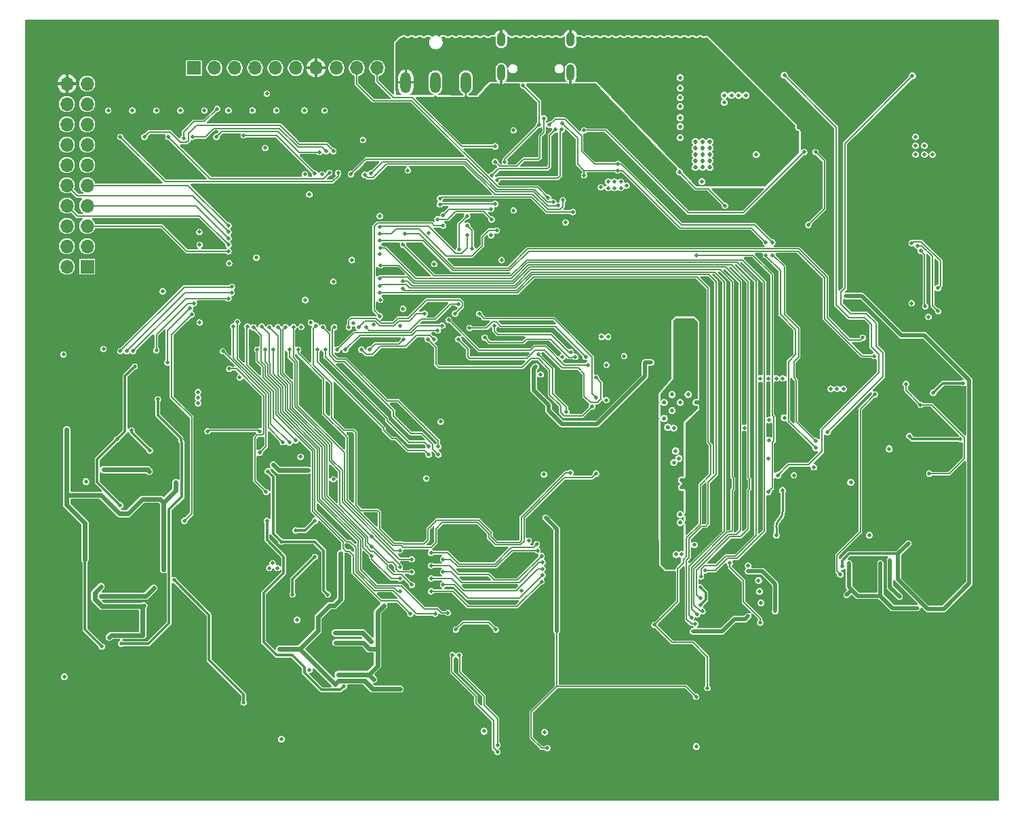
<source format=gbr>
%TF.GenerationSoftware,KiCad,Pcbnew,9.0.0*%
%TF.CreationDate,2025-02-25T23:04:32-05:00*%
%TF.ProjectId,VNA,564e412e-6b69-4636-9164-5f7063625858,rev?*%
%TF.SameCoordinates,PX535a28cPY8422900*%
%TF.FileFunction,Copper,L4,Inr*%
%TF.FilePolarity,Positive*%
%FSLAX46Y46*%
G04 Gerber Fmt 4.6, Leading zero omitted, Abs format (unit mm)*
G04 Created by KiCad (PCBNEW 9.0.0) date 2025-02-25 23:04:32*
%MOMM*%
%LPD*%
G01*
G04 APERTURE LIST*
%TA.AperFunction,ComponentPad*%
%ADD10R,1.700000X1.700000*%
%TD*%
%TA.AperFunction,ComponentPad*%
%ADD11O,1.700000X1.700000*%
%TD*%
%TA.AperFunction,ComponentPad*%
%ADD12O,1.000000X2.100000*%
%TD*%
%TA.AperFunction,ComponentPad*%
%ADD13O,1.000000X1.800000*%
%TD*%
%TA.AperFunction,ComponentPad*%
%ADD14O,1.308000X2.616000*%
%TD*%
%TA.AperFunction,ViaPad*%
%ADD15C,0.500000*%
%TD*%
%TA.AperFunction,ViaPad*%
%ADD16C,4.500000*%
%TD*%
%TA.AperFunction,ViaPad*%
%ADD17C,0.600000*%
%TD*%
%TA.AperFunction,Conductor*%
%ADD18C,0.200000*%
%TD*%
%TA.AperFunction,Conductor*%
%ADD19C,0.220000*%
%TD*%
%TA.AperFunction,Conductor*%
%ADD20C,0.500000*%
%TD*%
%TA.AperFunction,Conductor*%
%ADD21C,0.150000*%
%TD*%
%TA.AperFunction,Conductor*%
%ADD22C,0.600000*%
%TD*%
%TA.AperFunction,Conductor*%
%ADD23C,0.300000*%
%TD*%
%TA.AperFunction,Conductor*%
%ADD24C,0.152400*%
%TD*%
G04 APERTURE END LIST*
D10*
X21298900Y89803600D03*
D11*
X23838900Y89803600D03*
X26378900Y89803600D03*
X28918900Y89803600D03*
X31458900Y89803600D03*
X33998900Y89803600D03*
X36538900Y89803600D03*
X39078900Y89803600D03*
X41618900Y89803600D03*
X44158900Y89803600D03*
D12*
X68318900Y89198600D03*
D13*
X68318900Y93378600D03*
D12*
X59678900Y89198600D03*
D13*
X59678900Y93378600D03*
D14*
X47750000Y88000000D03*
X55250000Y88000000D03*
X51450000Y88000000D03*
D10*
X7973900Y64978600D03*
D11*
X5433900Y64978600D03*
X7973900Y67518600D03*
X5433900Y67518600D03*
X7973900Y70058600D03*
X5433900Y70058600D03*
X7973900Y72598600D03*
X5433900Y72598600D03*
X7973900Y75138600D03*
X5433900Y75138600D03*
X7973900Y77678600D03*
X5433900Y77678600D03*
X7973900Y80218600D03*
X5433900Y80218600D03*
X7973900Y82758600D03*
X5433900Y82758600D03*
X7973900Y85298600D03*
X5433900Y85298600D03*
X7973900Y87838600D03*
X5433900Y87838600D03*
D15*
X121000000Y15000000D03*
D16*
X2500000Y28500000D03*
D15*
X121000000Y86000000D03*
X2000000Y12000000D03*
X95000000Y33000000D03*
X94550000Y30750000D03*
X56000000Y25000000D03*
X94000000Y61000000D03*
X58000000Y95000000D03*
X101000000Y0D03*
X53000000Y10000000D03*
X44750000Y45825000D03*
X68050000Y51450000D03*
X59000000Y0D03*
X99000000Y48000000D03*
X121000000Y6000000D03*
X94700000Y22050000D03*
X108000000Y39000000D03*
X21800000Y43400000D03*
X95000000Y42000000D03*
X37000000Y0D03*
X1000000Y34000000D03*
X63100000Y55200000D03*
X110900000Y8000000D03*
X98000000Y4750000D03*
X84000000Y95000000D03*
X25000000Y32000000D03*
X10000000Y95000000D03*
X1000000Y53000000D03*
X11000000Y95000000D03*
X8000000Y94000000D03*
X41000000Y44000000D03*
X26000000Y42000000D03*
X24000000Y-1000000D03*
X66900000Y7000000D03*
X38600000Y44800000D03*
X27000000Y95000000D03*
X109000000Y5700000D03*
X53000000Y53000000D03*
X64300000Y6100000D03*
X61600000Y28400000D03*
X25000000Y95000000D03*
X70000000Y20000000D03*
X99000000Y54000000D03*
X34100000Y19975000D03*
X17000000Y94000000D03*
X36000000Y48000000D03*
X75000000Y2000000D03*
X89000000Y95000000D03*
X24000000Y47000000D03*
X2000000Y84000000D03*
X74400000Y49300000D03*
X120000000Y34000000D03*
X16000000Y30000000D03*
X120000000Y15000000D03*
X1000000Y6000000D03*
X70000000Y61000000D03*
X78000000Y43000000D03*
X2000000Y73000000D03*
X47000000Y10000000D03*
X64000000Y59000000D03*
X2000000Y36000000D03*
X89200000Y24400000D03*
X75000000Y13000000D03*
X9050000Y5225000D03*
X2000000Y61000000D03*
X61000000Y47000000D03*
X77000000Y62000000D03*
D16*
X32500000Y13500000D03*
D15*
X57000000Y53000000D03*
X100975000Y64000000D03*
X120000000Y32000000D03*
X120000000Y72000000D03*
X30968900Y60193600D03*
X25000000Y38000000D03*
X26000000Y12000000D03*
X99000000Y53000000D03*
X1000000Y61000000D03*
X22000000Y4800000D03*
X100000000Y46000000D03*
X79000000Y62000000D03*
X26000000Y-1000000D03*
X79100000Y54900000D03*
X110700000Y12000000D03*
X74000000Y-1000000D03*
X42418900Y60233600D03*
X78000000Y41000000D03*
X54000000Y53000000D03*
X57000000Y9000000D03*
D16*
X97500000Y62500000D03*
D15*
X120000000Y88000000D03*
X7900000Y55600000D03*
X110800000Y4000000D03*
X9000000Y35500000D03*
X97000000Y60000000D03*
X43800000Y5800000D03*
X2000000Y63000000D03*
X105000000Y26900000D03*
X55925000Y39000000D03*
X55650000Y45525000D03*
X26300000Y6600000D03*
X2000000Y42000000D03*
X46700000Y37950000D03*
X64000000Y41000000D03*
X85000000Y48000000D03*
X78000000Y44000000D03*
X102000000Y-1000000D03*
X98000000Y24000000D03*
X121000000Y72000000D03*
X104700000Y57600000D03*
X72000000Y62000000D03*
X16700000Y51100000D03*
X75000000Y41000000D03*
X98000000Y-1000000D03*
X91000000Y0D03*
X114500000Y41000000D03*
X73000000Y15200000D03*
X80000000Y48000000D03*
X90600000Y13400000D03*
X43000000Y36000000D03*
X14000000Y59000000D03*
X12800000Y8700000D03*
X63000000Y94000000D03*
X62700000Y77800000D03*
X97300000Y7050000D03*
X119000000Y18000000D03*
X104000000Y95000000D03*
X120000000Y79000000D03*
X108200000Y20200000D03*
X16000000Y28000000D03*
X85400000Y6100000D03*
X61600000Y32000000D03*
X110800000Y11000000D03*
D16*
X95500000Y12500000D03*
D15*
X23000000Y52000000D03*
X8000000Y35500000D03*
X12100000Y13200000D03*
X40500000Y28800000D03*
X109200000Y4000000D03*
X51300000Y60300000D03*
X14200000Y47300000D03*
X86800000Y23200000D03*
X100000000Y1000000D03*
X26000000Y25000000D03*
X108125000Y41350000D03*
X20000000Y95000000D03*
X71000000Y0D03*
X28000000Y4700000D03*
D16*
X119500000Y93500000D03*
D15*
X67000000Y95000000D03*
X97000000Y2000000D03*
X46000000Y52000000D03*
X93000000Y4550000D03*
X2000000Y52000000D03*
X62000000Y95000000D03*
X37000000Y94000000D03*
X25000000Y22000000D03*
X85000000Y49000000D03*
X33000000Y0D03*
X47000000Y53000000D03*
X76000000Y8000000D03*
X120000000Y87000000D03*
X74000000Y62000000D03*
X107000000Y65000000D03*
X41700000Y76600000D03*
X64300000Y45300000D03*
X67225000Y4050000D03*
X75000000Y62000000D03*
X36000000Y95000000D03*
X42000000Y46000000D03*
X2000000Y81000000D03*
X110800000Y1000000D03*
X54700000Y6100000D03*
X2000000Y38000000D03*
X116000000Y1000000D03*
X69000000Y27000000D03*
X29246018Y52246018D03*
X1000000Y90000000D03*
X93000000Y2000000D03*
X7900000Y38925000D03*
X43600000Y80800000D03*
X63900000Y77800000D03*
X26900000Y80800000D03*
X102200000Y35900000D03*
X103900000Y57200000D03*
X24700000Y6400000D03*
X107975000Y43025000D03*
X2000000Y44000000D03*
X63000000Y0D03*
X67500000Y75400000D03*
X47100000Y19400000D03*
X96000000Y49000000D03*
X93000000Y62000000D03*
X36800000Y5800000D03*
X105000000Y33000000D03*
X2000000Y15000000D03*
X94100000Y49000000D03*
X116000000Y2000000D03*
X73000000Y34000000D03*
X1000000Y50000000D03*
X66300000Y76600000D03*
X61700000Y6200000D03*
X57700000Y2400000D03*
X22000000Y17000000D03*
X76000000Y59800000D03*
X33000000Y94000000D03*
X9000000Y7200000D03*
X46300000Y44100000D03*
X37800000Y5800000D03*
X27000000Y7500000D03*
X92000000Y51900000D03*
X89000000Y94000000D03*
X69000000Y41000000D03*
X39000000Y95000000D03*
X38700000Y36700000D03*
X96000000Y43000000D03*
X90000000Y46543600D03*
X91000000Y48000000D03*
X39000000Y48000000D03*
X29000000Y8000000D03*
X44000000Y42000000D03*
X1000000Y18000000D03*
X95000000Y10000000D03*
X20200000Y44400000D03*
X105000000Y41000000D03*
X50000000Y94000000D03*
X64000000Y1000000D03*
X97000000Y42000000D03*
X59000000Y21000000D03*
X33000000Y53000000D03*
X97000000Y21000000D03*
X120000000Y76000000D03*
X108225000Y31050000D03*
X24000000Y49000000D03*
X57000000Y25000000D03*
X22500000Y12900000D03*
X66000000Y2200000D03*
X118000000Y24000000D03*
X47000000Y32000000D03*
X85000000Y0D03*
X44000000Y8000000D03*
X47850000Y48100000D03*
X55000000Y54000000D03*
X98000000Y13000000D03*
X71100000Y44000000D03*
X103000000Y33000000D03*
X44000000Y51000000D03*
X35800000Y4200000D03*
X61000000Y94000000D03*
X56000000Y95000000D03*
X58000000Y1000000D03*
X72100000Y4200000D03*
X47000000Y94000000D03*
X120000000Y39000000D03*
X54000000Y15500000D03*
X10500000Y9300000D03*
X42700000Y49600000D03*
X103000000Y0D03*
X85700000Y80600000D03*
X41000000Y43000000D03*
X121000000Y30000000D03*
X78000000Y12000000D03*
X41000000Y41000000D03*
X96000000Y34000000D03*
X73100000Y29800000D03*
X110000000Y38000000D03*
X46625000Y40325000D03*
X2000000Y6000000D03*
X24000000Y4800000D03*
X28200000Y34200000D03*
X57000000Y16000000D03*
X56000000Y8000000D03*
X90500000Y5350000D03*
X22000000Y1000000D03*
X62000000Y60000000D03*
X84000000Y-1000000D03*
X65000000Y95000000D03*
X60000000Y31000000D03*
X89600000Y12300000D03*
X28000000Y1000000D03*
X121000000Y71000000D03*
X17900000Y9900000D03*
X81100000Y4200000D03*
X94000000Y-1000000D03*
X63000000Y58000000D03*
X89000000Y0D03*
X3000000Y4000000D03*
X27618900Y69843600D03*
X43000000Y51500000D03*
X42100000Y36000000D03*
X98000000Y31000000D03*
X108800000Y78500000D03*
X2000000Y43000000D03*
X48150000Y39575000D03*
X116500000Y41200000D03*
X6200000Y7800000D03*
X59000000Y16000000D03*
X99000000Y0D03*
X13000000Y11400000D03*
X92250000Y25100000D03*
X93000000Y11000000D03*
X37700000Y20800000D03*
X56000000Y9000000D03*
X85700000Y79800000D03*
X5000000Y30000000D03*
X107050000Y31075000D03*
X40000000Y94000000D03*
X12800000Y10600000D03*
X44000000Y41000000D03*
X102500000Y21000000D03*
X121000000Y59000000D03*
X19000000Y94000000D03*
X120000000Y7000000D03*
X92000000Y11000000D03*
X47000000Y2000000D03*
X11600000Y12400000D03*
X59000000Y54000000D03*
X76000000Y41000000D03*
X52988900Y15833600D03*
X32500000Y20800000D03*
X51800000Y5800000D03*
X36000000Y47000000D03*
X60000000Y54000000D03*
X48000000Y31800000D03*
X42000000Y43000000D03*
X43900000Y34000000D03*
X53425000Y35950000D03*
X69000000Y14000000D03*
X103000000Y31400000D03*
X61000000Y58000000D03*
X76000000Y10000000D03*
X60100000Y36000000D03*
X107900000Y80200000D03*
X48000000Y94000000D03*
X106000000Y38000000D03*
X69000000Y23000000D03*
X75000000Y14000000D03*
X82148900Y22043600D03*
X73000000Y14000000D03*
X15000000Y37000000D03*
X105688900Y69433600D03*
X106700000Y14250000D03*
X12500000Y20600000D03*
X100650000Y31100000D03*
X56000000Y17000000D03*
X92000000Y33000000D03*
X96000000Y33000000D03*
X85000000Y33000000D03*
X24000000Y46000000D03*
X83000000Y13000000D03*
X62218900Y70503600D03*
X65500000Y34500000D03*
X89000000Y34000000D03*
X120000000Y57000000D03*
X14000000Y5800000D03*
X44800000Y34900000D03*
X97600000Y77500000D03*
X98000000Y29000000D03*
X93000000Y0D03*
X38000000Y1000000D03*
X78000000Y11000000D03*
X52000000Y12000000D03*
X70000000Y26000000D03*
X14000000Y95000000D03*
X86000000Y49000000D03*
X36000000Y8000000D03*
X71000000Y13000000D03*
X39000000Y0D03*
X117000000Y-1000000D03*
X95000000Y43000000D03*
X65138900Y70503600D03*
X34700000Y40200000D03*
X103000000Y95000000D03*
X98200000Y82400000D03*
X61000000Y53000000D03*
X74000000Y9000000D03*
X26000000Y17000000D03*
X112000000Y48700000D03*
X39000000Y9000000D03*
X69000000Y26000000D03*
X121000000Y25000000D03*
X120000000Y36000000D03*
X59000000Y15000000D03*
X102900000Y38750000D03*
X32200000Y31600000D03*
X76100000Y4200000D03*
X83000000Y34000000D03*
X120000000Y29000000D03*
X106000000Y64000000D03*
X21800000Y44400000D03*
X121000000Y49000000D03*
X66000000Y-1000000D03*
X59000000Y23000000D03*
X55000000Y11000000D03*
X80000000Y95000000D03*
X98000000Y6400000D03*
X83000000Y14000000D03*
X49350000Y38225000D03*
X6000000Y58000000D03*
X98000000Y11000000D03*
X28000000Y95000000D03*
X73000000Y61000000D03*
X28000000Y26300000D03*
X94800000Y72800000D03*
X52400000Y68900000D03*
X42000000Y37000000D03*
X43000000Y34000000D03*
X41000000Y95000000D03*
X48525000Y38775000D03*
X111000000Y28000000D03*
X110000000Y65000000D03*
X65100000Y77800000D03*
X58000000Y11000000D03*
X52000000Y1000000D03*
X55825000Y36425000D03*
X11000000Y7000000D03*
X1000000Y3000000D03*
X27000000Y2000000D03*
X105000000Y34000000D03*
X81000000Y11000000D03*
X33800000Y4200000D03*
X98000000Y55000000D03*
X90000000Y45643600D03*
X56200000Y2900000D03*
X70000000Y94000000D03*
X110000000Y89000000D03*
D16*
X119500000Y21500000D03*
D15*
X27000000Y14000000D03*
X62000000Y58000000D03*
X41000000Y42000000D03*
X5000000Y3000000D03*
X34000000Y11000000D03*
X71000000Y80300000D03*
X112500000Y23600000D03*
X102000000Y14200000D03*
X98000000Y14000000D03*
X120000000Y68000000D03*
X73800000Y69200000D03*
X26000000Y31000000D03*
X99000000Y49000000D03*
X104000000Y33000000D03*
X27000000Y16000000D03*
X61000000Y45000000D03*
X65000000Y2000000D03*
X61000000Y0D03*
X74000000Y41000000D03*
X2000000Y7000000D03*
X41000000Y45000000D03*
X82000000Y48000000D03*
X89200000Y25600000D03*
X93028900Y44763600D03*
X20000000Y4800000D03*
X121000000Y54000000D03*
X97000000Y34000000D03*
X111200000Y37800000D03*
X60000000Y95000000D03*
X88000000Y13000000D03*
X2000000Y8000000D03*
X82000000Y1000000D03*
X36000000Y1000000D03*
X54600000Y4000000D03*
X75000000Y33000000D03*
X68300000Y38000000D03*
X109000000Y33000000D03*
X108500000Y11000000D03*
X16000000Y35000000D03*
X102025000Y64975000D03*
X70000000Y23000000D03*
X50000000Y53000000D03*
X2000000Y22000000D03*
X73000000Y42000000D03*
X81000000Y14000000D03*
X84700000Y74000000D03*
X82000000Y87300000D03*
X121000000Y85000000D03*
X53500000Y34000000D03*
X121000000Y13000000D03*
X121000000Y75000000D03*
X92450000Y19000000D03*
X1000000Y88000000D03*
X53000000Y9000000D03*
X25000000Y39000000D03*
X97000000Y22000000D03*
X48000000Y-1000000D03*
X99000000Y57000000D03*
X94250000Y47900000D03*
X90600000Y15600000D03*
X1000000Y36000000D03*
X62700000Y76600000D03*
X104000000Y64000000D03*
X12000000Y59000000D03*
X29000000Y22800000D03*
X29000000Y23800000D03*
X58000000Y53000000D03*
X16000000Y31000000D03*
X2000000Y19000000D03*
X26000000Y39000000D03*
X53800000Y5900000D03*
X81000000Y94000000D03*
X53000000Y11500000D03*
X8000000Y48000000D03*
X2000000Y90000000D03*
X97000000Y0D03*
X11200000Y8000000D03*
X41668900Y62323600D03*
X25000000Y17000000D03*
X90000000Y15000000D03*
X95900000Y60300000D03*
X94000000Y19000000D03*
X45300000Y36500000D03*
X92100000Y14900000D03*
X99000000Y58000000D03*
X56050000Y40750000D03*
X44000000Y94000000D03*
X93000000Y12000000D03*
X1000000Y65000000D03*
X22000000Y54000000D03*
X103650000Y37125000D03*
X25000000Y44000000D03*
X121000000Y42000000D03*
X108000000Y15500000D03*
X95000000Y4750000D03*
X117000000Y3000000D03*
X43000000Y9000000D03*
X35800000Y5800000D03*
X102900000Y8250000D03*
X65000000Y60000000D03*
X98000000Y16000000D03*
X56000000Y-1000000D03*
X105000000Y36000000D03*
X96000000Y48000000D03*
X96000000Y1000000D03*
X97000000Y15000000D03*
X46000000Y53000000D03*
X56675000Y37100000D03*
X18000000Y95000000D03*
X8400000Y53000000D03*
X82000000Y11000000D03*
X121000000Y60000000D03*
X83000000Y0D03*
X31000000Y2000000D03*
X94000000Y4550000D03*
X51000000Y95000000D03*
X83000000Y49000000D03*
X120000000Y56000000D03*
X64000000Y61000000D03*
X83000000Y94000000D03*
X79000000Y13000000D03*
X55675000Y47575000D03*
X14200000Y51700000D03*
X44800000Y5800000D03*
X80000000Y59800000D03*
X54275000Y41250000D03*
X108500000Y45200000D03*
X94525000Y37825000D03*
X51000000Y32000000D03*
X2000000Y40000000D03*
X1000000Y8000000D03*
X82000000Y88600000D03*
X77000000Y33000000D03*
X46400000Y35800000D03*
X41000000Y0D03*
X53675000Y45500000D03*
X89000000Y15000000D03*
X14100000Y12800000D03*
X79500000Y5800000D03*
X78000000Y94000000D03*
X45925000Y38675000D03*
X60700000Y27500000D03*
X16400000Y4200000D03*
X1000000Y80000000D03*
X1000000Y89000000D03*
X41100000Y49500000D03*
X1000000Y17000000D03*
X59625000Y3675000D03*
X86000000Y17300000D03*
X34000000Y5900000D03*
X70000000Y13000000D03*
X26000000Y37000000D03*
X67500000Y77800000D03*
X63000000Y2000000D03*
X121000000Y5000000D03*
X67800000Y2700000D03*
X68700000Y3200000D03*
X55325000Y38125000D03*
X113600000Y52500000D03*
X63100000Y45300000D03*
X88000000Y95000000D03*
X61250000Y20600000D03*
X21000000Y2000000D03*
X69000000Y61000000D03*
X73100000Y4200000D03*
X1000000Y49000000D03*
X82000000Y95000000D03*
X1000000Y54000000D03*
X96000000Y32000000D03*
X112000000Y28000000D03*
X73000000Y0D03*
X24000000Y1000000D03*
X44000000Y10000000D03*
X2000000Y45000000D03*
X89018900Y42083600D03*
X82000000Y62000000D03*
X49700000Y35500000D03*
X120000000Y4000000D03*
X57875000Y6150000D03*
X89978900Y43243600D03*
X95000000Y15000000D03*
X1000000Y87000000D03*
X64950000Y22900000D03*
X2000000Y80000000D03*
X19900000Y66600000D03*
X11448900Y61313600D03*
X51000000Y31000000D03*
X86000000Y33000000D03*
X41300000Y15100000D03*
X86000000Y-1000000D03*
X34800000Y4200000D03*
X50800000Y4200000D03*
X74000000Y10000000D03*
X26000000Y41000000D03*
X86000000Y4500000D03*
X121000000Y82000000D03*
X42000000Y50400000D03*
X1000000Y16000000D03*
X1000000Y4000000D03*
X74000000Y33000000D03*
X86000000Y1000000D03*
X37000000Y48000000D03*
X61000000Y54000000D03*
X72000000Y61000000D03*
X57000000Y0D03*
X30000000Y14000000D03*
X63000000Y60000000D03*
X12500000Y21500000D03*
X30000000Y8000000D03*
X12800000Y4000000D03*
X1000000Y12000000D03*
X114400000Y56900000D03*
X98000000Y25000000D03*
X110800000Y3000000D03*
X105000000Y45000000D03*
X94000000Y18000000D03*
X119000000Y4000000D03*
X58000000Y94000000D03*
X41038900Y60603600D03*
X121000000Y18000000D03*
X116000000Y0D03*
X61000000Y95000000D03*
X109500000Y14400000D03*
X85700000Y79000000D03*
X121000000Y26000000D03*
X9000000Y94000000D03*
X54000000Y9000000D03*
X57000000Y2000000D03*
X52600000Y22700000D03*
X81000000Y12000000D03*
X67600000Y32700000D03*
X1000000Y64000000D03*
X65000000Y94000000D03*
X72500000Y5800000D03*
X82100000Y4200000D03*
X44500000Y49900000D03*
X41000000Y47000000D03*
X52900000Y5800000D03*
X97500000Y36325000D03*
X48700000Y42500000D03*
X11200000Y4000000D03*
X55500000Y34000000D03*
X79100000Y4200000D03*
X80000000Y9000000D03*
X54000000Y10000000D03*
X55900000Y5000000D03*
X104100000Y9950000D03*
X32000000Y94000000D03*
X20200000Y43400000D03*
D16*
X107500000Y35500000D03*
D15*
X115700000Y41200000D03*
X1000000Y78000000D03*
X74000000Y34000000D03*
X89000000Y8000000D03*
X71100000Y4200000D03*
X103000000Y94000000D03*
X79000000Y44000000D03*
X120000000Y16000000D03*
X121000000Y87000000D03*
X112000000Y89000000D03*
X78000000Y47000000D03*
X62000000Y59000000D03*
X49300000Y32800000D03*
X40000000Y-1000000D03*
X94000000Y15000000D03*
X63900000Y76600000D03*
X89000000Y49000000D03*
X2000000Y51000000D03*
X121000000Y35000000D03*
D16*
X78000000Y500000D03*
D15*
X120000000Y47000000D03*
X80450000Y44900000D03*
X57600000Y36700000D03*
X36800000Y4200000D03*
X21000000Y56000000D03*
X94000000Y21000000D03*
X75000000Y9000000D03*
X65200000Y5900000D03*
X104148900Y51623600D03*
X121000000Y44000000D03*
X69000000Y0D03*
X84800000Y78200000D03*
X107500000Y13950000D03*
X20000000Y54000000D03*
X112000000Y64000000D03*
X62058900Y73003600D03*
X12800000Y2000000D03*
X21000000Y21000000D03*
X69500000Y5900000D03*
X98500000Y77000000D03*
X54975000Y46225000D03*
X104000000Y-1000000D03*
X98000000Y18000000D03*
X78000000Y45000000D03*
X120000000Y44000000D03*
X56000000Y53000000D03*
X121000000Y74000000D03*
X18000000Y49300000D03*
X121000000Y8000000D03*
X60100000Y34600000D03*
X82200000Y37400000D03*
X10500000Y10700000D03*
X112000000Y30000000D03*
X2000000Y88000000D03*
X28000000Y50000000D03*
X70000000Y-1000000D03*
X103898900Y46803600D03*
X8400000Y7800000D03*
X120000000Y83000000D03*
X98000000Y30000000D03*
X73000000Y12000000D03*
X47350000Y46125000D03*
X101000000Y2000000D03*
X107900000Y79400000D03*
X32000000Y95000000D03*
X1000000Y85000000D03*
X60000000Y2200000D03*
X6600000Y22600000D03*
X78000000Y62000000D03*
X100000000Y33000000D03*
X39900000Y84600000D03*
X95000000Y49000000D03*
X40000000Y9000000D03*
X65000000Y62000000D03*
X90000000Y33000000D03*
X51200000Y46800000D03*
X87000000Y15000000D03*
X25000000Y94000000D03*
X34000000Y10000000D03*
X23000000Y51000000D03*
X38900000Y24000000D03*
X9825000Y4800000D03*
X57000000Y21000000D03*
X109700000Y57600000D03*
X85000000Y61000000D03*
X26000000Y18000000D03*
X104100000Y25100000D03*
X23000000Y31000000D03*
X6600000Y25000000D03*
X42200000Y16000000D03*
X100900000Y8300000D03*
X120000000Y81000000D03*
X66300000Y75400000D03*
X2000000Y9000000D03*
X88000000Y33000000D03*
X1000000Y15000000D03*
X1000000Y62000000D03*
X9000000Y59000000D03*
X100900000Y5950000D03*
X2000000Y16000000D03*
X99000000Y45500000D03*
X2000000Y48000000D03*
X52600000Y20100000D03*
X45000000Y53000000D03*
X64000000Y95000000D03*
X53675000Y38525000D03*
X98000000Y20000000D03*
X120000000Y46000000D03*
X79000000Y34000000D03*
X1000000Y19000000D03*
X79000000Y9000000D03*
X30000000Y8900000D03*
X10000000Y28000000D03*
X37000000Y2000000D03*
X44225000Y44700000D03*
X120000000Y45000000D03*
X97000000Y41000000D03*
X1000000Y75000000D03*
X15000000Y59000000D03*
X120000000Y55000000D03*
X63350000Y22900000D03*
X75100000Y4200000D03*
X26000000Y26000000D03*
D16*
X26500000Y48000000D03*
D15*
X120000000Y30000000D03*
X66850000Y50250000D03*
X99000000Y60000000D03*
X105000000Y35000000D03*
X116000000Y33000000D03*
X89848900Y17543600D03*
X26000000Y43000000D03*
X18300000Y9000000D03*
X86000000Y48000000D03*
X53000000Y2000000D03*
X108000000Y65000000D03*
X99000000Y4950000D03*
X23000000Y95000000D03*
X78000000Y14000000D03*
X98000000Y12000000D03*
X99000000Y55000000D03*
X117000000Y95000000D03*
X121000000Y16000000D03*
X42000000Y48700000D03*
X121000000Y52000000D03*
X102000000Y1000000D03*
X70000000Y16000000D03*
X116000000Y35000000D03*
X76500000Y5800000D03*
X105000000Y47000000D03*
X101000000Y94000000D03*
X69000000Y17000000D03*
X84000000Y48000000D03*
X73000000Y41000000D03*
X68050000Y50250000D03*
X41000000Y39000000D03*
X85700000Y78200000D03*
X75000000Y59800000D03*
X104000000Y45000000D03*
X1000000Y41000000D03*
X74000000Y1000000D03*
X20000000Y1000000D03*
X81000000Y8000000D03*
X45000000Y95000000D03*
X33800000Y35500000D03*
X41000000Y2000000D03*
X121000000Y4000000D03*
X44800000Y23900000D03*
X45725000Y41000000D03*
X27288900Y72353600D03*
X21500000Y20000000D03*
X6600000Y9600000D03*
X35200000Y24500000D03*
X99800000Y23200000D03*
X73000000Y2000000D03*
X56000000Y10000000D03*
X19000000Y47000000D03*
X3600000Y22100000D03*
X95000000Y2000000D03*
X6000000Y2000000D03*
X11000000Y58000000D03*
X74400000Y51700000D03*
X94000000Y7900000D03*
X2000000Y17000000D03*
X102000000Y95000000D03*
X89000000Y2000000D03*
X89000000Y48000000D03*
X69250000Y50250000D03*
X50000000Y32000000D03*
X83900000Y79800000D03*
X106000000Y39600000D03*
X107400000Y55400000D03*
X121000000Y90000000D03*
X10000000Y58000000D03*
X96000000Y16000000D03*
X37000000Y95000000D03*
X67000000Y61000000D03*
X121000000Y39000000D03*
X39000000Y10000000D03*
X90200000Y37400000D03*
X109000000Y7500000D03*
X65000000Y7600000D03*
X8300000Y5700000D03*
X28000000Y-1000000D03*
X19000000Y4800000D03*
X99000000Y56000000D03*
X38000000Y10000000D03*
X49875000Y48325000D03*
X49000000Y53000000D03*
X100000000Y14200000D03*
X120000000Y33000000D03*
X1000000Y69000000D03*
X107100000Y15900000D03*
X55000000Y8000000D03*
X83000000Y33000000D03*
X39000000Y47000000D03*
X68000000Y41000000D03*
X1000000Y73000000D03*
X88200000Y38300000D03*
X1000000Y67000000D03*
X116000000Y30000000D03*
X18000000Y50100000D03*
X44000000Y40000000D03*
X13500000Y4200000D03*
X70200000Y57100000D03*
X83100000Y4200000D03*
X85000000Y34000000D03*
X121000000Y69000000D03*
X100000000Y65000000D03*
X90000000Y62000000D03*
X105000000Y44000000D03*
X117000000Y37800000D03*
X107900000Y81800000D03*
X98000000Y33000000D03*
X83000000Y62000000D03*
X121000000Y29000000D03*
X97000000Y33000000D03*
X36200000Y26300000D03*
X50000000Y95000000D03*
X44500000Y37500000D03*
X59000000Y22000000D03*
X2000000Y11000000D03*
X6000000Y1000000D03*
X117000000Y20000000D03*
X121000000Y70000000D03*
X110600000Y20200000D03*
X61000000Y7000000D03*
X47000000Y33400000D03*
X6000000Y95000000D03*
X40400000Y16000000D03*
X30000000Y1000000D03*
X106000000Y46000000D03*
X1000000Y32000000D03*
X90000000Y49000000D03*
X46000000Y9000000D03*
X100000000Y48000000D03*
X121000000Y32000000D03*
X54700000Y48025000D03*
X2000000Y46000000D03*
X106000000Y33000000D03*
X49000000Y31000000D03*
X11200000Y1000000D03*
X19000000Y56000000D03*
X52400000Y30300000D03*
X41000000Y9000000D03*
X107400000Y18000000D03*
X95900000Y55500000D03*
X80000000Y94000000D03*
X120000000Y13000000D03*
X89500000Y14500000D03*
X6600000Y16300000D03*
X23000000Y94000000D03*
X38000000Y47000000D03*
X108500000Y10000000D03*
X5000000Y2000000D03*
X91000000Y34000000D03*
X108000000Y17000000D03*
X1000000Y10000000D03*
X74400000Y44900000D03*
X121000000Y34000000D03*
X66000000Y61000000D03*
X26000000Y40000000D03*
X99000000Y34000000D03*
X99000000Y47000000D03*
X102750000Y42575000D03*
X121000000Y53000000D03*
X42000000Y39000000D03*
X60000000Y47000000D03*
X24000000Y51000000D03*
X88200000Y37400000D03*
X88500000Y13500000D03*
X36000000Y-1000000D03*
X2000000Y10000000D03*
X41000000Y46000000D03*
X37000000Y10000000D03*
X83700000Y5800000D03*
X94800000Y71500000D03*
X100000000Y16300000D03*
X110000000Y64000000D03*
X25000000Y42000000D03*
X89000000Y33000000D03*
X71000000Y94000000D03*
X1000000Y83000000D03*
X104000000Y46000000D03*
X83900000Y77400000D03*
X69000000Y15000000D03*
X98000000Y21000000D03*
X110000000Y35000000D03*
X35000000Y0D03*
X48100000Y30800000D03*
X57000000Y54000000D03*
X121000000Y51000000D03*
X38000000Y80800000D03*
X77000000Y34000000D03*
X102300000Y7450000D03*
X95000000Y55000000D03*
X88100000Y8000000D03*
X80000000Y10000000D03*
X105000000Y37000000D03*
X94000000Y89000000D03*
X96300000Y36325000D03*
X23000000Y54000000D03*
X121000000Y12000000D03*
X26000000Y33000000D03*
X88000000Y94000000D03*
X36000000Y9000000D03*
X87000000Y94000000D03*
X12000000Y94000000D03*
X81000000Y61000000D03*
X84000000Y62000000D03*
X95125000Y27375000D03*
X33000000Y2000000D03*
X66200000Y57000000D03*
X1000000Y38000000D03*
X120000000Y60000000D03*
X44100000Y38700000D03*
X104100000Y26000000D03*
X11600000Y21500000D03*
X54325000Y40300000D03*
X26000000Y94000000D03*
X97000000Y49000000D03*
X95300000Y29350000D03*
X55000000Y0D03*
X121000000Y36000000D03*
X47500000Y35500000D03*
X16000000Y13100000D03*
X55000000Y95000000D03*
X88000000Y-1000000D03*
X2000000Y47000000D03*
X2000000Y39000000D03*
X12800000Y9700000D03*
X54150000Y39325000D03*
X83000000Y5800000D03*
X105100000Y11650000D03*
X28000000Y94000000D03*
X102800000Y12300000D03*
X65700000Y44000000D03*
X62000000Y1000000D03*
X120000000Y31000000D03*
X95000000Y48000000D03*
X31000000Y0D03*
X95025000Y32000000D03*
X56000000Y26000000D03*
X113600000Y41500000D03*
X109200000Y5000000D03*
X19000000Y23000000D03*
X101000000Y14200000D03*
X60300000Y6200000D03*
X53800000Y4200000D03*
X69000000Y95000000D03*
X38800000Y5800000D03*
X30000000Y94000000D03*
X20300000Y8500000D03*
X72000000Y42000000D03*
X91100000Y13900000D03*
X77000000Y12000000D03*
X74000000Y95000000D03*
X11600000Y20600000D03*
X60050000Y20600000D03*
X21000000Y55000000D03*
X34000000Y95000000D03*
X101000000Y47000000D03*
X53000000Y0D03*
X36250000Y13975000D03*
X107400000Y19000000D03*
X95700000Y7050000D03*
X61000000Y57000000D03*
X7000000Y47000000D03*
X99400000Y76500000D03*
X60000000Y57000000D03*
X27000000Y84900000D03*
X33000000Y95000000D03*
X40400000Y16900000D03*
X78000000Y8000000D03*
X21000000Y53000000D03*
X121000000Y68000000D03*
X20000000Y21500000D03*
X91000000Y33000000D03*
X47500000Y11000000D03*
X121000000Y61000000D03*
X56000000Y11000000D03*
X105900000Y25100000D03*
X69900000Y44000000D03*
X79000000Y33000000D03*
X1000000Y48000000D03*
X78000000Y42000000D03*
X1000000Y11000000D03*
X121000000Y48000000D03*
X34800000Y5800000D03*
X112400000Y52500000D03*
X102900000Y54300000D03*
X19000000Y24000000D03*
X104000000Y94000000D03*
X60700000Y28400000D03*
X2000000Y69000000D03*
X90000000Y1000000D03*
X120000000Y11000000D03*
X2000000Y87000000D03*
X121000000Y46000000D03*
X69000000Y25000000D03*
X52000000Y54000000D03*
X1000000Y66000000D03*
X14500000Y4200000D03*
X32800000Y4200000D03*
X100300000Y7600000D03*
X94000000Y17000000D03*
X15000000Y13100000D03*
X103175000Y63975000D03*
X32600000Y6600000D03*
X25000000Y50000000D03*
X83900000Y79000000D03*
X77000000Y14000000D03*
X23000000Y53000000D03*
X1000000Y20000000D03*
X54225000Y44725000D03*
X118000000Y19000000D03*
X121000000Y17000000D03*
X2000000Y25000000D03*
X42000000Y94000000D03*
X74000000Y42000000D03*
X68000000Y95000000D03*
X24050000Y7050000D03*
X106000000Y42000000D03*
X40500000Y86400000D03*
X64000000Y94000000D03*
X25000000Y34000000D03*
X116000000Y26000000D03*
X99000000Y33000000D03*
X81000000Y49000000D03*
X88000000Y1000000D03*
X113000000Y64000000D03*
X57000000Y23000000D03*
X42000000Y9000000D03*
X57100000Y5800000D03*
X91600000Y14400000D03*
X120000000Y51000000D03*
X16000000Y94000000D03*
X97000000Y29000000D03*
X2000000Y74000000D03*
X29000000Y94000000D03*
X69000000Y13000000D03*
X7000000Y59000000D03*
X42000000Y44000000D03*
X6600000Y20000000D03*
X54000000Y95000000D03*
X64300000Y33600000D03*
X57500000Y34000000D03*
X70000000Y29000000D03*
X1000000Y91000000D03*
X102000000Y94000000D03*
X73000000Y10000000D03*
X70300000Y4100000D03*
X76000000Y9000000D03*
X73000000Y94000000D03*
X16100000Y12100000D03*
X19000000Y7300000D03*
X73500000Y5800000D03*
X57000000Y22000000D03*
X98000000Y58900000D03*
X83900000Y78200000D03*
X45675000Y43050000D03*
X2000000Y70000000D03*
X49000000Y54000000D03*
X91100000Y4850000D03*
X10000000Y34000000D03*
X68000000Y62000000D03*
X73100000Y29000000D03*
X39000000Y49000000D03*
X86000000Y61000000D03*
X49000000Y32000000D03*
X43000000Y8000000D03*
X80000000Y62000000D03*
X120000000Y35000000D03*
X20000000Y57000000D03*
X68600000Y6100000D03*
X48000000Y1000000D03*
X46475000Y41475000D03*
X29025000Y4675000D03*
X44700000Y73700000D03*
D16*
X2500000Y57500000D03*
D15*
X28000000Y38100000D03*
X59000000Y95000000D03*
X13000000Y94000000D03*
X66150000Y3725000D03*
X40500000Y30000000D03*
X88000000Y48000000D03*
X72000000Y41000000D03*
X2000000Y35000000D03*
X76000000Y13000000D03*
X57000000Y11000000D03*
X88200000Y29650000D03*
X121000000Y76000000D03*
X102000000Y34000000D03*
X70000000Y42000000D03*
X29500000Y43300000D03*
X7800000Y40500000D03*
X42000000Y10000000D03*
X108848900Y69303600D03*
X1000000Y76000000D03*
X79000000Y42000000D03*
X97000000Y30000000D03*
X25000000Y18000000D03*
X120000000Y49000000D03*
X120000000Y27000000D03*
X41000000Y83000000D03*
X104000000Y1000000D03*
X98000000Y19000000D03*
X31800000Y4200000D03*
X87000000Y14000000D03*
X41000000Y40000000D03*
X57650000Y45500000D03*
X58000000Y54000000D03*
X56700000Y4500000D03*
X25000000Y4800000D03*
X109200000Y3000000D03*
X104248900Y70793600D03*
X102000000Y20000000D03*
X25000000Y20000000D03*
X38000000Y49000000D03*
X86600000Y38300000D03*
X81825000Y41000000D03*
X56000000Y21000000D03*
X37000000Y49000000D03*
X46475000Y42625000D03*
X107700000Y61300000D03*
X100950000Y65000000D03*
X74000000Y8000000D03*
X43600000Y48800000D03*
X98000000Y56000000D03*
X51000000Y2000000D03*
X97000000Y28000000D03*
X29000000Y95000000D03*
X48000000Y53000000D03*
X114500000Y42000000D03*
X25000000Y16000000D03*
X40400000Y15100000D03*
X36800000Y8000000D03*
X79000000Y61000000D03*
X91000000Y51900000D03*
X92000000Y62000000D03*
X116000000Y28000000D03*
X121000000Y7000000D03*
X100000000Y-1000000D03*
X93000000Y61000000D03*
X76000000Y34000000D03*
X50600000Y65600000D03*
X33300000Y20800000D03*
X75500000Y16500000D03*
X13400000Y20600000D03*
X16000000Y32000000D03*
X49000000Y2000000D03*
X46700000Y45100000D03*
X76000000Y42000000D03*
X100000000Y34000000D03*
X71000000Y42000000D03*
X27400000Y39400000D03*
X62000000Y-1000000D03*
X82000000Y82500000D03*
X51000000Y12500000D03*
X69500000Y3700000D03*
X22000000Y27000000D03*
X82700000Y19700000D03*
X2000000Y66000000D03*
X100500000Y38850000D03*
X120000000Y38000000D03*
X25000000Y15000000D03*
X59700000Y67200000D03*
X81900000Y6900000D03*
X26000000Y38000000D03*
X16000000Y33000000D03*
X16000000Y34000000D03*
X82000000Y83600000D03*
X112700000Y42000000D03*
X60000000Y55000000D03*
X59000000Y53000000D03*
X96000000Y4750000D03*
X95000000Y0D03*
X109100000Y11650000D03*
X50000000Y-1000000D03*
X54000000Y1000000D03*
X108700000Y15100000D03*
X41800000Y4200000D03*
X39800000Y4200000D03*
X93000000Y51900000D03*
X104000000Y65000000D03*
X92000000Y12000000D03*
X12000000Y58000000D03*
X2000000Y67000000D03*
X120000000Y12000000D03*
X92000000Y4650000D03*
X2000000Y65000000D03*
X55000000Y2000000D03*
X67000000Y62000000D03*
X101600000Y6650000D03*
X106000000Y65000000D03*
X70000000Y22000000D03*
X64000000Y7800000D03*
D16*
X2500000Y93500000D03*
D15*
X66118900Y71153600D03*
X80000000Y46000000D03*
X55400000Y3500000D03*
X69250000Y49050000D03*
X45000000Y51000000D03*
X120000000Y53000000D03*
X68000000Y42000000D03*
X93000000Y14000000D03*
X26000000Y4600000D03*
X79000000Y14000000D03*
X15000000Y95000000D03*
X41000000Y38000000D03*
X45800000Y5800000D03*
X60000000Y-1000000D03*
X33000000Y11000000D03*
X50600000Y66800000D03*
X77000000Y8000000D03*
X120000000Y9000000D03*
X19500000Y6400000D03*
X20700000Y7600000D03*
X71000000Y14000000D03*
X27000000Y65000000D03*
X57000000Y26000000D03*
X9750000Y6525000D03*
X2000000Y49000000D03*
X87000000Y48000000D03*
X110800000Y10000000D03*
X32200000Y76700000D03*
X1000000Y52000000D03*
X110000000Y28000000D03*
X34000000Y94000000D03*
X17400000Y60700000D03*
X37000000Y47000000D03*
X90100000Y12900000D03*
X82500000Y7500000D03*
X44418900Y64283600D03*
X112000000Y31000000D03*
X77000000Y94000000D03*
X72000000Y1000000D03*
X66000000Y60000000D03*
X92420950Y23647957D03*
X12800000Y1000000D03*
X107200000Y78500000D03*
X75000000Y10000000D03*
X67125000Y5100000D03*
X35000000Y10000000D03*
X102000000Y53800000D03*
X30000000Y15000000D03*
X26000000Y14000000D03*
X76000000Y61000000D03*
X97000000Y43000000D03*
X116000000Y29000000D03*
X108000000Y38000000D03*
X20000000Y94000000D03*
X81000000Y9000000D03*
X36000000Y10000000D03*
X96000000Y10000000D03*
X100000000Y5350000D03*
X29500000Y42500000D03*
X1000000Y43000000D03*
X22450000Y7050000D03*
X82800000Y16100000D03*
X83900000Y6600000D03*
X10000000Y94000000D03*
X86200000Y6600000D03*
X120000000Y73000000D03*
X41000000Y48000000D03*
X108850000Y40725000D03*
X1000000Y55000000D03*
X86000000Y94000000D03*
X47100000Y21600000D03*
X75000000Y61000000D03*
X20000000Y55000000D03*
X32600000Y35500000D03*
X47000000Y52000000D03*
X78000000Y46000000D03*
X98900000Y6600000D03*
X11000000Y94000000D03*
X11600000Y37000000D03*
X107850000Y54625000D03*
X85700000Y77400000D03*
X101700000Y21400000D03*
X87000000Y2000000D03*
X13400000Y21500000D03*
X40800000Y4200000D03*
X48000000Y8000000D03*
X107000000Y50000000D03*
X120000000Y75000000D03*
X66850000Y49050000D03*
X46800000Y5800000D03*
X70000000Y25000000D03*
X86000000Y34000000D03*
X28000000Y14000000D03*
X77000000Y10000000D03*
X84000000Y34000000D03*
X111488900Y70923600D03*
X1000000Y81000000D03*
X60000000Y46000000D03*
X48000000Y54000000D03*
X46000000Y10000000D03*
X45800000Y4200000D03*
X23000000Y2000000D03*
X48700000Y41400000D03*
X57000000Y95000000D03*
X83000000Y95000000D03*
X61700000Y7800000D03*
X1000000Y37000000D03*
X43400000Y37000000D03*
X42000000Y8000000D03*
X96000000Y42000000D03*
X23250000Y7050000D03*
X121000000Y84000000D03*
X68650000Y49650000D03*
X4000000Y26000000D03*
X61600000Y27500000D03*
X121000000Y66000000D03*
X71000000Y95000000D03*
X81200000Y6375000D03*
X60500000Y85000000D03*
X82000000Y34000000D03*
X88000000Y61000000D03*
X38000000Y95000000D03*
X89000000Y8900000D03*
X105000000Y64000000D03*
X112000000Y35000000D03*
X88000000Y15000000D03*
X69000000Y21000000D03*
X105500000Y32275000D03*
X80000000Y12000000D03*
X75000000Y42000000D03*
X1000000Y22000000D03*
X92000000Y-1000000D03*
X87400000Y5300000D03*
X49000000Y95000000D03*
X94000000Y6650000D03*
X84000000Y94000000D03*
X68000000Y1000000D03*
X99400000Y77500000D03*
X61500000Y36000000D03*
X105000000Y65000000D03*
X68050000Y49050000D03*
X80000000Y11000000D03*
X92000000Y6550000D03*
X82000000Y15000000D03*
X79000000Y95000000D03*
X62000000Y56000000D03*
X36000000Y94000000D03*
X55000000Y15000000D03*
X1000000Y26000000D03*
X1000000Y70000000D03*
X72000000Y13000000D03*
X29000000Y14000000D03*
X54000000Y11000000D03*
X94000000Y10000000D03*
X98000000Y57000000D03*
X53000000Y94000000D03*
X77000000Y43000000D03*
X2000000Y23000000D03*
X72000000Y94000000D03*
X102500000Y10500000D03*
X93000000Y6650000D03*
X69000000Y2000000D03*
D16*
X119500000Y63500000D03*
D15*
X57000000Y27000000D03*
X46000000Y94000000D03*
X47000000Y8000000D03*
X120000000Y52000000D03*
X83300000Y37400000D03*
X58000000Y-1000000D03*
X26000000Y20000000D03*
X2000000Y32000000D03*
X5000000Y-1000000D03*
X68000000Y-1000000D03*
X53000000Y54000000D03*
X92700000Y15500000D03*
X82000000Y33000000D03*
X2000000Y37000000D03*
X59000000Y55000000D03*
X12500000Y19700000D03*
X10000000Y31000000D03*
X33300000Y6200000D03*
X64428900Y56993600D03*
X66900000Y44000000D03*
X36000000Y50000000D03*
X74500000Y5800000D03*
X31000000Y94000000D03*
X65000000Y0D03*
X58100000Y44625000D03*
X48800000Y48275000D03*
X40000000Y1000000D03*
X25000000Y41000000D03*
X46000000Y27400000D03*
X96000000Y-1000000D03*
X56900000Y7700000D03*
X106400000Y13050000D03*
X26000000Y21000000D03*
X52058900Y94093600D03*
X18000000Y1000000D03*
X11200000Y2000000D03*
X47000000Y95000000D03*
X98000000Y47000000D03*
X27508900Y58083600D03*
X47100000Y20400000D03*
X98000000Y32000000D03*
X67000000Y94000000D03*
X90000000Y-1000000D03*
X14200000Y50900000D03*
X7000000Y95000000D03*
X40000000Y95000000D03*
X61000000Y46000000D03*
X22000000Y52000000D03*
X96000000Y15000000D03*
X11300000Y11500000D03*
X88000000Y49000000D03*
X94000000Y63000000D03*
X75000000Y12000000D03*
X99700000Y7000000D03*
X2000000Y14000000D03*
X11138900Y69243600D03*
X36200000Y24500000D03*
X34000000Y1000000D03*
X121000000Y57000000D03*
X76000000Y94000000D03*
X96800000Y82400000D03*
X83000000Y15000000D03*
X3000000Y32000000D03*
X18000000Y4800000D03*
X120000000Y89000000D03*
X87000000Y49000000D03*
X120000000Y37000000D03*
X41000000Y8000000D03*
X13000000Y58000000D03*
X91848900Y17413600D03*
X30800000Y22800000D03*
X13400000Y38000000D03*
X120000000Y90000000D03*
X21000000Y94000000D03*
D16*
X2500000Y500000D03*
D15*
X121000000Y83000000D03*
X41800000Y5800000D03*
X52825000Y38200000D03*
X83000000Y2000000D03*
X121000000Y88000000D03*
X81000000Y59800000D03*
X25000000Y51000000D03*
X42000000Y95000000D03*
X11600000Y38000000D03*
X97000000Y17000000D03*
X120000000Y6000000D03*
X70000000Y15000000D03*
X94000000Y1000000D03*
X81438900Y41933600D03*
X106000000Y39000000D03*
X46000000Y95000000D03*
X51000000Y53000000D03*
X82000000Y10000000D03*
X82000000Y13000000D03*
X66000000Y7300000D03*
X25500000Y73700000D03*
X84800000Y80600000D03*
X118000000Y3000000D03*
X24000000Y94000000D03*
X79000000Y43000000D03*
X2000000Y77000000D03*
X103000000Y35000000D03*
X48125000Y40450000D03*
X120000000Y14000000D03*
X81000000Y0D03*
X98848200Y44751800D03*
X71000000Y41000000D03*
X29000000Y48000000D03*
X47800000Y4200000D03*
X26000000Y45000000D03*
X25000000Y36000000D03*
X15875000Y5925000D03*
X76000000Y14000000D03*
X45900000Y34100000D03*
X86000000Y14000000D03*
X13000000Y95000000D03*
X35000000Y9000000D03*
X121000000Y43000000D03*
X121000000Y38000000D03*
X39000000Y8000000D03*
X97000000Y24000000D03*
X79100000Y54100000D03*
D16*
X44000000Y500000D03*
D15*
X108500000Y44400000D03*
X44000000Y35900000D03*
X45100000Y32600000D03*
X105900000Y12150000D03*
X97000000Y20000000D03*
X6000000Y94000000D03*
X13658900Y60813600D03*
X45000000Y34000000D03*
X35000000Y95000000D03*
X26000000Y44000000D03*
X42000000Y45000000D03*
X57800000Y7800000D03*
X118500000Y55600000D03*
X92000000Y13000000D03*
X61600000Y31000000D03*
X120000000Y25000000D03*
X42000000Y42000000D03*
X120000000Y86000000D03*
X25000000Y43000000D03*
X1000000Y79000000D03*
X21000000Y4800000D03*
X95900000Y54500000D03*
X1000000Y39000000D03*
X75500000Y5800000D03*
X13000000Y7000000D03*
X76000000Y33000000D03*
X106425000Y31500000D03*
X109000000Y64000000D03*
X68200000Y4625000D03*
X95225000Y22450000D03*
X120000000Y5000000D03*
X35000000Y94000000D03*
X38000000Y57800000D03*
X10000000Y29000000D03*
X25000000Y40000000D03*
X112000000Y29000000D03*
X24000000Y26000000D03*
X56000000Y14500000D03*
X18578900Y65603600D03*
X42200000Y15100000D03*
X120000000Y42000000D03*
X60800000Y35300000D03*
X41000000Y94000000D03*
X24000000Y53000000D03*
X52800000Y4200000D03*
X1000000Y77000000D03*
X55000000Y94000000D03*
X79000000Y47000000D03*
X95000000Y6550000D03*
X2000000Y53000000D03*
X80000000Y13000000D03*
X2000000Y75000000D03*
X82000000Y94000000D03*
X51800000Y4200000D03*
X82000000Y9000000D03*
X7600000Y6400000D03*
X116000000Y27000000D03*
X84800000Y79800000D03*
X26000000Y35000000D03*
X40000000Y8000000D03*
X121000000Y10000000D03*
X1000000Y72000000D03*
X97000000Y25000000D03*
X10500000Y10000000D03*
X68650000Y50850000D03*
X74000000Y13000000D03*
X43000000Y10000000D03*
X112000000Y34000000D03*
X121000000Y27000000D03*
X23000000Y4800000D03*
X63900000Y80200000D03*
X117000000Y23000000D03*
X54500000Y34000000D03*
X121000000Y79000000D03*
X86000000Y15000000D03*
X81600000Y15900000D03*
X6200000Y10300000D03*
X56300000Y39850000D03*
X93000000Y33000000D03*
X55400000Y6600000D03*
X57850000Y38750000D03*
X25000000Y45000000D03*
X66300000Y77800000D03*
X56750000Y41600000D03*
X72000000Y-1000000D03*
X106000000Y45000000D03*
X75500000Y17300000D03*
X93000000Y48525000D03*
X62700000Y79000000D03*
X12800000Y3000000D03*
X1000000Y14000000D03*
X23000000Y26000000D03*
X97000000Y16000000D03*
X42800000Y5800000D03*
X61000000Y2000000D03*
X1000000Y82000000D03*
X54725000Y36100000D03*
X20000000Y56000000D03*
X121000000Y73000000D03*
X79100000Y55700000D03*
X65100000Y76600000D03*
X29000000Y2000000D03*
X62000000Y2200000D03*
X97000000Y10000000D03*
X27000000Y13000000D03*
X29000000Y13000000D03*
X15000000Y94000000D03*
X104100000Y26900000D03*
X2000000Y50000000D03*
X71000000Y2000000D03*
X10000000Y27000000D03*
X26000000Y16000000D03*
X82000000Y8000000D03*
X38000000Y94000000D03*
X84700000Y69200000D03*
X11700000Y44300000D03*
X65100000Y80200000D03*
X66300000Y80200000D03*
X84700000Y75600000D03*
X21600000Y33900000D03*
X105900000Y26900000D03*
X54350000Y43625000D03*
X14000000Y94000000D03*
X69000000Y42000000D03*
X64000000Y2200000D03*
X75000000Y34000000D03*
X2000000Y34000000D03*
X65100000Y79000000D03*
X82000000Y14000000D03*
X73800000Y15200000D03*
X47400000Y66900000D03*
X67500000Y76600000D03*
X105375000Y57525000D03*
X102000000Y33000000D03*
X44000000Y35000000D03*
X112000000Y37000000D03*
X56000000Y22000000D03*
X65000000Y41000000D03*
X10000000Y35000000D03*
X26000000Y24000000D03*
X103900000Y56400000D03*
X48725000Y45500000D03*
X18000000Y94000000D03*
X54000000Y54000000D03*
X120000000Y58000000D03*
X45000000Y9000000D03*
X97000000Y31000000D03*
X103000000Y34000000D03*
X82000000Y-1000000D03*
X12800000Y13900000D03*
X39000000Y2000000D03*
X27000000Y0D03*
X4500000Y59500000D03*
X25000000Y2000000D03*
X17500000Y6400000D03*
X31000000Y95000000D03*
X71000000Y62000000D03*
X94000000Y34000000D03*
X110000000Y34000000D03*
X108348900Y71643600D03*
X85000000Y95000000D03*
X67450000Y50850000D03*
X74000000Y11000000D03*
X35000000Y48000000D03*
X94800000Y70200000D03*
X85000000Y62000000D03*
X50500000Y34500000D03*
X56000000Y20000000D03*
X79000000Y10000000D03*
X15500000Y4200000D03*
X36000000Y21500000D03*
X121000000Y28000000D03*
X59000000Y17000000D03*
X39800000Y5800000D03*
X83900000Y80600000D03*
X78000000Y61000000D03*
X69250000Y51450000D03*
X19500000Y10300000D03*
X38500000Y28000000D03*
X88000000Y23200000D03*
X85198900Y41993600D03*
X1000000Y23000000D03*
D16*
X61500000Y42500000D03*
D15*
X46000000Y8000000D03*
X108800000Y12550000D03*
X121000000Y31000000D03*
X121000000Y9000000D03*
X63100000Y5000000D03*
X88600000Y23800000D03*
X45700000Y42050000D03*
X4550000Y10125000D03*
X1000000Y21000000D03*
X105900000Y26000000D03*
X64148900Y72133600D03*
X120000000Y50000000D03*
X24000000Y95000000D03*
X96500000Y7050000D03*
X25000000Y0D03*
X28200000Y35800000D03*
X105000000Y42000000D03*
X82000000Y12000000D03*
X52000000Y95000000D03*
X1000000Y45000000D03*
X88000000Y14000000D03*
X114700000Y24300000D03*
X84000000Y1000000D03*
X120000000Y10000000D03*
X73000000Y8000000D03*
X16000000Y26000000D03*
X60625000Y3675000D03*
X120000000Y48000000D03*
X120000000Y59000000D03*
X97000000Y23000000D03*
X60000000Y45000000D03*
X60000000Y1000000D03*
X114000000Y65000000D03*
X77000000Y9000000D03*
X77000000Y11000000D03*
X53000000Y32000000D03*
X8000000Y95000000D03*
X6600000Y18700000D03*
X80375000Y5975000D03*
X6000000Y0D03*
X1000000Y47000000D03*
X8000000Y58000000D03*
X92000000Y61000000D03*
X97000000Y4750000D03*
X110500000Y57600000D03*
X78000000Y34000000D03*
X82000000Y61000000D03*
X80100000Y4200000D03*
X67450000Y49650000D03*
X25000000Y37000000D03*
X2000000Y83000000D03*
X7000000Y94000000D03*
X4200000Y14000000D03*
X94050000Y36700000D03*
X70500000Y5800000D03*
X102300000Y13200000D03*
X16500000Y6400000D03*
X22000000Y94000000D03*
X91000000Y61000000D03*
X18500000Y6400000D03*
X52000000Y53000000D03*
X16000000Y29000000D03*
X77000000Y13000000D03*
X6000000Y14000000D03*
X67700000Y6500000D03*
X11000000Y59000000D03*
X50000000Y1000000D03*
X27000000Y4600000D03*
X15500000Y14800000D03*
X1000000Y68000000D03*
X10000000Y59000000D03*
X73000000Y95000000D03*
X2000000Y54000000D03*
X42200000Y16900000D03*
X60100000Y72000000D03*
X69000000Y30000000D03*
X70000000Y17000000D03*
X103068900Y45963600D03*
X48800000Y5800000D03*
X55000000Y53000000D03*
X107000000Y64000000D03*
X66000000Y1000000D03*
X63900000Y79000000D03*
X51000000Y0D03*
X81000000Y62000000D03*
X74125000Y37375000D03*
X70000000Y27000000D03*
X2000000Y62000000D03*
X13000000Y59000000D03*
X63178900Y71493600D03*
X11175000Y5825000D03*
X28000000Y13000000D03*
X99000000Y2000000D03*
X50000000Y31000000D03*
X75000000Y0D03*
X1000000Y60000000D03*
X66000000Y95000000D03*
X41300000Y16000000D03*
X2000000Y64000000D03*
X93400000Y16200000D03*
X91000000Y62000000D03*
X87000000Y61000000D03*
X120000000Y80000000D03*
X49000000Y94000000D03*
X52000000Y31000000D03*
X16000000Y27000000D03*
X112700000Y41000000D03*
X14500000Y14700000D03*
X120000000Y18000000D03*
X22000000Y-1000000D03*
X10000000Y30000000D03*
X5500000Y8500000D03*
X46600000Y47525000D03*
X18600000Y8200000D03*
X54150000Y42775000D03*
X1000000Y63000000D03*
X121000000Y55000000D03*
X24000000Y31000000D03*
X81000000Y47000000D03*
X39300000Y80800000D03*
X119000000Y25000000D03*
X44000000Y43000000D03*
X73000000Y13000000D03*
X120000000Y26000000D03*
X101000000Y34000000D03*
X26000000Y36000000D03*
X1000000Y33000000D03*
X110000000Y13700000D03*
X83000000Y61000000D03*
X57000000Y17000000D03*
X56850000Y43425000D03*
X57000000Y14500000D03*
X120000000Y8000000D03*
X46100000Y31900000D03*
X76000000Y95000000D03*
X31000000Y8000000D03*
X75000000Y95000000D03*
X60650000Y20600000D03*
X49800000Y5800000D03*
X38000000Y-1000000D03*
X45000000Y52000000D03*
X121000000Y41000000D03*
X88000000Y24400000D03*
X94100000Y54500000D03*
X99000000Y59000000D03*
X1000000Y31000000D03*
X70000000Y95000000D03*
X56100000Y7100000D03*
X42000000Y47000000D03*
X56100000Y44725000D03*
X120000000Y78000000D03*
X121000000Y45000000D03*
X105000000Y46000000D03*
X117000000Y38700000D03*
X2000000Y13000000D03*
X50000000Y54000000D03*
X49800000Y4200000D03*
X46000000Y33000000D03*
X43800000Y4200000D03*
X112000000Y32000000D03*
X87000000Y62000000D03*
X40800000Y5800000D03*
X30800000Y23800000D03*
X44000000Y52000000D03*
X120000000Y40000000D03*
X66850000Y51450000D03*
X108500000Y61300000D03*
X52300000Y48325000D03*
X109000000Y65000000D03*
X103175000Y65000000D03*
X52000000Y-1000000D03*
X82200000Y38300000D03*
X101100000Y54300000D03*
X57125000Y46275000D03*
X60700000Y26600000D03*
X63000000Y59000000D03*
X3600000Y20100000D03*
X86800000Y24400000D03*
X109000000Y16800000D03*
X101000000Y95000000D03*
X2000000Y89000000D03*
X5000000Y95000000D03*
X63000000Y61000000D03*
X1000000Y25000000D03*
X72200000Y69200000D03*
X51500000Y34000000D03*
X2000000Y86000000D03*
X10000000Y26000000D03*
X98000000Y22000000D03*
X43000000Y38000000D03*
X68000000Y61000000D03*
X107400000Y20000000D03*
X56075000Y43675000D03*
X79000000Y11000000D03*
X98000000Y53000000D03*
X16600000Y11300000D03*
X18000000Y-1000000D03*
X56475000Y46950000D03*
X31008900Y73733600D03*
X61500000Y34600000D03*
X2000000Y4000000D03*
X77000000Y61000000D03*
X77500000Y5800000D03*
X1000000Y40000000D03*
X47000000Y13400000D03*
X69000000Y16000000D03*
X35200000Y26300000D03*
X2000000Y68000000D03*
X88000000Y25600000D03*
X56500000Y5400000D03*
X76000000Y62000000D03*
X106400000Y78500000D03*
X106000000Y47000000D03*
X90000000Y34000000D03*
X2000000Y20000000D03*
X84000000Y15000000D03*
X84000000Y33000000D03*
X62000000Y57000000D03*
X28400000Y45200000D03*
X116000000Y32000000D03*
X121000000Y50000000D03*
X107900000Y81000000D03*
X29998900Y7067600D03*
X94000000Y20000000D03*
X1000000Y44000000D03*
X27200000Y6600000D03*
X83100000Y8100000D03*
X62700000Y80200000D03*
X16000000Y95000000D03*
X110800000Y9000000D03*
X84000000Y61000000D03*
X35700000Y25400000D03*
X26000000Y15000000D03*
X24000000Y52000000D03*
X44500000Y55900000D03*
X13400000Y19700000D03*
X38500000Y39500000D03*
X29900000Y4400000D03*
X37000000Y9000000D03*
X2000000Y78000000D03*
X13000000Y6000000D03*
X89900000Y8000000D03*
X110800000Y5000000D03*
X107000000Y38000000D03*
D16*
X24000000Y28500000D03*
D15*
X90200000Y38200000D03*
X120000000Y54000000D03*
X10575000Y4450000D03*
X103500000Y9050000D03*
X22000000Y53000000D03*
X98000000Y58000000D03*
X107900000Y82600000D03*
X7800000Y8400000D03*
X99000000Y52000000D03*
X78000000Y13000000D03*
X80000000Y61000000D03*
X1000000Y5000000D03*
X25500000Y6500000D03*
D16*
X70500000Y32500000D03*
D15*
X57325000Y37875000D03*
X39000000Y94000000D03*
X30800000Y4200000D03*
X45900000Y51100000D03*
X91000000Y12000000D03*
X1000000Y42000000D03*
X104000000Y34000000D03*
X65000000Y61000000D03*
X25668900Y63173600D03*
X87000000Y34000000D03*
X101500000Y9000000D03*
X87400000Y23800000D03*
X106000000Y44000000D03*
X121000000Y40000000D03*
X98000000Y17000000D03*
X26000000Y95000000D03*
X2000000Y24000000D03*
X51000000Y54000000D03*
X57000000Y94000000D03*
X62000000Y55000000D03*
X60300000Y7800000D03*
X116000000Y37000000D03*
X23000000Y0D03*
X115000000Y65000000D03*
X2000000Y72000000D03*
X94800000Y74200000D03*
X63000000Y95000000D03*
X69000000Y62000000D03*
X59000000Y41500000D03*
X1000000Y7000000D03*
X44800000Y4200000D03*
X61000000Y59000000D03*
X84000000Y14000000D03*
X56000000Y54000000D03*
X78000000Y9000000D03*
X84700000Y72400000D03*
X107000000Y39000000D03*
X96000000Y89000000D03*
X42800000Y4200000D03*
X81000000Y15000000D03*
X116000000Y36000000D03*
X112000000Y36000000D03*
X108000000Y33000000D03*
X98000000Y52000000D03*
X40000000Y49000000D03*
X58000000Y14500000D03*
X19000000Y0D03*
X97500000Y82400000D03*
X74000000Y12000000D03*
X85400000Y6900000D03*
X74600000Y69200000D03*
X38000000Y8000000D03*
X64000000Y-1000000D03*
X105000000Y95000000D03*
X53800000Y48275000D03*
X94225000Y45875000D03*
X1000000Y35000000D03*
X73000000Y9000000D03*
X113000000Y65000000D03*
X14000000Y58000000D03*
X38800000Y4200000D03*
X5900000Y12000000D03*
X108200000Y13350000D03*
X45525000Y46750000D03*
X45000000Y8000000D03*
X64150000Y22900000D03*
X29000000Y49000000D03*
X103328900Y51623600D03*
X56500000Y34000000D03*
X92000000Y34000000D03*
X12000000Y95000000D03*
X88000000Y62000000D03*
X56000000Y23000000D03*
X111000000Y6000000D03*
X32000000Y1000000D03*
X61500000Y26600000D03*
X81000000Y2000000D03*
X103000000Y11300000D03*
X53000000Y95000000D03*
X80000000Y8000000D03*
X105000000Y94000000D03*
X70000000Y1000000D03*
X29000000Y47000000D03*
X112000000Y65000000D03*
X69000000Y28000000D03*
X44000000Y95000000D03*
X56000000Y94000000D03*
X97000000Y18000000D03*
X2000000Y71000000D03*
X2000000Y18000000D03*
X108000000Y64000000D03*
X121000000Y11000000D03*
X1000000Y71000000D03*
X54000000Y94000000D03*
X69000000Y20000000D03*
X20000000Y-1000000D03*
X106000000Y43000000D03*
X79000000Y12000000D03*
X38000000Y48000000D03*
X75000000Y11000000D03*
X93025000Y47575000D03*
X49000000Y0D03*
X118500000Y54500000D03*
X1000000Y9000000D03*
X58425000Y40550000D03*
X2000000Y41000000D03*
X75000000Y94000000D03*
X24000000Y50000000D03*
X21800000Y6500000D03*
X93000000Y13000000D03*
X2000000Y85000000D03*
X48800000Y4200000D03*
X64000000Y60000000D03*
X22000000Y19000000D03*
X52000000Y32000000D03*
X88600000Y25000000D03*
X91500000Y79000000D03*
X21000000Y0D03*
X94100000Y55500000D03*
X67000000Y41000000D03*
X73000000Y11000000D03*
X79000000Y45000000D03*
X105000000Y26000000D03*
X22000000Y18000000D03*
X56000000Y27000000D03*
X97000000Y32000000D03*
X120000000Y28000000D03*
X43000000Y94000000D03*
X57000000Y20000000D03*
X35000000Y49000000D03*
X97600000Y76500000D03*
X102025000Y63975000D03*
X62700000Y75400000D03*
X74000000Y14000000D03*
X38000000Y9000000D03*
X11200000Y3000000D03*
X121000000Y89000000D03*
X110400000Y12900000D03*
X13400000Y37000000D03*
X80000000Y14000000D03*
X102000000Y9700000D03*
X66000000Y42000000D03*
X57475000Y4000000D03*
X30000000Y95000000D03*
X70000000Y41000000D03*
X121000000Y67000000D03*
X92000000Y1000000D03*
X40000000Y46000000D03*
X19900000Y9400000D03*
X38738900Y59773600D03*
X116200000Y64500000D03*
X21100000Y6900000D03*
X42700000Y35000000D03*
X45000000Y10000000D03*
X54000000Y-1000000D03*
X76200000Y69200000D03*
X10000000Y33000000D03*
X98000000Y49000000D03*
X98000000Y1000000D03*
D16*
X119500000Y500000D03*
D15*
X69000000Y29000000D03*
X25000000Y19000000D03*
X89000000Y7100000D03*
X121000000Y78000000D03*
X60000000Y56000000D03*
X65025000Y3650000D03*
X69000000Y22000000D03*
X75000000Y8000000D03*
X29000000Y0D03*
X44100000Y43900000D03*
X1000000Y84000000D03*
X121000000Y77000000D03*
X11600000Y19700000D03*
X71500000Y5800000D03*
X87000000Y33000000D03*
X28038900Y74063600D03*
X8500000Y48700000D03*
X104000000Y36000000D03*
X74000000Y94000000D03*
X56000000Y16000000D03*
X48000000Y95000000D03*
X10000000Y32000000D03*
X98000000Y15000000D03*
X5900000Y13000000D03*
X84300000Y38300000D03*
X107000000Y33000000D03*
X98000000Y48000000D03*
X56825000Y42400000D03*
X86000000Y95000000D03*
X42000000Y38000000D03*
X62500000Y27500000D03*
X48000000Y33000000D03*
X86600000Y37400000D03*
X91000000Y2000000D03*
X66000000Y62000000D03*
X89000000Y14000000D03*
X120000000Y84000000D03*
X87000000Y95000000D03*
X109200000Y2000000D03*
X120000000Y69000000D03*
X42000000Y41000000D03*
X48000000Y43825000D03*
X46800000Y4200000D03*
X112000000Y33000000D03*
X75400000Y69200000D03*
X6950000Y38200000D03*
X87400000Y25000000D03*
X67000000Y2000000D03*
X58375000Y43675000D03*
X76000000Y11000000D03*
X79000000Y46000000D03*
X19000000Y95000000D03*
X60000000Y53000000D03*
X30000000Y-1000000D03*
X74100000Y4200000D03*
X82000000Y86100000D03*
X66000000Y5600000D03*
X7600000Y53000000D03*
X38800000Y43800000D03*
X78000000Y10000000D03*
X77100000Y4200000D03*
X79000000Y8000000D03*
X84100000Y4200000D03*
X105000000Y43000000D03*
X100000000Y47000000D03*
X76725000Y37500000D03*
X56875000Y40725000D03*
X120000000Y43000000D03*
X6900000Y7100000D03*
X110800000Y2000000D03*
X108000000Y78500000D03*
X113600000Y23800000D03*
X98000000Y28000000D03*
X115000000Y64000000D03*
X115600000Y25000000D03*
X121000000Y47000000D03*
X13400000Y12200000D03*
X53000000Y8000000D03*
X43000000Y83000000D03*
X121000000Y80000000D03*
X4975000Y9350000D03*
X28000000Y15000000D03*
X17100000Y10500000D03*
X105000000Y38600000D03*
X15000000Y5800000D03*
X78100000Y4200000D03*
X44000000Y33000000D03*
X65000000Y42000000D03*
X21000000Y15500000D03*
X67000000Y0D03*
X85000000Y94000000D03*
X90000000Y48000000D03*
X86000000Y62000000D03*
X98000000Y60000000D03*
X89200000Y23200000D03*
X37800000Y4200000D03*
X76000000Y12000000D03*
X87000000Y0D03*
X66300000Y79000000D03*
X98000000Y23000000D03*
X45000000Y94000000D03*
X24000000Y48000000D03*
X94000000Y62000000D03*
X114000000Y64000000D03*
D16*
X50000000Y10000000D03*
D15*
X47200000Y31200000D03*
X111000000Y65000000D03*
X50000000Y13000000D03*
X42000000Y40000000D03*
X120000000Y67000000D03*
X47000000Y9000000D03*
X91300000Y29650000D03*
X95000000Y41000000D03*
X101000000Y33000000D03*
X79000000Y48000000D03*
X10600000Y8500000D03*
X67500000Y79000000D03*
X21000000Y95000000D03*
X68700000Y44000000D03*
X2000000Y82000000D03*
X121000000Y58000000D03*
X117000000Y2000000D03*
X67500000Y80200000D03*
X35000000Y2000000D03*
X120000000Y70000000D03*
X6600000Y23800000D03*
X22000000Y15500000D03*
X1000000Y51000000D03*
X41300000Y16900000D03*
X11150000Y47150000D03*
X109200000Y1000000D03*
X56000000Y1000000D03*
X2000000Y5000000D03*
X3600000Y18300000D03*
X78500000Y5800000D03*
X61000000Y56000000D03*
X61000000Y55000000D03*
X25000000Y26000000D03*
X35000000Y11000000D03*
X39000000Y50000000D03*
X121000000Y56000000D03*
X29000000Y27600000D03*
X42900000Y47700000D03*
X40000000Y48000000D03*
X109100000Y8300000D03*
X19000000Y46000000D03*
X25000000Y25000000D03*
X120000000Y82000000D03*
X58225000Y39625000D03*
X79000000Y94000000D03*
X2000000Y21000000D03*
X50800000Y5800000D03*
X48000000Y52000000D03*
X116000000Y31000000D03*
X27000000Y94000000D03*
X105000000Y25100000D03*
X48350000Y44925000D03*
X92000000Y49000000D03*
X58450000Y3725000D03*
X102750000Y39450000D03*
X84700000Y70800000D03*
X47725000Y37325000D03*
X97000000Y48000000D03*
X110000000Y36000000D03*
X73000000Y69200000D03*
X111000000Y64000000D03*
X98000000Y34000000D03*
X96000000Y41000000D03*
X3000000Y25000000D03*
X109000000Y6600000D03*
X17000000Y95000000D03*
X109400000Y20200000D03*
X78000000Y95000000D03*
X2000000Y79000000D03*
X27000000Y15000000D03*
X108500000Y9000000D03*
X5000000Y27000000D03*
X19900000Y68600000D03*
X37000000Y50000000D03*
X99000000Y32000000D03*
X30000000Y13000000D03*
X62000000Y94000000D03*
X3600000Y16300000D03*
X111000000Y7000000D03*
X47000000Y0D03*
X14600000Y54300000D03*
X89000000Y61000000D03*
X101100000Y53300000D03*
X121000000Y91000000D03*
X65100000Y75400000D03*
X1000000Y46000000D03*
X26000000Y1000000D03*
X77000000Y42000000D03*
X17100000Y4700000D03*
X4000000Y3000000D03*
X120000000Y74000000D03*
X9000000Y95000000D03*
X84500000Y5800000D03*
X47800000Y5800000D03*
X88000000Y34000000D03*
X59000000Y2000000D03*
X81000000Y10000000D03*
X121000000Y81000000D03*
X82000000Y85000000D03*
X120000000Y17000000D03*
X19000000Y22000000D03*
X120000000Y85000000D03*
X29000000Y15000000D03*
X51200000Y37200000D03*
X71800000Y80000000D03*
X81000000Y13000000D03*
X62500000Y28400000D03*
X54000000Y8000000D03*
X84800000Y77400000D03*
D16*
X55500000Y30500000D03*
D15*
X32000000Y-1000000D03*
X44000000Y9000000D03*
X55000000Y10000000D03*
X102900000Y53300000D03*
X120000000Y71000000D03*
X81900000Y19700000D03*
X52000000Y8000000D03*
X85100000Y4300000D03*
X47000000Y54000000D03*
X110000000Y33000000D03*
X22000000Y30000000D03*
X4000000Y31000000D03*
X16868900Y69003600D03*
X4300000Y12000000D03*
X72000000Y95000000D03*
X72000000Y14000000D03*
X63500000Y33600000D03*
X34000000Y-1000000D03*
X4325000Y11125000D03*
X40500000Y31200000D03*
X70000000Y62000000D03*
X13600000Y14400000D03*
X10425000Y6125000D03*
X26000000Y19000000D03*
X1000000Y74000000D03*
X45700000Y39900000D03*
X70000000Y21000000D03*
X1000000Y86000000D03*
X105600000Y78500000D03*
X78000000Y33000000D03*
X40000000Y10000000D03*
X52500000Y34000000D03*
X40000000Y47000000D03*
X43000000Y95000000D03*
X98000000Y54000000D03*
X93000000Y34000000D03*
X60000000Y32000000D03*
X2000000Y33000000D03*
X86700000Y4900000D03*
X121000000Y33000000D03*
X72200000Y15200000D03*
X77000000Y41000000D03*
X70000000Y28000000D03*
X36000000Y49000000D03*
X116000000Y34000000D03*
X121000000Y14000000D03*
D16*
X70500000Y10000000D03*
D15*
X41000000Y10000000D03*
X1000000Y24000000D03*
X46700000Y39000000D03*
X5950000Y11150000D03*
X109000000Y38000000D03*
X4300000Y13000000D03*
X21600000Y50600000D03*
X35000000Y50000000D03*
X7200000Y9000000D03*
X110000000Y37000000D03*
X81000000Y95000000D03*
X120000000Y41000000D03*
X1000000Y13000000D03*
X19000000Y55000000D03*
X50898900Y94073600D03*
X70000000Y14000000D03*
X71000000Y61000000D03*
X2000000Y76000000D03*
X85000000Y2000000D03*
X77000000Y95000000D03*
X120000000Y77000000D03*
X12900000Y7900000D03*
X55000000Y9000000D03*
X86800000Y25600000D03*
X48600000Y35500000D03*
X66000000Y94000000D03*
X13168900Y65733600D03*
X73100000Y28200000D03*
X12500000Y37500000D03*
X84800000Y79000000D03*
X121000000Y37000000D03*
X63900000Y75400000D03*
X97000000Y19000000D03*
X104700000Y10850000D03*
X25000000Y21000000D03*
X104000000Y35000000D03*
X22000000Y95000000D03*
X95000000Y46100000D03*
X92000000Y51000000D03*
X94800000Y37025000D03*
X94000000Y31400000D03*
X22000000Y58000000D03*
X31700000Y27300000D03*
X21800000Y48600000D03*
X94000000Y51000000D03*
X113500000Y79000000D03*
X30700000Y27300000D03*
X111400000Y80100000D03*
X93000000Y51000000D03*
X101600000Y49700000D03*
X21800000Y49300000D03*
X102400000Y49700000D03*
X112500000Y79000000D03*
X31100000Y27900000D03*
X111400000Y81200000D03*
X94800000Y51000000D03*
X21800000Y47900000D03*
X100800000Y49700000D03*
X112500000Y80100000D03*
X111400000Y79000000D03*
X84000000Y11200000D03*
X17400000Y61900000D03*
X30400000Y86600000D03*
X65400000Y4800000D03*
X61200000Y82000000D03*
X73000000Y74800000D03*
X44498900Y66513600D03*
X73000000Y75600000D03*
X37600000Y84500000D03*
X50600000Y69200000D03*
X65000000Y39000000D03*
X41200000Y57900000D03*
X73800000Y75600000D03*
X35100000Y84500000D03*
X44558900Y60823600D03*
X22000000Y67700000D03*
X13600000Y84500000D03*
X29500000Y44400000D03*
X23000000Y44400000D03*
X34698900Y57443600D03*
X30200000Y79800000D03*
X27000000Y51100000D03*
X37268900Y76513600D03*
X25700000Y65400000D03*
X31600000Y84500000D03*
X61200000Y72000000D03*
X19600000Y84500000D03*
X22600000Y84500000D03*
X110900000Y60400000D03*
X48000000Y77000000D03*
X59700000Y65800000D03*
X21960000Y69303600D03*
X10600000Y84500000D03*
X66600000Y19400000D03*
X10000000Y54700000D03*
X93100000Y45800000D03*
X98700000Y39900000D03*
X65200000Y33600000D03*
X74600000Y74800000D03*
X83800000Y30200000D03*
X35148900Y76543600D03*
X73800000Y74800000D03*
X75300000Y75100000D03*
X25600000Y84500000D03*
X16600000Y84500000D03*
X35891250Y57991250D03*
X74600000Y75600000D03*
X28600000Y84500000D03*
X42400000Y80800000D03*
X43700000Y57700000D03*
X44512650Y71287350D03*
X51300000Y65300000D03*
X75000000Y53800000D03*
X58400000Y68900000D03*
X74200000Y77000000D03*
X67300000Y82900000D03*
X92700000Y68000000D03*
X70000000Y76400000D03*
X92700000Y66400000D03*
X98900000Y42300000D03*
X65700000Y82700000D03*
X98900000Y43200000D03*
X93500000Y66400000D03*
X93500000Y68000000D03*
X74200000Y77800000D03*
X7800000Y38100000D03*
X81200000Y44800000D03*
X103300000Y38000000D03*
X108100000Y42200000D03*
X34200000Y20800000D03*
X81200000Y40500000D03*
X5400000Y44600000D03*
X19000000Y38000000D03*
X17500000Y27100000D03*
X7700000Y28400000D03*
X9800000Y17500000D03*
X19000000Y37000000D03*
X114900000Y22200000D03*
X109600000Y56400000D03*
X102700000Y61300000D03*
X110500000Y30400000D03*
X118100000Y45800000D03*
X102200000Y27500000D03*
X116300000Y52600000D03*
X103600000Y61300000D03*
X38900000Y12800000D03*
X38700000Y38400000D03*
X47000000Y12200000D03*
X32700000Y17200000D03*
X32000000Y17200000D03*
X39600000Y29100000D03*
X38800000Y22600000D03*
X52300000Y57600000D03*
X39200000Y54600000D03*
X50100000Y59100000D03*
X41848900Y57403600D03*
X53900000Y59100000D03*
X40628900Y57403600D03*
X40200000Y54600000D03*
X51700000Y57000000D03*
X42758900Y57363600D03*
X54300000Y60300000D03*
X47500000Y55900000D03*
X43200000Y54600000D03*
X42200000Y54600000D03*
X51300000Y55900000D03*
D17*
X83361400Y58073600D03*
D15*
X81400000Y27600000D03*
X80200000Y27600000D03*
X80800000Y27600000D03*
D17*
X82546400Y58073600D03*
X81731400Y58073600D03*
D15*
X34300000Y54600000D03*
X71500000Y39100000D03*
X33708900Y57413600D03*
X47000000Y29500000D03*
X48500000Y28400000D03*
X33200000Y54600000D03*
X43500000Y31200000D03*
X32748900Y57403600D03*
X47000000Y27400000D03*
X43500000Y30000000D03*
X48500000Y26800000D03*
X31768900Y57393600D03*
X31200000Y54600000D03*
X47000000Y26000000D03*
X43500000Y28800000D03*
X48500000Y25200000D03*
X30728900Y57403600D03*
X30200000Y54600000D03*
X47000000Y24400000D03*
X29750000Y57482500D03*
X53000000Y21700000D03*
X5100000Y13700000D03*
X92100000Y22950000D03*
X105600000Y31400000D03*
X91775000Y25750000D03*
X47400000Y62225000D03*
X83900000Y20300000D03*
X84800000Y21900000D03*
X44498900Y63483600D03*
X47400000Y63200000D03*
X84100000Y21500000D03*
X44498900Y62573600D03*
X83400000Y21100000D03*
X44568900Y67283600D03*
X84600000Y26263600D03*
X47400000Y67700000D03*
X85100000Y27000000D03*
X44568900Y65143600D03*
X84500000Y23500000D03*
X35700000Y14600000D03*
X91900000Y24375000D03*
X92000000Y20500000D03*
X88200000Y27900000D03*
X10000000Y39600000D03*
X15700000Y39400000D03*
X34000000Y43277818D03*
X27968900Y57473600D03*
X25998900Y61703600D03*
X12900000Y54400000D03*
X26208900Y57473600D03*
X32398900Y43033600D03*
X9800000Y22534600D03*
X9700000Y25000000D03*
X14892300Y18892300D03*
X15050000Y22600000D03*
X10700000Y18665400D03*
X9700000Y23800000D03*
X16300000Y24800000D03*
X5000000Y54000000D03*
X110600000Y43800000D03*
X117000000Y43400000D03*
X102775000Y23925000D03*
X107000000Y27900000D03*
X111600000Y22300000D03*
X106975000Y23825000D03*
X103065400Y27900000D03*
X109400000Y23700000D03*
X108200000Y28300000D03*
X33203556Y42996443D03*
X26698900Y58043600D03*
X113000000Y58700000D03*
X43700000Y13400000D03*
X39300000Y14000000D03*
X45000000Y22600000D03*
X39011090Y17988909D03*
X44200000Y17700000D03*
X89300000Y86400000D03*
X38700000Y63100000D03*
X41000000Y65800000D03*
X35700000Y74000000D03*
X88400000Y86400000D03*
X82000000Y81100000D03*
X87500000Y86400000D03*
X90200000Y86400000D03*
X29100000Y66100000D03*
X87500000Y85500000D03*
X35200000Y60800000D03*
X43400000Y18150000D03*
X38900000Y19200000D03*
X35500000Y39500000D03*
X31200000Y40200000D03*
X42618900Y76443600D03*
X67350000Y73283600D03*
X40878900Y76523600D03*
X66128900Y73033600D03*
X66788900Y72613600D03*
X43378900Y76623600D03*
X26028900Y62453600D03*
X12100000Y54400000D03*
X25600000Y61000000D03*
X13700000Y54400000D03*
X112048900Y66933600D03*
X112600000Y60000000D03*
X114200000Y62300000D03*
X110900000Y67900000D03*
X37700000Y54600000D03*
X50600000Y42500000D03*
X38798900Y57403600D03*
X51800000Y42500000D03*
X34600000Y41200000D03*
X51800000Y41500000D03*
X37368900Y57383600D03*
X36700000Y54600000D03*
X50600000Y41500000D03*
X33600000Y24000000D03*
X36400000Y28700000D03*
X29500000Y41700000D03*
X24900000Y54400000D03*
X30300000Y36800000D03*
X25700000Y52200000D03*
X16600000Y54500000D03*
X21300000Y60400000D03*
X20800000Y59800000D03*
X18000000Y53000000D03*
X44498900Y68200000D03*
X106200000Y53800000D03*
X104800000Y56100000D03*
X47600000Y69100000D03*
X12100000Y35150000D03*
X13900000Y52500000D03*
X11700000Y43400000D03*
X16800000Y48400000D03*
X12200000Y17850000D03*
X102000000Y26500000D03*
X106300000Y49000000D03*
X110200000Y50300000D03*
X112000000Y47700000D03*
X113100000Y39100000D03*
X40000000Y12500000D03*
X30400000Y33200000D03*
X38000000Y24000000D03*
X32200000Y30600000D03*
X30500000Y39400000D03*
X51400000Y21600000D03*
X28728900Y57383600D03*
X48300000Y21600000D03*
X29200000Y54600000D03*
X21000000Y59000000D03*
X20100000Y33200000D03*
X78800000Y20200000D03*
X44508900Y61700000D03*
X85400000Y12300000D03*
X68300000Y39200000D03*
X36518900Y57573600D03*
X58900000Y80000000D03*
X52000000Y72750000D03*
X58900000Y72800000D03*
X47400000Y59700000D03*
X67700000Y70500000D03*
X67200000Y82100000D03*
X59100000Y75800000D03*
X96100000Y80500000D03*
X96100000Y81300000D03*
X86900000Y81650000D03*
X81900000Y78000000D03*
X88000000Y78750000D03*
X88000000Y79500000D03*
X96100000Y79700000D03*
X74400000Y86900000D03*
X75200000Y88900000D03*
X87000000Y76350000D03*
X75700000Y88300000D03*
X75700000Y87500000D03*
X85700000Y81650000D03*
X74400000Y88900000D03*
X86300000Y76350000D03*
X75200000Y86900000D03*
X86338900Y81433600D03*
X85600000Y76350000D03*
X65507650Y73592350D03*
X65000000Y83500000D03*
X58900000Y78100000D03*
X58371443Y72171443D03*
X52400000Y71400000D03*
X47000000Y57600000D03*
X72100000Y74900000D03*
X66400000Y82100000D03*
X58500000Y76400000D03*
X62400000Y87600000D03*
X64400000Y82700000D03*
X60100000Y78100000D03*
X58471443Y70871443D03*
X51700000Y70900000D03*
X59100000Y69500000D03*
X44500000Y69100000D03*
X68600000Y71800000D03*
X52000000Y73500000D03*
X20000000Y81000000D03*
X24200000Y84700000D03*
X25600000Y69300000D03*
X25600000Y70100000D03*
X25600000Y68500000D03*
X25600000Y66900000D03*
X25600000Y67700000D03*
X57500000Y6900000D03*
X32200000Y5900000D03*
X54400000Y67100000D03*
X55400000Y71300000D03*
X55400000Y68900000D03*
X44498900Y69903600D03*
X52400000Y70100000D03*
X44500000Y58800000D03*
X55400000Y70100000D03*
X56000000Y67200000D03*
X114200000Y59400000D03*
X111600000Y67600000D03*
X93000000Y36800000D03*
X84000000Y66400000D03*
X36400000Y76600000D03*
X27500000Y81400000D03*
X36986250Y79286250D03*
X24100000Y81200000D03*
X21100000Y81200000D03*
X37800000Y79400000D03*
X38200000Y76700000D03*
X18100000Y81200000D03*
X15100000Y81200000D03*
X38700000Y79400000D03*
X39300000Y76700000D03*
X12100000Y81200000D03*
X98000000Y70200000D03*
X98898900Y79300000D03*
X97500000Y79300000D03*
X70000000Y82000000D03*
X81900000Y76800000D03*
X87600000Y72600000D03*
X50900000Y29200000D03*
X64100000Y30300000D03*
X52400000Y28400000D03*
X64200000Y29500000D03*
X64700000Y28800000D03*
X50900000Y27600000D03*
X52400000Y26800000D03*
X64800000Y28000000D03*
X64700000Y25600000D03*
X50900000Y24400000D03*
X64800000Y26400000D03*
X52400000Y25200000D03*
X64800000Y27200000D03*
X50900000Y26000000D03*
X36400000Y33200000D03*
X34000000Y32000000D03*
X13500000Y44500000D03*
X15800000Y42000000D03*
X113600000Y49200000D03*
X117300000Y50400000D03*
X63100000Y30700000D03*
X62200000Y24500000D03*
X53578900Y16413600D03*
X59190246Y4309640D03*
X59200000Y5200000D03*
X54400000Y16400000D03*
X59000000Y19600000D03*
X54000000Y19600000D03*
X84000000Y5000000D03*
X65100000Y6800000D03*
X111000000Y88800000D03*
X100400000Y44300000D03*
X90018900Y44823600D03*
X93100000Y43300000D03*
X96200000Y38900000D03*
X93000000Y41000000D03*
X94200000Y38900000D03*
X95000000Y88900000D03*
X18800000Y25800000D03*
X27500000Y10500000D03*
X72800000Y52700000D03*
X72800000Y48300000D03*
X78400000Y53000000D03*
X65562700Y47700000D03*
X77600000Y53000000D03*
X64000000Y52500000D03*
X65562700Y47000000D03*
X67800000Y46800000D03*
X64300000Y54000000D03*
X84500000Y24900000D03*
X84500000Y22650000D03*
X81500000Y29000000D03*
X93860000Y21900000D03*
X90487300Y27600000D03*
X82200000Y29000000D03*
X90487300Y26900000D03*
X88750000Y20900000D03*
X84400000Y19400000D03*
X83600000Y19400000D03*
X90500000Y21300000D03*
X58800000Y57600000D03*
X68338900Y54303600D03*
X71500000Y48600000D03*
X56900000Y59100000D03*
X50500000Y55900000D03*
X71000000Y47500000D03*
X70200000Y53700000D03*
X55700000Y57300000D03*
X57600000Y56100000D03*
X68900000Y53700000D03*
X71500000Y51100000D03*
X54300000Y55900000D03*
X53100000Y58300000D03*
X70500000Y52700000D03*
X73000000Y56200000D03*
X67300000Y53700000D03*
X50300000Y38500000D03*
X72200000Y56200000D03*
X52100000Y45600000D03*
X64600000Y51500000D03*
D18*
X68318900Y94318900D02*
X69000000Y95000000D01*
X55250000Y88000000D02*
X55250000Y86122500D01*
X55250000Y86122500D02*
X55638900Y85733600D01*
X68318900Y89198600D02*
X68318900Y87623600D01*
X59678900Y87733600D02*
X59128900Y87183600D01*
X68318900Y87623600D02*
X68848900Y87093600D01*
X59678900Y89198600D02*
X59678900Y87733600D01*
X59678900Y94321100D02*
X59000000Y95000000D01*
X59678900Y93378600D02*
X59678900Y94321100D01*
X68318900Y93378600D02*
X68318900Y94318900D01*
D19*
X94000000Y32434315D02*
X94000000Y31400000D01*
X94800000Y34365686D02*
X94800000Y37025000D01*
X94800000Y34365686D02*
G75*
G02*
X94399996Y33400004I-1365700J14D01*
G01*
X94400000Y33400000D02*
G75*
G03*
X93999994Y32434315I965700J-965700D01*
G01*
D20*
X66600000Y19400000D02*
X66600000Y32200000D01*
X66600000Y32200000D02*
X65200000Y33600000D01*
D21*
X23000000Y44400000D02*
X23100000Y44500000D01*
X65400000Y4800000D02*
X64700000Y4800000D01*
X23100000Y44500000D02*
X29400000Y44500000D01*
X66600000Y12500000D02*
X66600000Y19400000D01*
X63400000Y9300000D02*
X66600000Y12500000D01*
X82700000Y12500000D02*
X66600000Y12500000D01*
X84000000Y11200000D02*
X82700000Y12500000D01*
X64700000Y4800000D02*
X63400000Y6100000D01*
X63400000Y6100000D02*
X63400000Y9300000D01*
X29500000Y44400000D02*
X29400000Y44500000D01*
X70000000Y77000000D02*
X70000000Y76400000D01*
X70000000Y77000000D02*
X74200000Y77000000D01*
X69200000Y81000000D02*
X69200000Y77800000D01*
X82000000Y69800000D02*
X74800000Y77000000D01*
X90900000Y69800000D02*
X82000000Y69800000D01*
X94500000Y59000000D02*
X94500000Y64500000D01*
X94500000Y64500000D02*
X92700000Y66300000D01*
X67300000Y82900000D02*
X69200000Y81000000D01*
X95525000Y53125000D02*
X96400000Y54000000D01*
X95525000Y45675000D02*
X95525000Y53125000D01*
X74800000Y77000000D02*
X74200000Y77000000D01*
X98900000Y42300000D02*
X95525000Y45675000D01*
X96400000Y54000000D02*
X96400000Y57100000D01*
X69200000Y77800000D02*
X70000000Y77000000D01*
X92700000Y66300000D02*
X92700000Y66400000D01*
X92700000Y68000000D02*
X90900000Y69800000D01*
X96400000Y57100000D02*
X94500000Y59000000D01*
X82200000Y70200000D02*
X74600000Y77800000D01*
X65700000Y82700000D02*
X66400000Y83400000D01*
X71300000Y77800000D02*
X74200000Y77800000D01*
X96800000Y57200000D02*
X95000000Y59000000D01*
X95000000Y59000000D02*
X95000000Y65000000D01*
X96200000Y51100000D02*
X96200000Y53100000D01*
X69700000Y79400000D02*
X71300000Y77800000D01*
X66400000Y83400000D02*
X67600000Y83400000D01*
X96200000Y53100000D02*
X96800000Y53700000D01*
X96500000Y50800000D02*
X96200000Y51100000D01*
X96800000Y53700000D02*
X96800000Y57200000D01*
X98900000Y43200000D02*
X96500000Y45600000D01*
X91300000Y70200000D02*
X82200000Y70200000D01*
X96500000Y45600000D02*
X96500000Y50800000D01*
X93600000Y66400000D02*
X93500000Y66400000D01*
X74600000Y77800000D02*
X74200000Y77800000D01*
X95000000Y65000000D02*
X93600000Y66400000D01*
X67600000Y83400000D02*
X69700000Y81300000D01*
X69700000Y81300000D02*
X69700000Y79400000D01*
X93500000Y68000000D02*
X91300000Y70200000D01*
D22*
X5400000Y44600000D02*
X5400000Y36400000D01*
D23*
X7700000Y19600000D02*
X7700000Y28400000D01*
D22*
X9700000Y36400000D02*
X5400000Y36400000D01*
X5400000Y35200000D02*
X7700000Y32900000D01*
X17500000Y35500000D02*
X17100000Y35900000D01*
X7700000Y32900000D02*
X7700000Y28400000D01*
X13100000Y34100000D02*
X12000000Y34100000D01*
X17100000Y35900000D02*
X14900000Y35900000D01*
X5400000Y36400000D02*
X5400000Y35200000D01*
X12000000Y34100000D02*
X9700000Y36400000D01*
X19000000Y38000000D02*
X19000000Y37000000D01*
X17500000Y35500000D02*
X17500000Y27100000D01*
D23*
X9800000Y17500000D02*
X7700000Y19600000D01*
D22*
X14900000Y35900000D02*
X13100000Y34100000D01*
X19000000Y37000000D02*
X17500000Y35500000D01*
D20*
X110500000Y30400000D02*
X109200000Y29100000D01*
X104700000Y61300000D02*
X102700000Y61300000D01*
X109200000Y29100000D02*
X109200000Y25900000D01*
X109200000Y25900000D02*
X112900000Y22200000D01*
X118100000Y45800000D02*
X118100000Y50800000D01*
X112500000Y56400000D02*
X109600000Y56400000D01*
X109600000Y56400000D02*
X104700000Y61300000D01*
D23*
X102200000Y27500000D02*
X102200000Y28200000D01*
D20*
X114900000Y22200000D02*
X118100000Y25400000D01*
D23*
X102200000Y28200000D02*
X103100000Y29100000D01*
D20*
X118100000Y25400000D02*
X118100000Y45800000D01*
X118100000Y50800000D02*
X116300000Y52600000D01*
X112900000Y22200000D02*
X114900000Y22200000D01*
D23*
X103100000Y29100000D02*
X109200000Y29100000D01*
D20*
X116300000Y52600000D02*
X112500000Y56400000D01*
D22*
X43600000Y12200000D02*
X47000000Y12200000D01*
X32700000Y17200000D02*
X34500000Y17200000D01*
X32000000Y17200000D02*
X32700000Y17200000D01*
X36800000Y21200000D02*
X38200000Y22600000D01*
X34500000Y17200000D02*
X36800000Y19500000D01*
X38900000Y12800000D02*
X39300000Y13200000D01*
X39600000Y23400000D02*
X38800000Y22600000D01*
X36800000Y19500000D02*
X36800000Y21200000D01*
X38200000Y22600000D02*
X38800000Y22600000D01*
X34500000Y17200000D02*
X38900000Y12800000D01*
X42600000Y13200000D02*
X43600000Y12200000D01*
X39600000Y29100000D02*
X39600000Y23400000D01*
X39300000Y13200000D02*
X42600000Y13200000D01*
D21*
X39200000Y54600000D02*
X41300000Y56700000D01*
X48375731Y56700000D02*
X49275731Y57600000D01*
X49275731Y57600000D02*
X52300000Y57600000D01*
X41300000Y56700000D02*
X48375731Y56700000D01*
X49100000Y59100000D02*
X50100000Y59100000D01*
X43900000Y58200000D02*
X44500000Y57600000D01*
X48200000Y58200000D02*
X49100000Y59100000D01*
X42645300Y58200000D02*
X43900000Y58200000D01*
X44500000Y57600000D02*
X46300000Y57600000D01*
X41848900Y57403600D02*
X42645300Y58200000D01*
X46300000Y57600000D02*
X46900000Y58200000D01*
X46900000Y58200000D02*
X48200000Y58200000D01*
X50375731Y60800000D02*
X54500000Y60800000D01*
X46775731Y58500000D02*
X48075731Y58500000D01*
X40628900Y57403600D02*
X40628900Y58228900D01*
X54800000Y60000000D02*
X53900000Y59100000D01*
X40900000Y58500000D02*
X44024268Y58500000D01*
X54500000Y60800000D02*
X54800000Y60500000D01*
X54800000Y60500000D02*
X54800000Y60000000D01*
X44624268Y57900000D02*
X46175731Y57900000D01*
X48075731Y58500000D02*
X50375731Y60800000D01*
X40628900Y58228900D02*
X40900000Y58500000D01*
X44024268Y58500000D02*
X44624268Y57900000D01*
X46175731Y57900000D02*
X46775731Y58500000D01*
X48500000Y56400000D02*
X49100000Y57000000D01*
X49100000Y57000000D02*
X51700000Y57000000D01*
X42000000Y56400000D02*
X48500000Y56400000D01*
X40200000Y54600000D02*
X42000000Y56400000D01*
X48251462Y57000000D02*
X49651462Y58400000D01*
X51400000Y58400000D02*
X53300000Y60300000D01*
X42758900Y57363600D02*
X43122500Y57000000D01*
X43122500Y57000000D02*
X48251462Y57000000D01*
X53300000Y60300000D02*
X54300000Y60300000D01*
X49651462Y58400000D02*
X51400000Y58400000D01*
X46900000Y55300000D02*
X47500000Y55900000D01*
X43200000Y54600000D02*
X43900000Y55300000D01*
X43900000Y55300000D02*
X46900000Y55300000D01*
X42800000Y54000000D02*
X43600000Y54000000D01*
X43600000Y54000000D02*
X44600000Y55000000D01*
X50800000Y56400000D02*
X51300000Y55900000D01*
X49100000Y56400000D02*
X50800000Y56400000D01*
X42200000Y54600000D02*
X42800000Y54000000D01*
X44600000Y55000000D02*
X47700000Y55000000D01*
X47700000Y55000000D02*
X49100000Y56400000D01*
X40400000Y43700000D02*
X37500000Y46600000D01*
X34300000Y54175731D02*
X34300000Y54600000D01*
X51500000Y32200000D02*
X51500000Y30500000D01*
X37500000Y50975731D02*
X34300000Y54175731D01*
X58100000Y31100000D02*
X59000000Y30200000D01*
X56700000Y33000000D02*
X52300000Y33000000D01*
X50900000Y29900000D02*
X47400000Y29900000D01*
X62024268Y30200000D02*
X62500000Y30675731D01*
X51500000Y30500000D02*
X50900000Y29900000D01*
X37500000Y46600000D02*
X37500000Y50975731D01*
X52300000Y33000000D02*
X51500000Y32200000D01*
X59000000Y30200000D02*
X62024268Y30200000D01*
X62500000Y30675731D02*
X62500000Y33575731D01*
X71000000Y38600000D02*
X71500000Y39100000D01*
X62500000Y33575731D02*
X67524268Y38600000D01*
X58100000Y31100000D02*
X58100000Y31600000D01*
X46124268Y30100000D02*
X40400000Y35824268D01*
X47200000Y30100000D02*
X46124268Y30100000D01*
X40400000Y35824268D02*
X40400000Y43700000D01*
X58100000Y31600000D02*
X56700000Y33000000D01*
X47400000Y29900000D02*
X47200000Y30100000D01*
X67524268Y38600000D02*
X71000000Y38600000D01*
X40100000Y35700000D02*
X46300000Y29500000D01*
X33700000Y53624268D02*
X34200000Y53124268D01*
X33708900Y57413600D02*
X33700000Y57404700D01*
X46300000Y29500000D02*
X47000000Y29500000D01*
X34200000Y47618418D02*
X40100000Y41718418D01*
X34200000Y53124268D02*
X34200000Y47618418D01*
X33700000Y57404700D02*
X33700000Y53624268D01*
X40100000Y41718418D02*
X40100000Y35700000D01*
X33900000Y47494150D02*
X38500000Y42894150D01*
X39800000Y39524268D02*
X39800000Y35571756D01*
X33900000Y53000000D02*
X33900000Y47494150D01*
X33200000Y54600000D02*
X33200000Y53700000D01*
X33200000Y53700000D02*
X33900000Y53000000D01*
X46971756Y28400000D02*
X48500000Y28400000D01*
X39800000Y35571756D02*
X46971756Y28400000D01*
X38500000Y42894150D02*
X38500000Y40824268D01*
X38500000Y40824268D02*
X39800000Y39524268D01*
X32748900Y57403600D02*
X32400000Y57054700D01*
X47000000Y27700000D02*
X47000000Y27400000D01*
X38200000Y42769881D02*
X38200000Y40700000D01*
X38200000Y40700000D02*
X39500000Y39400000D01*
X43500000Y31200000D02*
X47000000Y27700000D01*
X33600000Y47369881D02*
X38200000Y42769881D01*
X32400000Y51645612D02*
X33600000Y50445612D01*
X33600000Y50445612D02*
X33600000Y47369881D01*
X32400000Y57054700D02*
X32400000Y51645612D01*
X39500000Y35200000D02*
X43500000Y31200000D01*
X39500000Y39400000D02*
X39500000Y35200000D01*
X37900000Y42645612D02*
X37900000Y36297075D01*
X46500000Y27200000D02*
X46900000Y26800000D01*
X46100000Y28000000D02*
X46500000Y27600000D01*
X46900000Y26800000D02*
X48500000Y26800000D01*
X43800000Y29700000D02*
X43824268Y29700000D01*
X43824268Y29700000D02*
X45524268Y28000000D01*
X32100000Y57062500D02*
X32100000Y51521343D01*
X43500000Y30000000D02*
X43800000Y29700000D01*
X45524268Y28000000D02*
X46100000Y28000000D01*
X43000000Y31197075D02*
X43000000Y30500000D01*
X37900000Y36297075D02*
X43000000Y31197075D01*
X33300000Y47245612D02*
X37900000Y42645612D01*
X43000000Y30500000D02*
X43500000Y30000000D01*
X31768900Y57393600D02*
X32100000Y57062500D01*
X33300000Y50321343D02*
X33300000Y47245612D01*
X32100000Y51521343D02*
X33300000Y50321343D01*
X46500000Y27600000D02*
X46500000Y27200000D01*
X31200000Y54600000D02*
X31200000Y51572806D01*
X43500000Y28800000D02*
X43500000Y28400000D01*
X32700000Y46997075D02*
X37300000Y42397075D01*
X43500000Y28400000D02*
X45900000Y26000000D01*
X31200000Y51572806D02*
X32700000Y50072806D01*
X37300000Y36048537D02*
X42400000Y30948537D01*
X45900000Y26000000D02*
X47000000Y26000000D01*
X42400000Y29900000D02*
X43500000Y28800000D01*
X32700000Y50072806D02*
X32700000Y46997075D01*
X37300000Y42397075D02*
X37300000Y36048537D01*
X42400000Y30948537D02*
X42400000Y29900000D01*
X43400000Y29400000D02*
X43700000Y29400000D01*
X33000000Y47121343D02*
X37600000Y42521343D01*
X33000000Y50197075D02*
X33000000Y47121343D01*
X37600000Y36172806D02*
X42700000Y31072806D01*
X37600000Y42521343D02*
X37600000Y36172806D01*
X46200000Y26500000D02*
X47200000Y26500000D01*
X31800000Y56332500D02*
X31800000Y51397075D01*
X30728900Y57403600D02*
X31800000Y56332500D01*
X45400000Y27300000D02*
X46200000Y26500000D01*
X31800000Y51397075D02*
X33000000Y50197075D01*
X45400000Y27700000D02*
X45400000Y27300000D01*
X47200000Y26500000D02*
X48500000Y25200000D01*
X43700000Y29400000D02*
X45400000Y27700000D01*
X42700000Y30100000D02*
X43400000Y29400000D01*
X42700000Y31072806D02*
X42700000Y30100000D01*
X32100000Y49824268D02*
X32100000Y46748537D01*
X30200000Y53048537D02*
X30500000Y52748537D01*
X43948537Y24800000D02*
X46296025Y24800000D01*
X30500000Y51424268D02*
X32100000Y49824268D01*
X30200000Y54600000D02*
X30200000Y53048537D01*
X46296025Y24800000D02*
X46696025Y24400000D01*
X36700000Y42148537D02*
X36700000Y35800000D01*
X30500000Y52748537D02*
X30500000Y51424268D01*
X41800000Y26948537D02*
X43948537Y24800000D01*
X32100000Y46748537D02*
X36700000Y42148537D01*
X41800000Y30700000D02*
X41800000Y26948537D01*
X36700000Y35800000D02*
X41800000Y30700000D01*
X46696025Y24400000D02*
X47000000Y24400000D01*
X42100000Y30824268D02*
X42100000Y27072806D01*
X32400000Y46872806D02*
X37000000Y42272806D01*
X30800000Y52872806D02*
X30800000Y51548537D01*
X30800000Y51548537D02*
X32400000Y49948537D01*
X42100000Y27072806D02*
X44072806Y25100000D01*
X37000000Y42272806D02*
X37000000Y35924268D01*
X47200000Y25100000D02*
X50100000Y22200000D01*
X32400000Y49948537D02*
X32400000Y46872806D01*
X51700000Y22200000D02*
X52200000Y21700000D01*
X37000000Y35924268D02*
X42100000Y30824268D01*
X44072806Y25100000D02*
X47200000Y25100000D01*
X52200000Y21700000D02*
X53000000Y21700000D01*
X29750000Y57482500D02*
X30700000Y56532500D01*
X30700000Y52972806D02*
X30800000Y52872806D01*
X30700000Y56532500D02*
X30700000Y52972806D01*
X50100000Y22200000D02*
X51700000Y22200000D01*
X85196756Y32525000D02*
X85500000Y32828243D01*
X82800000Y28300000D02*
X83100000Y28600000D01*
X47400000Y62225000D02*
X47625000Y62000000D01*
X83100000Y30975731D02*
X84649268Y32525000D01*
X82800000Y20900000D02*
X82800000Y28300000D01*
X85600000Y64000000D02*
X86500000Y63100000D01*
X85500000Y32828243D02*
X85500000Y38000000D01*
X82800000Y20900000D02*
X83400000Y20300000D01*
X61575731Y62000000D02*
X63575731Y64000000D01*
X83100000Y28600000D02*
X83100000Y30975731D01*
X47625000Y62000000D02*
X61575731Y62000000D01*
X86500000Y63100000D02*
X86500000Y39000000D01*
X83400000Y20300000D02*
X83900000Y20300000D01*
X85500000Y38000000D02*
X86500000Y39000000D01*
X84649268Y32525000D02*
X85196756Y32525000D01*
X63575731Y64000000D02*
X85600000Y64000000D01*
X88000000Y31500000D02*
X83700000Y27200000D01*
X84500000Y21900000D02*
X84800000Y21900000D01*
X89500000Y63100000D02*
X89500000Y32000000D01*
X44498900Y63483600D02*
X44715300Y63700000D01*
X89000000Y31500000D02*
X88000000Y31500000D01*
X48724268Y62900000D02*
X61202925Y62900000D01*
X61202925Y62900000D02*
X63202925Y64900000D01*
X83700000Y22700000D02*
X84500000Y21900000D01*
X44715300Y63700000D02*
X47924268Y63700000D01*
X63202925Y64900000D02*
X87700000Y64900000D01*
X83700000Y27200000D02*
X83700000Y22700000D01*
X89500000Y32000000D02*
X89000000Y31500000D01*
X87700000Y64900000D02*
X89500000Y63100000D01*
X47924268Y63700000D02*
X48724268Y62900000D01*
X88500000Y32000000D02*
X88500000Y37028243D01*
X84100000Y21500000D02*
X83400000Y22200000D01*
X83400000Y22200000D02*
X83400000Y27324268D01*
X88500000Y37028243D02*
X88675000Y37203243D01*
X83400000Y27324268D02*
X87875731Y31800000D01*
X47400000Y63200000D02*
X48000000Y63200000D01*
X88675000Y38496756D02*
X88500000Y38671756D01*
X88675000Y37203243D02*
X88675000Y38496756D01*
X88500000Y63100000D02*
X87000000Y64600000D01*
X48600000Y62600000D02*
X61327193Y62600000D01*
X61327193Y62600000D02*
X63327193Y64600000D01*
X48000000Y63200000D02*
X48600000Y62600000D01*
X88500000Y38671756D02*
X88500000Y63100000D01*
X87875731Y31800000D02*
X88300000Y31800000D01*
X88300000Y31800000D02*
X88500000Y32000000D01*
X63327193Y64600000D02*
X87000000Y64600000D01*
X48200000Y62300000D02*
X61451462Y62300000D01*
X83100000Y27500000D02*
X83100000Y21400000D01*
X83100000Y21400000D02*
X83400000Y21100000D01*
X63451462Y64300000D02*
X86300000Y64300000D01*
X44498900Y62573600D02*
X44648900Y62723600D01*
X61451462Y62300000D02*
X63451462Y64300000D01*
X87500000Y31900000D02*
X83100000Y27500000D01*
X47776400Y62723600D02*
X48200000Y62300000D01*
X87500000Y63100000D02*
X87500000Y31900000D01*
X44648900Y62723600D02*
X47776400Y62723600D01*
X86300000Y64300000D02*
X87500000Y63100000D01*
X60954387Y63500000D02*
X48972806Y63500000D01*
X45189206Y67283600D02*
X44568900Y67283600D01*
X91475000Y31375000D02*
X91475000Y63125000D01*
X84600000Y27171757D02*
X85028243Y27600000D01*
X89100000Y65500000D02*
X62954387Y65500000D01*
X84600000Y26263600D02*
X84600000Y27171757D01*
X85028243Y27600000D02*
X86500000Y27600000D01*
X87700000Y28800000D02*
X88900000Y28800000D01*
X88900000Y28800000D02*
X91475000Y31375000D01*
X91475000Y63125000D02*
X89100000Y65500000D01*
X48972806Y63500000D02*
X45189206Y67283600D01*
X86500000Y27600000D02*
X87700000Y28800000D01*
X62954387Y65500000D02*
X60954387Y63500000D01*
X85100000Y27000000D02*
X86400000Y27000000D01*
X92525000Y31925000D02*
X92525000Y63075000D01*
X89100000Y28500000D02*
X92525000Y31925000D01*
X51300000Y63800000D02*
X47400000Y67700000D01*
X87900000Y28500000D02*
X89100000Y28500000D01*
X62830118Y65800000D02*
X60830118Y63800000D01*
X86400000Y27000000D02*
X87900000Y28500000D01*
X89800000Y65800000D02*
X62830118Y65800000D01*
X60830118Y63800000D02*
X51300000Y63800000D01*
X92525000Y63075000D02*
X89800000Y65800000D01*
X48848537Y63200000D02*
X46904937Y65143600D01*
X90500000Y32200000D02*
X90500000Y37028243D01*
X61078656Y63200000D02*
X48848537Y63200000D01*
X90675000Y38396756D02*
X90500000Y38571756D01*
X46904937Y65143600D02*
X44568900Y65143600D01*
X90500000Y37028243D02*
X90675000Y37203243D01*
X84025000Y27025000D02*
X88200000Y31200000D01*
X88200000Y31200000D02*
X89500000Y31200000D01*
X90500000Y63100000D02*
X88400003Y65200000D01*
X63078656Y65200000D02*
X61078656Y63200000D01*
X90500000Y38571756D02*
X90500000Y63100000D01*
X84025000Y23975000D02*
X84025000Y27025000D01*
X84500000Y23500000D02*
X84025000Y23975000D01*
X90675000Y37203243D02*
X90675000Y38396756D01*
X89500000Y31200000D02*
X90500000Y32200000D01*
X88400003Y65200000D02*
X63078656Y65200000D01*
X88200000Y27400000D02*
X89900000Y25700000D01*
X89900000Y23100000D02*
X92000000Y21000000D01*
X92000000Y21000000D02*
X92000000Y20500000D01*
X88200000Y27900000D02*
X88200000Y27400000D01*
X89900000Y25700000D02*
X89900000Y23100000D01*
D22*
X10000000Y39600000D02*
X15500000Y39600000D01*
X15500000Y39600000D02*
X15700000Y39400000D01*
D21*
X27968900Y57473600D02*
X27900000Y57404700D01*
X31200000Y46077818D02*
X34000000Y43277818D01*
X31200000Y49372806D02*
X31200000Y46077818D01*
X27900000Y52672806D02*
X31200000Y49372806D01*
X27900000Y57404700D02*
X27900000Y52672806D01*
D18*
X20200000Y61700000D02*
X12900000Y54400000D01*
X25998900Y61703600D02*
X25995300Y61700000D01*
X25995300Y61700000D02*
X20200000Y61700000D01*
D21*
X26200000Y53524268D02*
X26200000Y57464700D01*
X30600000Y44832500D02*
X30600000Y49124268D01*
X26200000Y57464700D02*
X26208900Y57473600D01*
X32398900Y43033600D02*
X30600000Y44832500D01*
X30600000Y49124268D02*
X26200000Y53524268D01*
D22*
X8900000Y23434600D02*
X9800000Y22534600D01*
X10926900Y18892300D02*
X10700000Y18665400D01*
X15050000Y22600000D02*
X14892300Y22442300D01*
X9800000Y22534600D02*
X14984600Y22534600D01*
X9700000Y25000000D02*
X8900000Y24200000D01*
X14892300Y18892300D02*
X10926900Y18892300D01*
X14984600Y22534600D02*
X15050000Y22600000D01*
X8900000Y24200000D02*
X8900000Y23434600D01*
X14892300Y22442300D02*
X14892300Y18892300D01*
X15300000Y23800000D02*
X16300000Y24800000D01*
X9700000Y23800000D02*
X15300000Y23800000D01*
D23*
X111000000Y43400000D02*
X117000000Y43400000D01*
X110600000Y43800000D02*
X111000000Y43400000D01*
D20*
X102775000Y23925000D02*
X103400000Y24550000D01*
X107000000Y27900000D02*
X107000000Y23850000D01*
X111600000Y22300000D02*
X108500000Y22300000D01*
X107000000Y23850000D02*
X106975000Y23825000D01*
X103450000Y24550000D02*
X104175000Y23825000D01*
X103065400Y24934600D02*
X103450000Y24550000D01*
X103400000Y24550000D02*
X103450000Y24550000D01*
X103065400Y27900000D02*
X103065400Y24934600D01*
X108500000Y22300000D02*
X106975000Y23825000D01*
X104175000Y23825000D02*
X106975000Y23825000D01*
X108200000Y24900000D02*
X108200000Y28300000D01*
X109400000Y23700000D02*
X108200000Y24900000D01*
D21*
X30900000Y49248537D02*
X30900000Y45300000D01*
X26700000Y53448537D02*
X30900000Y49248537D01*
X30900000Y45300000D02*
X33203556Y42996443D01*
X26700000Y58042500D02*
X26700000Y53448537D01*
X26698900Y58043600D02*
X26700000Y58042500D01*
D22*
X44200000Y15100000D02*
X44200000Y17700000D01*
X43100000Y14000000D02*
X39300000Y14000000D01*
X45000000Y22600000D02*
X44200000Y21800000D01*
X44200000Y21800000D02*
X44200000Y17700000D01*
X43100000Y14000000D02*
X43700000Y13400000D01*
X43200000Y17200000D02*
X44200000Y17200000D01*
X43100000Y14000000D02*
X44200000Y15100000D01*
X39011090Y17988909D02*
X42411090Y17988909D01*
X44200000Y17700000D02*
X44200000Y17200000D01*
X42411090Y17988909D02*
X43200000Y17200000D01*
X42350000Y19200000D02*
X43400000Y18150000D01*
X38900000Y19200000D02*
X42350000Y19200000D01*
X35500000Y39500000D02*
X31900000Y39500000D01*
X31900000Y39500000D02*
X31200000Y40200000D01*
D21*
X45365300Y77800000D02*
X43668900Y76103600D01*
X58927193Y74000000D02*
X56927193Y76000000D01*
X42958900Y76103600D02*
X42618900Y76443600D01*
X65457862Y72093600D02*
X63551462Y74000000D01*
X56927193Y76000000D02*
X56851462Y76000000D01*
X43668900Y76103600D02*
X42958900Y76103600D01*
X63551462Y74000000D02*
X58927193Y74000000D01*
X56851462Y76000000D02*
X55051462Y77800000D01*
X67350000Y72454700D02*
X66988900Y72093600D01*
X66988900Y72093600D02*
X65457862Y72093600D01*
X67350000Y73283600D02*
X67350000Y72454700D01*
X55051462Y77800000D02*
X45365300Y77800000D01*
X66128900Y73033600D02*
X65366400Y73033600D01*
X57100000Y76600000D02*
X55300000Y78400000D01*
X65366400Y73033600D02*
X63800000Y74600000D01*
X63800000Y74600000D02*
X59175731Y74600000D01*
X57175731Y76600000D02*
X57100000Y76600000D01*
X59175731Y74600000D02*
X57175731Y76600000D01*
X55300000Y78400000D02*
X42755300Y78400000D01*
X42755300Y78400000D02*
X40878900Y76523600D01*
X56975731Y76300000D02*
X55175731Y78100000D01*
X55175731Y78100000D02*
X44855300Y78100000D01*
X66788900Y72613600D02*
X66700300Y72525000D01*
X44855300Y78100000D02*
X43378900Y76623600D01*
X59051462Y74300000D02*
X57051462Y76300000D01*
X65450731Y72525000D02*
X63675731Y74300000D01*
X63675731Y74300000D02*
X59051462Y74300000D01*
X66700300Y72525000D02*
X65450731Y72525000D01*
X57051462Y76300000D02*
X56975731Y76300000D01*
D18*
X20100000Y62400000D02*
X12100000Y54400000D01*
X25975300Y62400000D02*
X20100000Y62400000D01*
X26028900Y62453600D02*
X25975300Y62400000D01*
X20300000Y61000000D02*
X25600000Y61000000D01*
X13700000Y54400000D02*
X20300000Y61000000D01*
D21*
X112500000Y60100000D02*
X112600000Y60000000D01*
X112048900Y66933600D02*
X112500000Y66482500D01*
X112500000Y66482500D02*
X112500000Y60100000D01*
X112100000Y68100000D02*
X114500000Y65700000D01*
X114500000Y65700000D02*
X114500000Y62600000D01*
X114500000Y62600000D02*
X114200000Y62300000D01*
X110900000Y67900000D02*
X111100000Y68100000D01*
X111100000Y68100000D02*
X112100000Y68100000D01*
X50100000Y43000000D02*
X48128243Y43000000D01*
X37700000Y53700000D02*
X37700000Y54600000D01*
X45400000Y46000000D02*
X37700000Y53700000D01*
X48128243Y43000000D02*
X45400000Y45728243D01*
X45400000Y45728243D02*
X45400000Y46000000D01*
X50600000Y42500000D02*
X50100000Y43000000D01*
X38600000Y54000000D02*
X39200000Y53400000D01*
X45424268Y48200000D02*
X46800000Y48200000D01*
X40224268Y53400000D02*
X45424268Y48200000D01*
X38798900Y57403600D02*
X38600000Y57204700D01*
X38600000Y57204700D02*
X38600000Y54000000D01*
X39200000Y53400000D02*
X40224268Y53400000D01*
X51800000Y43200000D02*
X51800000Y42500000D01*
X46800000Y48200000D02*
X51800000Y43200000D01*
X49775731Y44100000D02*
X51100000Y42775731D01*
X38200000Y53900000D02*
X39000000Y53100000D01*
X40100000Y53100000D02*
X46200000Y47000000D01*
X38200000Y56552500D02*
X38200000Y53900000D01*
X48400000Y44100000D02*
X49775731Y44100000D01*
X37368900Y57383600D02*
X38200000Y56552500D01*
X51100000Y42200000D02*
X51800000Y41500000D01*
X46200000Y47000000D02*
X46200000Y46300000D01*
X39000000Y53100000D02*
X40100000Y53100000D01*
X51100000Y42775731D02*
X51100000Y42200000D01*
X46200000Y46300000D02*
X48400000Y44100000D01*
X50600000Y41500000D02*
X50100000Y42000000D01*
X46500000Y43500000D02*
X46000000Y43500000D01*
X36700000Y53100000D02*
X36700000Y54600000D01*
X50100000Y42000000D02*
X48000000Y42000000D01*
X46000000Y43500000D02*
X45000000Y44500000D01*
X48000000Y42000000D02*
X46500000Y43500000D01*
X45000000Y44500000D02*
X45000000Y44800000D01*
X45000000Y44800000D02*
X36700000Y53100000D01*
D23*
X33600000Y24000000D02*
X33600000Y25900000D01*
X33600000Y25900000D02*
X36400000Y28700000D01*
D21*
X24900000Y54400000D02*
X30300000Y49000000D01*
X30300000Y42500000D02*
X29500000Y41700000D01*
X30300000Y49000000D02*
X30300000Y42500000D01*
X30000000Y48800000D02*
X30000000Y44100000D01*
X26600000Y52200000D02*
X25700000Y52200000D01*
X26600000Y52200000D02*
X30000000Y48800000D01*
X28900000Y38200000D02*
X30300000Y36800000D01*
X29800000Y43900000D02*
X29200000Y43900000D01*
X28900000Y43600000D02*
X28900000Y38200000D01*
X30000000Y44100000D02*
X29800000Y43900000D01*
X29200000Y43900000D02*
X28900000Y43600000D01*
D18*
X21300000Y60400000D02*
X20500000Y60400000D01*
X20500000Y60400000D02*
X16600000Y56500000D01*
X16600000Y56500000D02*
X16600000Y54500000D01*
X18000000Y53000000D02*
X18000000Y57000000D01*
X18000000Y57000000D02*
X20800000Y59800000D01*
D21*
X100038900Y58461100D02*
X104700000Y53800000D01*
X53600000Y64500000D02*
X60700000Y64500000D01*
X63100000Y66900000D02*
X96700000Y66900000D01*
X104700000Y53800000D02*
X106200000Y53800000D01*
X49900000Y68200000D02*
X53600000Y64500000D01*
X60700000Y64500000D02*
X63100000Y66900000D01*
X96700000Y66900000D02*
X100038900Y63561100D01*
X100038900Y63561100D02*
X100038900Y58461100D01*
X44498900Y68200000D02*
X49900000Y68200000D01*
X96824268Y67200000D02*
X100338900Y63685368D01*
X100338900Y58585368D02*
X103124268Y55800000D01*
X47600000Y69100000D02*
X49424268Y69100000D01*
X62975731Y67200000D02*
X96824268Y67200000D01*
X60575731Y64800000D02*
X62975731Y67200000D01*
X104500000Y55800000D02*
X104800000Y56100000D01*
X49424268Y69100000D02*
X53724268Y64800000D01*
X53724268Y64800000D02*
X60575731Y64800000D01*
X103124268Y55800000D02*
X104500000Y55800000D01*
X100338900Y63685368D02*
X100338900Y58585368D01*
D23*
X9200000Y40900000D02*
X11700000Y43400000D01*
X12100000Y35150000D02*
X9200000Y38050000D01*
X11700000Y43400000D02*
X12700000Y44400000D01*
X12700000Y51300000D02*
X13900000Y52500000D01*
X12700000Y44400000D02*
X12700000Y51300000D01*
X9200000Y38050000D02*
X9200000Y40900000D01*
X19800000Y36200000D02*
X19800000Y43022181D01*
X19650000Y43172181D02*
X19650000Y43550000D01*
X16800000Y46400000D02*
X16800000Y48400000D01*
X18200000Y20400000D02*
X18200000Y34600000D01*
X18200000Y34600000D02*
X19800000Y36200000D01*
X19650000Y43550000D02*
X16800000Y46400000D01*
X19800000Y43022181D02*
X19650000Y43172181D01*
X12200000Y17850000D02*
X15650000Y17850000D01*
X15650000Y17850000D02*
X18200000Y20400000D01*
D21*
X104500000Y31800000D02*
X104500000Y47200000D01*
X102000000Y26500000D02*
X101600000Y26900000D01*
X101600000Y28900000D02*
X104500000Y31800000D01*
X101600000Y26900000D02*
X101600000Y28900000D01*
X104500000Y47200000D02*
X106300000Y49000000D01*
X113371756Y47700000D02*
X112000000Y47700000D01*
X117500000Y43571756D02*
X113371756Y47700000D01*
X113100000Y39100000D02*
X115600000Y39100000D01*
X117500000Y41000000D02*
X117500000Y43571756D01*
X112000000Y47700000D02*
X110200000Y49500000D01*
X110200000Y49500000D02*
X110200000Y50300000D01*
X115600000Y39100000D02*
X117500000Y41000000D01*
D23*
X33600000Y16400000D02*
X31600000Y16400000D01*
X40000000Y12500000D02*
X39600000Y12100000D01*
X30400000Y30800000D02*
X30400000Y33200000D01*
X35100000Y14900000D02*
X33600000Y16400000D01*
X30000000Y24200000D02*
X32500000Y26700000D01*
X32500000Y26700000D02*
X32500000Y28700000D01*
X32500000Y28700000D02*
X30400000Y30800000D01*
X37200000Y12100000D02*
X35100000Y14200000D01*
X31600000Y16400000D02*
X30000000Y18000000D01*
X35100000Y14200000D02*
X35100000Y14900000D01*
X30000000Y18000000D02*
X30000000Y24200000D01*
X39600000Y12100000D02*
X37200000Y12100000D01*
X37500000Y24500000D02*
X37500000Y29500000D01*
X38000000Y24000000D02*
X37500000Y24500000D01*
X32200000Y30600000D02*
X31200000Y31600000D01*
X31200000Y38700000D02*
X30500000Y39400000D01*
X31200000Y31600000D02*
X31200000Y38700000D01*
X37500000Y29500000D02*
X36400000Y30600000D01*
X36400000Y30600000D02*
X32200000Y30600000D01*
D21*
X31800000Y46624268D02*
X36400000Y42024268D01*
X40324268Y30600000D02*
X40800000Y30600000D01*
X30200000Y52624268D02*
X30200000Y51300000D01*
X36400000Y34524268D02*
X40324268Y30600000D01*
X30200000Y51300000D02*
X31800000Y49700000D01*
X43824268Y24500000D02*
X46171756Y24500000D01*
X29700000Y53124268D02*
X30200000Y52624268D01*
X40800000Y30600000D02*
X41500000Y29900000D01*
X41500000Y26824268D02*
X43824268Y24500000D01*
X36400000Y42024268D02*
X36400000Y34524268D01*
X46171756Y24500000D02*
X49071756Y21600000D01*
X41500000Y29900000D02*
X41500000Y26824268D01*
X49071756Y21600000D02*
X51400000Y21600000D01*
X31800000Y49700000D02*
X31800000Y46624268D01*
X28728900Y57383600D02*
X29700000Y56412500D01*
X29700000Y56412500D02*
X29700000Y53124268D01*
X29200000Y54600000D02*
X29200000Y53200000D01*
X29900000Y51097075D02*
X31500000Y49497075D01*
X41200000Y28900000D02*
X41200000Y26700000D01*
X46700000Y23200000D02*
X48300000Y21600000D01*
X44700000Y23200000D02*
X46700000Y23200000D01*
X29900000Y52500000D02*
X29900000Y51097075D01*
X31500000Y49497075D02*
X31500000Y46500000D01*
X41200000Y26700000D02*
X44700000Y23200000D01*
X36100000Y34400000D02*
X39900000Y30600000D01*
X40300000Y29400000D02*
X40700000Y29400000D01*
X39900000Y29800000D02*
X40300000Y29400000D01*
X31500000Y46500000D02*
X36100000Y41900000D01*
X36100000Y41900000D02*
X36100000Y34400000D01*
X40700000Y29400000D02*
X41200000Y28900000D01*
X39900000Y30600000D02*
X39900000Y29800000D01*
X29200000Y53200000D02*
X29900000Y52500000D01*
D18*
X21000000Y59000000D02*
X18500000Y56500000D01*
X18500000Y56500000D02*
X18500000Y48700000D01*
X21000000Y46200000D02*
X21000000Y34100000D01*
X18500000Y48700000D02*
X21000000Y46200000D01*
X21000000Y34100000D02*
X20100000Y33200000D01*
D24*
X81000000Y18000000D02*
X78800000Y20200000D01*
D21*
X85800000Y42700000D02*
X85500000Y43000000D01*
X61700000Y61700000D02*
X63700000Y63700000D01*
X82400000Y27900000D02*
X82400000Y28400000D01*
D24*
X85400000Y16200000D02*
X83600000Y18000000D01*
D21*
X44508900Y61700000D02*
X61700000Y61700000D01*
X63700000Y63700000D02*
X84100000Y63700000D01*
D24*
X78800000Y20200000D02*
X79500000Y20900000D01*
D21*
X84500000Y32800000D02*
X84500000Y37700000D01*
X79500000Y20900000D02*
X81700000Y23100000D01*
X82400000Y28400000D02*
X82800000Y28800000D01*
X82800000Y31100000D02*
X84500000Y32800000D01*
D24*
X85500000Y45400000D02*
X85500000Y43000000D01*
X85400000Y12300000D02*
X85400000Y16200000D01*
X83600000Y18000000D02*
X81000000Y18000000D01*
D21*
X84500000Y37700000D02*
X85800000Y39000000D01*
X85800000Y39000000D02*
X85800000Y42700000D01*
X81700000Y27200000D02*
X82400000Y27900000D01*
X85500000Y62300000D02*
X85500000Y45400000D01*
X84100000Y63700000D02*
X85500000Y62300000D01*
X81700000Y23100000D02*
X81700000Y27200000D01*
X82800000Y28800000D02*
X82800000Y31100000D01*
X51628243Y33300000D02*
X56824268Y33300000D01*
X47424268Y30300000D02*
X50000000Y30300000D01*
X50525000Y32196756D02*
X51628243Y33300000D01*
X42148537Y34500000D02*
X44200000Y34500000D01*
X36518900Y57573600D02*
X36200000Y57254700D01*
X36200000Y57254700D02*
X36200000Y52700000D01*
X36200000Y52700000D02*
X38500000Y50400000D01*
X67700000Y39200000D02*
X68300000Y39200000D01*
X62150000Y30750000D02*
X62150000Y33650000D01*
X38500000Y46024268D02*
X40024268Y44500000D01*
X61900000Y30500000D02*
X62150000Y30750000D01*
X38500000Y50400000D02*
X38500000Y46024268D01*
X40024268Y44500000D02*
X41200000Y44500000D01*
X44475000Y32803243D02*
X44474268Y32802512D01*
X41200000Y44500000D02*
X41500000Y44200000D01*
X62150000Y33650000D02*
X67700000Y39200000D01*
X47324268Y30400000D02*
X47424268Y30300000D01*
X50000000Y30300000D02*
X50525000Y30825000D01*
X58400000Y31224268D02*
X59124268Y30500000D01*
X44474268Y32802512D02*
X44474268Y32174268D01*
X46248537Y30400000D02*
X47324268Y30400000D01*
X44200000Y34500000D02*
X44475000Y34225000D01*
X56824268Y33300000D02*
X58400000Y31724268D01*
X44475000Y34225000D02*
X44475000Y32803243D01*
X59124268Y30500000D02*
X61900000Y30500000D01*
X50525000Y30825000D02*
X50525000Y32196756D01*
X44474268Y32174268D02*
X46248537Y30400000D01*
X58400000Y31724268D02*
X58400000Y31224268D01*
X41500000Y35148537D02*
X42148537Y34500000D01*
X41500000Y44200000D02*
X41500000Y35148537D01*
X46200000Y86100000D02*
X44130000Y88170000D01*
X48600000Y86100000D02*
X46200000Y86100000D01*
X54700000Y80000000D02*
X48600000Y86100000D01*
X44130000Y88170000D02*
X44130000Y89790000D01*
X58900000Y80000000D02*
X54700000Y80000000D01*
X52050000Y72800000D02*
X58900000Y72800000D01*
X52000000Y72750000D02*
X52050000Y72800000D01*
D18*
X67000000Y76300000D02*
X67000000Y81900000D01*
X59300000Y76000000D02*
X66700000Y76000000D01*
X66700000Y76000000D02*
X67000000Y76300000D01*
X59100000Y75800000D02*
X59300000Y76000000D01*
X67000000Y81900000D02*
X67200000Y82100000D01*
D21*
X65507650Y73592350D02*
X64200000Y74900000D01*
X41590000Y87810000D02*
X41590000Y89790000D01*
X48500000Y85700000D02*
X43700000Y85700000D01*
X64200000Y74900000D02*
X59300000Y74900000D01*
X43700000Y85700000D02*
X41590000Y87810000D01*
X59300000Y74900000D02*
X48500000Y85700000D01*
X59475000Y77525000D02*
X61600000Y77525000D01*
X65000000Y81764700D02*
X65000000Y83500000D01*
X62475000Y78400000D02*
X64300000Y78400000D01*
X64500000Y78600000D02*
X64500000Y81264700D01*
X64300000Y78400000D02*
X64500000Y78600000D01*
X61600000Y77525000D02*
X62475000Y78400000D01*
X64500000Y81264700D02*
X65000000Y81764700D01*
X58900000Y78100000D02*
X59475000Y77525000D01*
X52400000Y71400000D02*
X53171443Y72171443D01*
X53171443Y72171443D02*
X58371443Y72171443D01*
D18*
X65700000Y81400000D02*
X66400000Y82100000D01*
X59300000Y77200000D02*
X65400000Y77200000D01*
X65400000Y77200000D02*
X65700000Y77500000D01*
X58500000Y76400000D02*
X59300000Y77200000D01*
X65700000Y77500000D02*
X65700000Y81400000D01*
X62400000Y87600000D02*
X64400000Y85600000D01*
D21*
X60100000Y78400000D02*
X64400000Y82700000D01*
X60100000Y78100000D02*
X60100000Y78400000D01*
D18*
X64400000Y85600000D02*
X64400000Y82700000D01*
D21*
X53000000Y70900000D02*
X53971443Y71871443D01*
X57471443Y71871443D02*
X58471443Y70871443D01*
X51700000Y70900000D02*
X53000000Y70900000D01*
X53971443Y71871443D02*
X57471443Y71871443D01*
X57300000Y67600000D02*
X57300000Y68700000D01*
X58100000Y69500000D02*
X59100000Y69500000D01*
X45900000Y69100000D02*
X46500000Y69700000D01*
X46500000Y69700000D02*
X49400000Y69700000D01*
X56000000Y66300000D02*
X57300000Y67600000D01*
X49400000Y69700000D02*
X52800000Y66300000D01*
X44500000Y69100000D02*
X45900000Y69100000D01*
X52800000Y66300000D02*
X56000000Y66300000D01*
X57300000Y68700000D02*
X58100000Y69500000D01*
X63427193Y73700000D02*
X65327193Y71800000D01*
X52000000Y73500000D02*
X52200000Y73700000D01*
X65327193Y71800000D02*
X68600000Y71800000D01*
X52200000Y73700000D02*
X63427193Y73700000D01*
D18*
X20000000Y81800000D02*
X21300000Y83100000D01*
X20000000Y81000000D02*
X20000000Y81800000D01*
X21300000Y83100000D02*
X22600000Y83100000D01*
X22600000Y83100000D02*
X24200000Y84700000D01*
X21100000Y73800000D02*
X6760000Y73800000D01*
X25600000Y69300000D02*
X21100000Y73800000D01*
X6760000Y73800000D02*
X5430000Y75130000D01*
X25600000Y70100000D02*
X20570000Y75130000D01*
X20570000Y75130000D02*
X7970000Y75130000D01*
X25600000Y68500000D02*
X21510000Y72590000D01*
X21510000Y72590000D02*
X7970000Y72590000D01*
X25600000Y66900000D02*
X20400000Y66900000D01*
X17250000Y70050000D02*
X7970000Y70050000D01*
X20400000Y66900000D02*
X17250000Y70050000D01*
X22000000Y71300000D02*
X6720000Y71300000D01*
X25600000Y67700000D02*
X22000000Y71300000D01*
X6720000Y71300000D02*
X5430000Y72590000D01*
D21*
X54400000Y70300000D02*
X54400000Y67100000D01*
X55400000Y71300000D02*
X54400000Y70300000D01*
X55400000Y67300000D02*
X55400000Y68900000D01*
X54700000Y66600000D02*
X55400000Y67300000D01*
X44595300Y70000000D02*
X50600000Y70000000D01*
X44498900Y69903600D02*
X44595300Y70000000D01*
X54000000Y66600000D02*
X54700000Y66600000D01*
X50600000Y70000000D02*
X54000000Y66600000D01*
X51000000Y70400000D02*
X51300000Y70100000D01*
X44500000Y58800000D02*
X43800000Y59500000D01*
X43800000Y69984700D02*
X44215300Y70400000D01*
X51300000Y70100000D02*
X52400000Y70100000D01*
X44215300Y70400000D02*
X51000000Y70400000D01*
X43800000Y59500000D02*
X43800000Y69984700D01*
X56000000Y69500000D02*
X56000000Y67200000D01*
X55400000Y70100000D02*
X56000000Y69500000D01*
X111600000Y67600000D02*
X112175731Y67600000D01*
X113500000Y66275731D02*
X113500000Y60100000D01*
X112175731Y67600000D02*
X113500000Y66275731D01*
X113500000Y60100000D02*
X114200000Y59400000D01*
X93700000Y43175000D02*
X93700000Y46200000D01*
X93500000Y46400000D02*
X93500000Y64000000D01*
X93500000Y42975000D02*
X93700000Y43175000D01*
X91100000Y66400000D02*
X84000000Y66400000D01*
X93700000Y46200000D02*
X93500000Y46400000D01*
X93500000Y37300000D02*
X93500000Y42975000D01*
X93000000Y36800000D02*
X93500000Y37300000D01*
X93500000Y64000000D02*
X91100000Y66400000D01*
D18*
X31600000Y81400000D02*
X27500000Y81400000D01*
X36400000Y76600000D02*
X31600000Y81400000D01*
X36986250Y79286250D02*
X34413750Y79286250D01*
X31800000Y81900000D02*
X24800000Y81900000D01*
X34413750Y79286250D02*
X31800000Y81900000D01*
X24800000Y81900000D02*
X24100000Y81200000D01*
X31944975Y82250000D02*
X34294975Y79900000D01*
X34294975Y79900000D02*
X37307112Y79900000D01*
X37307112Y79900000D02*
X37600000Y79607112D01*
X22700000Y81200000D02*
X23750000Y82250000D01*
X37600000Y79607112D02*
X37600000Y79600000D01*
X37600000Y79600000D02*
X37800000Y79400000D01*
X21100000Y81200000D02*
X22700000Y81200000D01*
X23750000Y82250000D02*
X31944975Y82250000D01*
X18100000Y81200000D02*
X23326400Y75973600D01*
X37473600Y75973600D02*
X38200000Y76700000D01*
X23326400Y75973600D02*
X37473600Y75973600D01*
X32089950Y82600000D02*
X34439950Y80250000D01*
X19600000Y80500000D02*
X20400000Y80500000D01*
X20600000Y81600000D02*
X21600000Y82600000D01*
X20400000Y80500000D02*
X20600000Y80700000D01*
X15100000Y81200000D02*
X15700000Y81800000D01*
X20600000Y80700000D02*
X20600000Y81600000D01*
X21600000Y82600000D02*
X32089950Y82600000D01*
X15700000Y81800000D02*
X18300000Y81800000D01*
X34439950Y80250000D02*
X37850000Y80250000D01*
X37850000Y80250000D02*
X38700000Y79400000D01*
X18300000Y81800000D02*
X19600000Y80500000D01*
X17706400Y75593600D02*
X38593600Y75593600D01*
X39300000Y76300000D02*
X39300000Y76700000D01*
X38593600Y75593600D02*
X39300000Y76300000D01*
X12100000Y81200000D02*
X17706400Y75593600D01*
D21*
X100000000Y78198900D02*
X100000000Y72200000D01*
X98898900Y79300000D02*
X100000000Y78198900D01*
X100000000Y72200000D02*
X98000000Y70200000D01*
X83000000Y71700000D02*
X72700000Y82000000D01*
X72700000Y82000000D02*
X70000000Y82000000D01*
X89900000Y71700000D02*
X83000000Y71700000D01*
X97500000Y79300000D02*
X89900000Y71700000D01*
X85486400Y74713600D02*
X83986400Y74713600D01*
X87600000Y72600000D02*
X85486400Y74713600D01*
X83986400Y74713600D02*
X81900000Y76800000D01*
X58875731Y27800000D02*
X60875731Y29800000D01*
X53000000Y29200000D02*
X54400000Y27800000D01*
X63700000Y29900000D02*
X64100000Y30300000D01*
X54400000Y27800000D02*
X58875731Y27800000D01*
X50900000Y29200000D02*
X53000000Y29200000D01*
X60875731Y29800000D02*
X60900000Y29800000D01*
X61000000Y29900000D02*
X63700000Y29900000D01*
X60900000Y29800000D02*
X61000000Y29900000D01*
X53300000Y28400000D02*
X54200000Y27500000D01*
X54200000Y27500000D02*
X59000000Y27500000D01*
X61000000Y29500000D02*
X64200000Y29500000D01*
X59000000Y27500000D02*
X61000000Y29500000D01*
X52400000Y28400000D02*
X53300000Y28400000D01*
X53200000Y27600000D02*
X54300000Y26500000D01*
X58100000Y26500000D02*
X58800000Y25800000D01*
X61700000Y25800000D02*
X64700000Y28800000D01*
X58800000Y25800000D02*
X61700000Y25800000D01*
X54300000Y26500000D02*
X58100000Y26500000D01*
X50900000Y27600000D02*
X53200000Y27600000D01*
X52400000Y26800000D02*
X53400000Y26800000D01*
X54700000Y25500000D02*
X61900000Y25500000D01*
X61900000Y25500000D02*
X64400000Y28000000D01*
X53400000Y26800000D02*
X54700000Y25500000D01*
X64400000Y28000000D02*
X64800000Y28000000D01*
X61600000Y22500000D02*
X64700000Y25600000D01*
X50900000Y24400000D02*
X53600000Y24400000D01*
X55500000Y22500000D02*
X61600000Y22500000D01*
X53600000Y24400000D02*
X55500000Y22500000D01*
X55500000Y23500000D02*
X61900000Y23500000D01*
X53800000Y25200000D02*
X55500000Y23500000D01*
X61900000Y23500000D02*
X64800000Y26400000D01*
X52400000Y25200000D02*
X53800000Y25200000D01*
X61500000Y24500000D02*
X64200000Y27200000D01*
X55000000Y24500000D02*
X61500000Y24500000D01*
X50900000Y26000000D02*
X53500000Y26000000D01*
X64200000Y27200000D02*
X64800000Y27200000D01*
X53500000Y26000000D02*
X55000000Y24500000D01*
D23*
X35200000Y32000000D02*
X36400000Y33200000D01*
X34000000Y32000000D02*
X35200000Y32000000D01*
X15800000Y42000000D02*
X13500000Y44300000D01*
X13500000Y44300000D02*
X13500000Y44500000D01*
X114800000Y50400000D02*
X113600000Y49200000D01*
X117300000Y50400000D02*
X114800000Y50400000D01*
D21*
X56500000Y10400000D02*
X58690246Y8209753D01*
X53578900Y16413600D02*
X53500000Y16334700D01*
X58690246Y4809640D02*
X59190246Y4309640D01*
X53500000Y16334700D02*
X53500000Y14300000D01*
X56500000Y11300000D02*
X56500000Y10400000D01*
X53500000Y14300000D02*
X56500000Y11300000D01*
X58690246Y8209753D02*
X58690246Y4809640D01*
X54500000Y16300000D02*
X54400000Y16400000D01*
X59200000Y8500000D02*
X57500000Y10200000D01*
X59200000Y5200000D02*
X59200000Y8500000D01*
X54500000Y14300000D02*
X54500000Y16300000D01*
X57500000Y11300000D02*
X54500000Y14300000D01*
X57500000Y10200000D02*
X57500000Y11300000D01*
X54000000Y19600000D02*
X54900000Y20500000D01*
X54900000Y20500000D02*
X58100000Y20500000D01*
X58100000Y20500000D02*
X59000000Y19600000D01*
X100400000Y44300000D02*
X107300000Y51200000D01*
X107300000Y54200000D02*
X106475000Y55025000D01*
X107300000Y51200000D02*
X107300000Y54200000D01*
X102575000Y62275000D02*
X102575000Y80375000D01*
X102575000Y80375000D02*
X111000000Y88800000D01*
X105225000Y59125000D02*
X103275000Y59125000D01*
X103275000Y59125000D02*
X102100000Y60300000D01*
X102100000Y60300000D02*
X102100000Y61800000D01*
X102100000Y61800000D02*
X102575000Y62275000D01*
X106475000Y55025000D02*
X106475000Y57875000D01*
X106475000Y57875000D02*
X105225000Y59125000D01*
X99700000Y44600000D02*
X106800000Y51700000D01*
X99700000Y41900000D02*
X99700000Y44600000D01*
X103100000Y58600000D02*
X101500000Y60200000D01*
X105900000Y54925000D02*
X105900000Y57771756D01*
X98000000Y40200000D02*
X99700000Y41900000D01*
X105900000Y57771756D02*
X105071756Y58600000D01*
X106800000Y54025000D02*
X105900000Y54925000D01*
X106800000Y51700000D02*
X106800000Y54025000D01*
X101500000Y82400000D02*
X95000000Y88900000D01*
X101500000Y60200000D02*
X101500000Y82400000D01*
X94200000Y38900000D02*
X95500000Y40200000D01*
X105071756Y58600000D02*
X103100000Y58600000D01*
X95500000Y40200000D02*
X98000000Y40200000D01*
D23*
X23200000Y15800000D02*
X27500000Y11500000D01*
X27500000Y11500000D02*
X27500000Y10500000D01*
X23200000Y21400000D02*
X23200000Y15800000D01*
X18800000Y25800000D02*
X23200000Y21400000D01*
D20*
X77600000Y53000000D02*
X78400000Y53000000D01*
X71600000Y45300000D02*
X77600000Y51300000D01*
X65562700Y47000000D02*
X67262700Y45300000D01*
X77600000Y51300000D02*
X77600000Y53000000D01*
X63700000Y49562700D02*
X65562700Y47700000D01*
X63700000Y52200000D02*
X63700000Y49562700D01*
X64000000Y52500000D02*
X63700000Y52200000D01*
X67262700Y45300000D02*
X71600000Y45300000D01*
X65562700Y47700000D02*
X65562700Y47000000D01*
D21*
X67800000Y47400000D02*
X66100000Y49100000D01*
X66100000Y52200000D02*
X66100000Y49100000D01*
X67800000Y47400000D02*
X67800000Y46800000D01*
X64300000Y54000000D02*
X66100000Y52200000D01*
D23*
X85200000Y24200000D02*
X85200000Y23350000D01*
X85200000Y23350000D02*
X84500000Y22650000D01*
X84500000Y24900000D02*
X85200000Y24200000D01*
D20*
X92250000Y26900000D02*
X90487300Y26900000D01*
X93875000Y21915000D02*
X93875000Y25275000D01*
X93875000Y25275000D02*
X92250000Y26900000D01*
X93860000Y21900000D02*
X93875000Y21915000D01*
X88750000Y20900000D02*
X90100000Y20900000D01*
X87250000Y19400000D02*
X88750000Y20900000D01*
X83600000Y19400000D02*
X87250000Y19400000D01*
X90100000Y20900000D02*
X90500000Y21300000D01*
D21*
X68338900Y54303600D02*
X68096400Y54303600D01*
X58800000Y56900000D02*
X58800000Y57600000D01*
X68096400Y54303600D02*
X65900000Y56500000D01*
X59200000Y56500000D02*
X58800000Y56900000D01*
X65900000Y56500000D02*
X59200000Y56500000D01*
X71000000Y49100000D02*
X71000000Y53700000D01*
X66223800Y58476200D02*
X57523800Y58476200D01*
X71500000Y48600000D02*
X71000000Y49100000D01*
X57523800Y58476200D02*
X56900000Y59100000D01*
X71000000Y53700000D02*
X66223800Y58476200D01*
X50500000Y55900000D02*
X51500000Y54900000D01*
X65700000Y48975731D02*
X65700000Y52100000D01*
X71000000Y47500000D02*
X69800000Y46300000D01*
X51500000Y52800000D02*
X51500000Y54900000D01*
X67100000Y46700000D02*
X67100000Y47575731D01*
X67100000Y47575731D02*
X65700000Y48975731D01*
X65700000Y52100000D02*
X64300000Y53500000D01*
X69800000Y46300000D02*
X67500000Y46300000D01*
X51900000Y52400000D02*
X51500000Y52800000D01*
X67500000Y46300000D02*
X67100000Y46700000D01*
X63400000Y53500000D02*
X62300000Y52400000D01*
X64300000Y53500000D02*
X63400000Y53500000D01*
X62300000Y52400000D02*
X51900000Y52400000D01*
X59023800Y58076200D02*
X58576200Y58076200D01*
X59597600Y57502400D02*
X59023800Y58076200D01*
X57800000Y57300000D02*
X55700000Y57300000D01*
X66397600Y57502400D02*
X59597600Y57502400D01*
D24*
X70200000Y53700000D02*
X66397600Y57502400D01*
D21*
X58576200Y58076200D02*
X57800000Y57300000D01*
X65800000Y55900000D02*
X68076200Y53623800D01*
X57600000Y56100000D02*
X58202400Y55497600D01*
X68900000Y53700000D02*
X68573450Y53700000D01*
X68573450Y53700000D02*
X68497250Y53623800D01*
X58202400Y55497600D02*
X62397600Y55497600D01*
X62397600Y55497600D02*
X62800000Y55900000D01*
X62800000Y55900000D02*
X65800000Y55900000D01*
X68076200Y53623800D02*
X68497250Y53623800D01*
X70000000Y48800000D02*
X70000000Y51600000D01*
X71700000Y48000000D02*
X70800000Y48000000D01*
X70800000Y48000000D02*
X70000000Y48800000D01*
X62900000Y53500000D02*
X63900000Y54500000D01*
X55500000Y54700000D02*
X55500000Y53700000D01*
X72100000Y50500000D02*
X72100000Y48400000D01*
X55700000Y53500000D02*
X62900000Y53500000D01*
X69300000Y52300000D02*
X67275731Y52300000D01*
X63900000Y54500000D02*
X65075731Y54500000D01*
X55500000Y53700000D02*
X55700000Y53500000D01*
X65075731Y54500000D02*
X67275731Y52300000D01*
X54300000Y55900000D02*
X55500000Y54700000D01*
X71500000Y51100000D02*
X72100000Y50500000D01*
X70000000Y51600000D02*
X69300000Y52300000D01*
X72100000Y48400000D02*
X71700000Y48000000D01*
X67500000Y52700000D02*
X70500000Y52700000D01*
X63325000Y54525000D02*
X63800000Y55000000D01*
X63800000Y55000000D02*
X65200000Y55000000D01*
X53100000Y58300000D02*
X56875000Y54525000D01*
X56875000Y54525000D02*
X63325000Y54525000D01*
X65200000Y55000000D02*
X67500000Y52700000D01*
%TA.AperFunction,Conductor*%
G36*
X53994297Y16194530D02*
G01*
X54026436Y16192231D01*
X54028811Y16190475D01*
X54031682Y16190137D01*
X54061857Y16171829D01*
X54075982Y16160215D01*
X54079520Y16154087D01*
X54154087Y16079520D01*
X54221359Y16040681D01*
X54229254Y16034189D01*
X54268535Y15976407D01*
X54274500Y15938409D01*
X54274500Y14354858D01*
X54274499Y14354844D01*
X54274499Y14255145D01*
X54288849Y14220503D01*
X54288850Y14220500D01*
X54308830Y14172264D01*
X54389700Y14091394D01*
X54389706Y14091389D01*
X57238181Y11242914D01*
X57271666Y11181591D01*
X57274500Y11155233D01*
X57274500Y10254847D01*
X57274499Y10243757D01*
X57272634Y10237411D01*
X57273254Y10237322D01*
X57273253Y10237315D01*
X57272632Y10237404D01*
X57264393Y10209353D01*
X57254814Y10176729D01*
X57254809Y10176726D01*
X57254808Y10176719D01*
X57224861Y10150775D01*
X57202010Y10130974D01*
X57202004Y10130974D01*
X57202000Y10130969D01*
X57167514Y10126015D01*
X57132852Y10121030D01*
X57132846Y10121033D01*
X57132841Y10121032D01*
X57102675Y10134811D01*
X57069296Y10150055D01*
X57062818Y10156087D01*
X56761819Y10457086D01*
X56728334Y10518409D01*
X56725500Y10544767D01*
X56725500Y11240703D01*
X56725501Y11240712D01*
X56725501Y11344853D01*
X56725501Y11344854D01*
X56691170Y11427735D01*
X56691170Y11427736D01*
X56627736Y11491170D01*
X56627734Y11491171D01*
X53761819Y14357086D01*
X53728334Y14418409D01*
X53725500Y14444767D01*
X53725500Y15964191D01*
X53745185Y16031230D01*
X53787498Y16071577D01*
X53824813Y16093120D01*
X53895425Y16163733D01*
X53897989Y16165133D01*
X53899506Y16167632D01*
X53928456Y16181769D01*
X53956744Y16197215D01*
X53959661Y16197007D01*
X53962290Y16198290D01*
X53994297Y16194530D01*
G37*
%TD.AperFunction*%
%TA.AperFunction,Conductor*%
G36*
X36335703Y14726748D02*
G01*
X36342174Y14720723D01*
X37419570Y13643326D01*
X38450715Y12612181D01*
X38484200Y12550858D01*
X38479216Y12481166D01*
X38437344Y12425233D01*
X38371880Y12400816D01*
X38363034Y12400500D01*
X37375833Y12400500D01*
X37308794Y12420185D01*
X37288152Y12436819D01*
X35749858Y13975113D01*
X35716373Y14036436D01*
X35721357Y14106128D01*
X35763229Y14162061D01*
X35805443Y14182568D01*
X35866167Y14198838D01*
X35964333Y14255514D01*
X36044486Y14335667D01*
X36101162Y14433833D01*
X36130500Y14543324D01*
X36130500Y14633035D01*
X36150185Y14700074D01*
X36202989Y14745829D01*
X36272147Y14755773D01*
X36335703Y14726748D01*
G37*
%TD.AperFunction*%
%TA.AperFunction,Conductor*%
G36*
X40190719Y29196221D02*
G01*
X40192147Y29196426D01*
X40221946Y29188251D01*
X40255145Y29174500D01*
X40344854Y29174500D01*
X40555233Y29174500D01*
X40622272Y29154815D01*
X40642914Y29138181D01*
X40938181Y28842914D01*
X40971666Y28781591D01*
X40974500Y28755233D01*
X40974500Y26744858D01*
X40974499Y26744855D01*
X40974499Y26655145D01*
X40986779Y26625500D01*
X41007492Y26575495D01*
X41008830Y26572264D01*
X41089700Y26491394D01*
X41089705Y26491390D01*
X42835682Y24745412D01*
X44580900Y23000194D01*
X44578669Y22997964D01*
X44611009Y22959265D01*
X44619715Y22889940D01*
X44589559Y22826913D01*
X44584993Y22822097D01*
X43839513Y22076617D01*
X43839511Y22076614D01*
X43780200Y21973887D01*
X43780200Y21973886D01*
X43774530Y21952729D01*
X43774531Y21952728D01*
X43749500Y21859309D01*
X43749500Y18736965D01*
X43729815Y18669926D01*
X43677011Y18624171D01*
X43607853Y18614227D01*
X43544297Y18643252D01*
X43537819Y18649284D01*
X42626616Y19560487D01*
X42626614Y19560489D01*
X42575250Y19590144D01*
X42523888Y19619799D01*
X42511780Y19623043D01*
X42499673Y19626287D01*
X42499670Y19626288D01*
X42461478Y19636522D01*
X42409309Y19650500D01*
X38840691Y19650500D01*
X38726114Y19619799D01*
X38726112Y19619799D01*
X38726112Y19619798D01*
X38623387Y19560489D01*
X38623384Y19560487D01*
X38539513Y19476616D01*
X38539511Y19476613D01*
X38521498Y19445413D01*
X38480201Y19373886D01*
X38449500Y19259309D01*
X38449500Y19140691D01*
X38480201Y19026114D01*
X38539511Y18923387D01*
X38623387Y18839511D01*
X38726114Y18780201D01*
X38840691Y18749500D01*
X42112035Y18749500D01*
X42141475Y18740856D01*
X42171462Y18734332D01*
X42176477Y18730578D01*
X42179074Y18729815D01*
X42199716Y18713181D01*
X42261807Y18651090D01*
X42295292Y18589767D01*
X42290308Y18520075D01*
X42248436Y18464142D01*
X42182972Y18439725D01*
X42174126Y18439409D01*
X38951781Y18439409D01*
X38837204Y18408708D01*
X38837202Y18408708D01*
X38837202Y18408707D01*
X38734477Y18349398D01*
X38734474Y18349396D01*
X38650603Y18265525D01*
X38650601Y18265522D01*
X38598819Y18175833D01*
X38591291Y18162795D01*
X38560590Y18048218D01*
X38560590Y17929600D01*
X38591291Y17815023D01*
X38650601Y17712296D01*
X38734477Y17628420D01*
X38837204Y17569110D01*
X38951781Y17538409D01*
X42173125Y17538409D01*
X42240164Y17518724D01*
X42260806Y17502090D01*
X42622206Y17140691D01*
X42923387Y16839510D01*
X42990955Y16800500D01*
X43026114Y16780201D01*
X43140691Y16749500D01*
X43625500Y16749500D01*
X43692539Y16729815D01*
X43738294Y16677011D01*
X43749500Y16625500D01*
X43749500Y15337965D01*
X43729815Y15270926D01*
X43713181Y15250284D01*
X42949716Y14486819D01*
X42888393Y14453334D01*
X42862035Y14450500D01*
X39240691Y14450500D01*
X39126114Y14419799D01*
X39126112Y14419799D01*
X39126112Y14419798D01*
X39023387Y14360489D01*
X39023384Y14360487D01*
X38939513Y14276616D01*
X38939511Y14276613D01*
X38907116Y14220503D01*
X38880201Y14173886D01*
X38849500Y14059309D01*
X38849500Y13940691D01*
X38869468Y13866170D01*
X38880202Y13826111D01*
X38913616Y13768237D01*
X38930089Y13700337D01*
X38907237Y13634310D01*
X38852316Y13591120D01*
X38782762Y13584478D01*
X38720660Y13616494D01*
X38718548Y13618556D01*
X35224784Y17112320D01*
X35191299Y17173643D01*
X35196283Y17243335D01*
X35224784Y17287682D01*
X36147515Y18210413D01*
X37160489Y19223386D01*
X37219799Y19326113D01*
X37227428Y19354587D01*
X37250500Y19440691D01*
X37250500Y20962035D01*
X37270185Y21029074D01*
X37286819Y21049716D01*
X38350284Y22113181D01*
X38411607Y22146666D01*
X38437965Y22149500D01*
X38859307Y22149500D01*
X38859309Y22149500D01*
X38935134Y22169818D01*
X38951159Y22174111D01*
X38951160Y22174112D01*
X38973887Y22180201D01*
X39076614Y22239511D01*
X39960490Y23123386D01*
X40000916Y23193406D01*
X40019796Y23226107D01*
X40019796Y23226109D01*
X40019799Y23226113D01*
X40032764Y23274500D01*
X40050500Y23340691D01*
X40050500Y29073688D01*
X40059743Y29105169D01*
X40067859Y29136962D01*
X40069538Y29138526D01*
X40070185Y29140727D01*
X40094973Y29162207D01*
X40118996Y29184572D01*
X40121255Y29184980D01*
X40122989Y29186482D01*
X40155471Y29191153D01*
X40187756Y29196977D01*
X40190719Y29196221D01*
G37*
%TD.AperFunction*%
%TA.AperFunction,Conductor*%
G36*
X31001161Y39716794D02*
G01*
X31028522Y39715819D01*
X31036258Y39711041D01*
X31043094Y39709920D01*
X31054019Y39700071D01*
X31077055Y39685842D01*
X31623386Y39139511D01*
X31682696Y39105269D01*
X31683920Y39104562D01*
X31683960Y39104538D01*
X31717211Y39085341D01*
X31726114Y39080201D01*
X31840691Y39049500D01*
X31840694Y39049500D01*
X35559306Y39049500D01*
X35559309Y39049500D01*
X35673886Y39080201D01*
X35688499Y39088639D01*
X35756395Y39105112D01*
X35822423Y39082262D01*
X35865616Y39027343D01*
X35874500Y38981252D01*
X35874500Y34444858D01*
X35874499Y34444855D01*
X35874499Y34355145D01*
X35885975Y34327441D01*
X35892508Y34311667D01*
X35892509Y34311666D01*
X35908830Y34272264D01*
X35989700Y34191394D01*
X35989706Y34191389D01*
X36379420Y33801675D01*
X36412905Y33740352D01*
X36407921Y33670660D01*
X36366049Y33614727D01*
X36323834Y33594220D01*
X36310710Y33590703D01*
X36245411Y33573207D01*
X36245410Y33573206D01*
X36154085Y33520479D01*
X36079521Y33445915D01*
X36026794Y33354590D01*
X36026793Y33354589D01*
X35997757Y33246222D01*
X35965663Y33190635D01*
X35111848Y32336819D01*
X35050525Y32303334D01*
X35024167Y32300500D01*
X34313744Y32300500D01*
X34251744Y32317113D01*
X34245914Y32320479D01*
X34245913Y32320480D01*
X34154587Y32373207D01*
X34052727Y32400500D01*
X33947273Y32400500D01*
X33845413Y32373207D01*
X33845410Y32373206D01*
X33754085Y32320479D01*
X33679521Y32245915D01*
X33626794Y32154590D01*
X33626793Y32154587D01*
X33599500Y32052727D01*
X33599500Y31947273D01*
X33626793Y31845413D01*
X33679520Y31754087D01*
X33754087Y31679520D01*
X33845413Y31626793D01*
X33947273Y31599500D01*
X33947275Y31599500D01*
X34052725Y31599500D01*
X34052727Y31599500D01*
X34154587Y31626793D01*
X34245913Y31679520D01*
X34245914Y31679522D01*
X34251744Y31682887D01*
X34313744Y31699500D01*
X35239560Y31699500D01*
X35239562Y31699500D01*
X35315989Y31719979D01*
X35384511Y31759540D01*
X35440460Y31815489D01*
X36390636Y32765666D01*
X36446222Y32797758D01*
X36452723Y32799500D01*
X36452727Y32799500D01*
X36554587Y32826793D01*
X36645913Y32879520D01*
X36720480Y32954087D01*
X36773207Y33045413D01*
X36794219Y33123836D01*
X36830582Y33183493D01*
X36893428Y33214023D01*
X36962804Y33205729D01*
X37001674Y33179421D01*
X39638181Y30542914D01*
X39671666Y30481591D01*
X39674500Y30455233D01*
X39674500Y29844858D01*
X39674499Y29844855D01*
X39674499Y29755145D01*
X39686779Y29725500D01*
X39693236Y29709911D01*
X39695293Y29693166D01*
X39694349Y29687442D01*
X39696218Y29678048D01*
X39696218Y29678047D01*
X39692968Y29678047D01*
X39695716Y29652477D01*
X39685084Y29631241D01*
X39683928Y29624226D01*
X39678644Y29618376D01*
X39664438Y29589999D01*
X39639828Y29575400D01*
X39637097Y29572375D01*
X39632734Y29571192D01*
X39604347Y29554350D01*
X39573687Y29550500D01*
X39540691Y29550500D01*
X39426114Y29519799D01*
X39426112Y29519799D01*
X39426112Y29519798D01*
X39323387Y29460489D01*
X39323384Y29460487D01*
X39239513Y29376616D01*
X39239511Y29376613D01*
X39221498Y29345413D01*
X39180201Y29273886D01*
X39149500Y29159309D01*
X39149500Y29159307D01*
X39149500Y23637966D01*
X39129815Y23570927D01*
X39113181Y23550285D01*
X38649716Y23086819D01*
X38588393Y23053334D01*
X38562035Y23050500D01*
X38140691Y23050500D01*
X38050325Y23026287D01*
X38050324Y23026288D01*
X38026116Y23019801D01*
X38026113Y23019800D01*
X37923386Y22960489D01*
X37923383Y22960487D01*
X36439513Y21476617D01*
X36439511Y21476614D01*
X36380200Y21373887D01*
X36380199Y21373884D01*
X36375178Y21355147D01*
X36375179Y21355146D01*
X36349500Y21259309D01*
X36349500Y19737965D01*
X36329815Y19670926D01*
X36313181Y19650284D01*
X34349716Y17686819D01*
X34288393Y17653334D01*
X34262035Y17650500D01*
X32759309Y17650500D01*
X31940691Y17650500D01*
X31826114Y17619799D01*
X31826112Y17619799D01*
X31826112Y17619798D01*
X31723387Y17560489D01*
X31723384Y17560487D01*
X31639513Y17476616D01*
X31639511Y17476613D01*
X31622573Y17447275D01*
X31580201Y17373886D01*
X31549500Y17259309D01*
X31549500Y17259307D01*
X31549500Y17174833D01*
X31529815Y17107794D01*
X31477011Y17062039D01*
X31407853Y17052095D01*
X31344297Y17081120D01*
X31337819Y17087152D01*
X30336819Y18088152D01*
X30303334Y18149475D01*
X30300500Y18175833D01*
X30300500Y20856676D01*
X33769500Y20856676D01*
X33769500Y20743324D01*
X33783475Y20691171D01*
X33798838Y20633834D01*
X33798839Y20633831D01*
X33855511Y20535671D01*
X33855513Y20535668D01*
X33855514Y20535667D01*
X33935667Y20455514D01*
X33935668Y20455513D01*
X33935670Y20455512D01*
X33949937Y20447275D01*
X34033833Y20398838D01*
X34143324Y20369500D01*
X34143326Y20369500D01*
X34256674Y20369500D01*
X34256676Y20369500D01*
X34366167Y20398838D01*
X34464333Y20455514D01*
X34544486Y20535667D01*
X34601162Y20633833D01*
X34630500Y20743324D01*
X34630500Y20856676D01*
X34601162Y20966167D01*
X34544486Y21064333D01*
X34464333Y21144486D01*
X34464332Y21144487D01*
X34464329Y21144489D01*
X34366169Y21201161D01*
X34366168Y21201162D01*
X34366167Y21201162D01*
X34256676Y21230500D01*
X34143324Y21230500D01*
X34033833Y21201162D01*
X34033830Y21201161D01*
X33935670Y21144489D01*
X33935665Y21144485D01*
X33855515Y21064335D01*
X33855511Y21064330D01*
X33798839Y20966170D01*
X33798838Y20966167D01*
X33769500Y20856676D01*
X30300500Y20856676D01*
X30300500Y24024167D01*
X30308885Y24052727D01*
X33199500Y24052727D01*
X33199500Y23947273D01*
X33224335Y23854589D01*
X33226793Y23845414D01*
X33226794Y23845411D01*
X33233505Y23833787D01*
X33279520Y23754087D01*
X33354087Y23679520D01*
X33445413Y23626793D01*
X33547273Y23599500D01*
X33547275Y23599500D01*
X33652725Y23599500D01*
X33652727Y23599500D01*
X33754587Y23626793D01*
X33845913Y23679520D01*
X33920480Y23754087D01*
X33973207Y23845413D01*
X34000500Y23947273D01*
X34000500Y24052727D01*
X33973207Y24154587D01*
X33920480Y24245913D01*
X33920478Y24245915D01*
X33917113Y24251744D01*
X33900500Y24313744D01*
X33900500Y25724167D01*
X33920185Y25791206D01*
X33936819Y25811848D01*
X35161628Y27036657D01*
X36390636Y28265666D01*
X36446222Y28297758D01*
X36452723Y28299500D01*
X36452727Y28299500D01*
X36554587Y28326793D01*
X36645913Y28379520D01*
X36720480Y28454087D01*
X36773207Y28545413D01*
X36800500Y28647273D01*
X36800500Y28752727D01*
X36773207Y28854587D01*
X36720480Y28945913D01*
X36645913Y29020480D01*
X36554587Y29073207D01*
X36452727Y29100500D01*
X36347273Y29100500D01*
X36245413Y29073207D01*
X36245410Y29073206D01*
X36154085Y29020479D01*
X36079521Y28945915D01*
X36026794Y28854590D01*
X36026793Y28854589D01*
X35997757Y28746222D01*
X35965663Y28690635D01*
X33415489Y26140460D01*
X33359541Y26084513D01*
X33359535Y26084505D01*
X33319982Y26015996D01*
X33319979Y26015991D01*
X33310495Y25980595D01*
X33300454Y25943120D01*
X33299500Y25939561D01*
X33299500Y24313744D01*
X33282887Y24251744D01*
X33279522Y24245915D01*
X33279520Y24245913D01*
X33270950Y24231069D01*
X33226794Y24154590D01*
X33226793Y24154587D01*
X33199500Y24052727D01*
X30308885Y24052727D01*
X30309144Y24053608D01*
X30315668Y24083594D01*
X30319422Y24088610D01*
X30320185Y24091206D01*
X30336819Y24111848D01*
X30373506Y24148535D01*
X31555397Y25330426D01*
X32740460Y26515489D01*
X32758284Y26546362D01*
X32780021Y26584011D01*
X32800500Y26660438D01*
X32800500Y28739562D01*
X32780021Y28815989D01*
X32767786Y28837181D01*
X32740464Y28884505D01*
X32740458Y28884513D01*
X30736819Y30888152D01*
X30703334Y30949475D01*
X30700500Y30975833D01*
X30700500Y31401386D01*
X30720185Y31468425D01*
X30772989Y31514180D01*
X30842147Y31524124D01*
X30905703Y31495099D01*
X30931887Y31463386D01*
X30941000Y31447602D01*
X30959539Y31415490D01*
X31765663Y30609366D01*
X31797757Y30553779D01*
X31799500Y30547274D01*
X31799500Y30547273D01*
X31804575Y30528334D01*
X31826793Y30445412D01*
X31826794Y30445411D01*
X31879520Y30354087D01*
X31954087Y30279520D01*
X32045413Y30226793D01*
X32147273Y30199500D01*
X32147275Y30199500D01*
X32252725Y30199500D01*
X32252727Y30199500D01*
X32354587Y30226793D01*
X32445913Y30279520D01*
X32445914Y30279522D01*
X32451744Y30282887D01*
X32513744Y30299500D01*
X36224167Y30299500D01*
X36291206Y30279815D01*
X36311848Y30263181D01*
X37163181Y29411848D01*
X37196666Y29350525D01*
X37199500Y29324167D01*
X37199500Y24460438D01*
X37219844Y24384513D01*
X37219979Y24384011D01*
X37257896Y24318335D01*
X37259539Y24315491D01*
X37259542Y24315486D01*
X37565663Y24009366D01*
X37597757Y23953779D01*
X37599500Y23947275D01*
X37599500Y23947273D01*
X37606560Y23920926D01*
X37626793Y23845412D01*
X37626794Y23845411D01*
X37633505Y23833787D01*
X37679520Y23754087D01*
X37754087Y23679520D01*
X37845413Y23626793D01*
X37947273Y23599500D01*
X37947275Y23599500D01*
X38052725Y23599500D01*
X38052727Y23599500D01*
X38154587Y23626793D01*
X38245913Y23679520D01*
X38320480Y23754087D01*
X38373207Y23845413D01*
X38400500Y23947273D01*
X38400500Y24052727D01*
X38373207Y24154587D01*
X38320480Y24245913D01*
X38245913Y24320480D01*
X38164238Y24367635D01*
X38154589Y24373206D01*
X38154588Y24373207D01*
X38083901Y24392147D01*
X38052727Y24400500D01*
X38052726Y24400500D01*
X38046221Y24402243D01*
X38032333Y24410262D01*
X38018888Y24413186D01*
X37990634Y24434337D01*
X37836819Y24588152D01*
X37803334Y24649475D01*
X37800500Y24675833D01*
X37800500Y29539561D01*
X37796537Y29554350D01*
X37780021Y29615989D01*
X37757155Y29655595D01*
X37740464Y29684505D01*
X37740458Y29684513D01*
X37684511Y29740460D01*
X36584515Y30840457D01*
X36584514Y30840458D01*
X36584511Y30840460D01*
X36574288Y30846362D01*
X36515989Y30880021D01*
X36439562Y30900500D01*
X36439560Y30900500D01*
X32513744Y30900500D01*
X32451744Y30917113D01*
X32445914Y30920479D01*
X32445913Y30920480D01*
X32357256Y30971666D01*
X32354589Y30973206D01*
X32354588Y30973207D01*
X32299377Y30988001D01*
X32252727Y31000500D01*
X32252726Y31000500D01*
X32246221Y31002243D01*
X32190634Y31034337D01*
X31536819Y31688152D01*
X31503334Y31749475D01*
X31500500Y31775833D01*
X31500500Y38739561D01*
X31500500Y38739562D01*
X31480021Y38815989D01*
X31463165Y38845185D01*
X31440464Y38884505D01*
X31440458Y38884513D01*
X30934336Y39390635D01*
X30926382Y39404345D01*
X30916403Y39413342D01*
X30902683Y39445199D01*
X30902376Y39445728D01*
X30900500Y39452616D01*
X30900500Y39452727D01*
X30873207Y39554587D01*
X30872295Y39556167D01*
X30869733Y39565573D01*
X30870271Y39592943D01*
X30867342Y39620166D01*
X30870948Y39627373D01*
X30871107Y39635430D01*
X30886358Y39658166D01*
X30898611Y39682648D01*
X30905541Y39686762D01*
X30910031Y39693453D01*
X30935152Y39704334D01*
X30958697Y39718306D01*
X30966750Y39718020D01*
X30974145Y39721222D01*
X31001161Y39716794D01*
G37*
%TD.AperFunction*%
%TA.AperFunction,Conductor*%
G36*
X87729340Y27907921D02*
G01*
X87785273Y27866049D01*
X87805781Y27823833D01*
X87826793Y27745412D01*
X87826794Y27745411D01*
X87879231Y27654587D01*
X87879521Y27654086D01*
X87938181Y27595426D01*
X87952884Y27568499D01*
X87969477Y27542680D01*
X87970368Y27536480D01*
X87971666Y27534103D01*
X87974500Y27507745D01*
X87974500Y27454858D01*
X87974499Y27454844D01*
X87974499Y27444855D01*
X87974499Y27355145D01*
X87997552Y27299492D01*
X88008830Y27272264D01*
X88072264Y27208830D01*
X88072265Y27208830D01*
X88094498Y27186597D01*
X89638181Y25642914D01*
X89671666Y25581591D01*
X89674500Y25555233D01*
X89674500Y23154858D01*
X89674499Y23154844D01*
X89674499Y23055143D01*
X89689141Y23019797D01*
X89689143Y23019794D01*
X89708829Y22972265D01*
X89789700Y22891394D01*
X89789706Y22891389D01*
X90824502Y21856593D01*
X90857987Y21795270D01*
X90853003Y21725578D01*
X90811131Y21669645D01*
X90745667Y21645228D01*
X90677394Y21660080D01*
X90674821Y21661525D01*
X90654589Y21673206D01*
X90654588Y21673207D01*
X90654587Y21673207D01*
X90552727Y21700500D01*
X90447273Y21700500D01*
X90345413Y21673207D01*
X90345410Y21673206D01*
X90266656Y21627737D01*
X90254090Y21620483D01*
X90254085Y21620479D01*
X89970426Y21336819D01*
X89909103Y21303334D01*
X89882745Y21300500D01*
X88697273Y21300500D01*
X88595413Y21273207D01*
X88595410Y21273206D01*
X88512782Y21225500D01*
X88512780Y21225499D01*
X88504090Y21220483D01*
X88504085Y21220479D01*
X87120426Y19836819D01*
X87059103Y19803334D01*
X87032745Y19800500D01*
X84266255Y19800500D01*
X84199216Y19820185D01*
X84153461Y19872989D01*
X84143517Y19942147D01*
X84172542Y20005703D01*
X84178574Y20012181D01*
X84186578Y20020185D01*
X84220480Y20054087D01*
X84273207Y20145413D01*
X84300500Y20247273D01*
X84300500Y20352727D01*
X84273207Y20454587D01*
X84220480Y20545913D01*
X84145913Y20620480D01*
X84054587Y20673207D01*
X83952727Y20700500D01*
X83847273Y20700500D01*
X83846580Y20700500D01*
X83779541Y20720185D01*
X83733786Y20772989D01*
X83723842Y20842147D01*
X83731157Y20869815D01*
X83734549Y20878456D01*
X83773207Y20945413D01*
X83799799Y21044658D01*
X83802345Y21051142D01*
X83819654Y21073459D01*
X83834357Y21097580D01*
X83840786Y21100704D01*
X83845167Y21106351D01*
X83871796Y21115768D01*
X83897204Y21128110D01*
X83905573Y21127712D01*
X83911039Y21129644D01*
X83922710Y21126896D01*
X83949857Y21125603D01*
X84047273Y21099500D01*
X84047276Y21099500D01*
X84152725Y21099500D01*
X84152727Y21099500D01*
X84254587Y21126793D01*
X84345913Y21179520D01*
X84420480Y21254087D01*
X84473207Y21345413D01*
X84497994Y21437923D01*
X84534357Y21497580D01*
X84597204Y21528110D01*
X84649857Y21525603D01*
X84747273Y21499500D01*
X84747276Y21499500D01*
X84852725Y21499500D01*
X84852727Y21499500D01*
X84954587Y21526793D01*
X85045913Y21579520D01*
X85120480Y21654087D01*
X85173207Y21745413D01*
X85200500Y21847273D01*
X85200500Y21952727D01*
X85173207Y22054587D01*
X85120480Y22145913D01*
X85045913Y22220480D01*
X84954589Y22273206D01*
X84954588Y22273207D01*
X84944554Y22275896D01*
X84929097Y22280037D01*
X84869439Y22316401D01*
X84838910Y22379248D01*
X84844297Y22441179D01*
X84848100Y22451928D01*
X84873207Y22495413D01*
X84900500Y22597273D01*
X84900500Y22599996D01*
X84905121Y22613053D01*
X84917439Y22630101D01*
X84934334Y22659364D01*
X85440460Y23165489D01*
X85450581Y23183019D01*
X85480021Y23234011D01*
X85500500Y23310438D01*
X85500500Y24239562D01*
X85480021Y24315989D01*
X85475493Y24323832D01*
X85440464Y24384505D01*
X85440458Y24384513D01*
X84934336Y24890635D01*
X84902242Y24946223D01*
X84900500Y24952725D01*
X84900500Y24952727D01*
X84873207Y25054587D01*
X84820480Y25145913D01*
X84745913Y25220480D01*
X84654587Y25273207D01*
X84552727Y25300500D01*
X84447273Y25300500D01*
X84447271Y25300500D01*
X84406592Y25289600D01*
X84336742Y25291263D01*
X84278880Y25330426D01*
X84251377Y25394655D01*
X84250500Y25409375D01*
X84250500Y25788152D01*
X84270185Y25855191D01*
X84322989Y25900946D01*
X84392147Y25910890D01*
X84436498Y25895540D01*
X84445413Y25890393D01*
X84547273Y25863100D01*
X84547275Y25863100D01*
X84652725Y25863100D01*
X84652727Y25863100D01*
X84754587Y25890393D01*
X84845913Y25943120D01*
X84920480Y26017687D01*
X84973207Y26109013D01*
X85000500Y26210873D01*
X85000500Y26316327D01*
X84973207Y26418187D01*
X84973203Y26418194D01*
X84970096Y26425697D01*
X84972693Y26426773D01*
X84959440Y26481397D01*
X84982291Y26547425D01*
X85037211Y26590617D01*
X85083300Y26599500D01*
X85152725Y26599500D01*
X85152727Y26599500D01*
X85254587Y26626793D01*
X85345913Y26679520D01*
X85404575Y26738182D01*
X85465899Y26771666D01*
X85492256Y26774500D01*
X86340703Y26774500D01*
X86340711Y26774499D01*
X86355145Y26774499D01*
X86444852Y26774499D01*
X86444855Y26774499D01*
X86477815Y26788152D01*
X86507624Y26800499D01*
X86514733Y26803445D01*
X86527736Y26808830D01*
X86591170Y26872264D01*
X86591170Y26872265D01*
X86608608Y26889703D01*
X86608609Y26889706D01*
X87598325Y27879421D01*
X87659648Y27912905D01*
X87729340Y27907921D01*
G37*
%TD.AperFunction*%
%TA.AperFunction,Conductor*%
G36*
X102541504Y60929050D02*
G01*
X102545413Y60926793D01*
X102647273Y60899500D01*
X103547273Y60899500D01*
X103652727Y60899500D01*
X104482745Y60899500D01*
X104549784Y60879815D01*
X104570426Y60863181D01*
X109279519Y56154088D01*
X109279520Y56154087D01*
X109354087Y56079520D01*
X109445413Y56026793D01*
X109547273Y55999500D01*
X109652727Y55999500D01*
X112282745Y55999500D01*
X112349784Y55979815D01*
X112370426Y55963181D01*
X115975179Y52358429D01*
X115975200Y52358406D01*
X117322054Y51011553D01*
X117355539Y50950230D01*
X117350555Y50880538D01*
X117308683Y50824605D01*
X117255077Y50802772D01*
X117255123Y50802603D01*
X117253777Y50802243D01*
X117250565Y50800934D01*
X117247278Y50800502D01*
X117145413Y50773207D01*
X117145410Y50773206D01*
X117098161Y50745926D01*
X117054087Y50720480D01*
X117054086Y50720480D01*
X117048256Y50717113D01*
X116986256Y50700500D01*
X114760438Y50700500D01*
X114725619Y50691170D01*
X114684009Y50680021D01*
X114684008Y50680020D01*
X114638315Y50653640D01*
X114638316Y50653639D01*
X114615487Y50640459D01*
X113609365Y49634337D01*
X113553778Y49602243D01*
X113445411Y49573207D01*
X113445410Y49573206D01*
X113354085Y49520479D01*
X113279521Y49445915D01*
X113226794Y49354590D01*
X113226793Y49354587D01*
X113199500Y49252727D01*
X113199500Y49147273D01*
X113226793Y49045413D01*
X113279520Y48954087D01*
X113354087Y48879520D01*
X113445413Y48826793D01*
X113547273Y48799500D01*
X113547275Y48799500D01*
X113652725Y48799500D01*
X113652727Y48799500D01*
X113754587Y48826793D01*
X113845913Y48879520D01*
X113920480Y48954087D01*
X113973207Y49045413D01*
X114000500Y49147273D01*
X114000500Y49147277D01*
X114002242Y49153778D01*
X114034334Y49209364D01*
X114888152Y50063181D01*
X114949475Y50096666D01*
X114975833Y50099500D01*
X116986256Y50099500D01*
X117048256Y50082887D01*
X117054085Y50079522D01*
X117054087Y50079520D01*
X117145413Y50026793D01*
X117247273Y49999500D01*
X117247275Y49999500D01*
X117352725Y49999500D01*
X117352727Y49999500D01*
X117454587Y50026793D01*
X117513502Y50060808D01*
X117581399Y50077280D01*
X117647426Y50054428D01*
X117690617Y49999507D01*
X117699500Y49953420D01*
X117699500Y43990523D01*
X117679815Y43923484D01*
X117627011Y43877729D01*
X117557853Y43867785D01*
X117494297Y43896810D01*
X117487819Y43902842D01*
X113585646Y47805015D01*
X113562926Y47827735D01*
X113562926Y47827736D01*
X113499492Y47891170D01*
X113465053Y47905435D01*
X113449344Y47911942D01*
X113449343Y47911943D01*
X113416611Y47925501D01*
X113326901Y47925501D01*
X113312467Y47925501D01*
X113312459Y47925500D01*
X112392256Y47925500D01*
X112325217Y47945185D01*
X112304575Y47961818D01*
X112278202Y47988191D01*
X112245913Y48020480D01*
X112154587Y48073207D01*
X112052727Y48100500D01*
X111969768Y48100500D01*
X111902729Y48120185D01*
X111882087Y48136819D01*
X110461819Y49557087D01*
X110428334Y49618410D01*
X110425500Y49644768D01*
X110425500Y49907745D01*
X110445185Y49974784D01*
X110461819Y49995426D01*
X110486873Y50020480D01*
X110520480Y50054087D01*
X110573207Y50145413D01*
X110600500Y50247273D01*
X110600500Y50352727D01*
X110573207Y50454587D01*
X110520480Y50545913D01*
X110445913Y50620480D01*
X110354587Y50673207D01*
X110252727Y50700500D01*
X110147273Y50700500D01*
X110045413Y50673207D01*
X110045410Y50673206D01*
X109954085Y50620479D01*
X109879521Y50545915D01*
X109826794Y50454590D01*
X109826793Y50454587D01*
X109799500Y50352727D01*
X109799500Y50247273D01*
X109826793Y50145413D01*
X109879323Y50054428D01*
X109879521Y50054086D01*
X109938181Y49995426D01*
X109971666Y49934103D01*
X109974500Y49907745D01*
X109974500Y49544858D01*
X109974499Y49544855D01*
X109974499Y49455145D01*
X109993981Y49408113D01*
X109999818Y49394020D01*
X109999819Y49394017D01*
X110008828Y49372266D01*
X110089700Y49291394D01*
X110089705Y49291390D01*
X111563182Y47817912D01*
X111596666Y47756591D01*
X111599500Y47730233D01*
X111599500Y47647273D01*
X111626793Y47545413D01*
X111679520Y47454087D01*
X111754087Y47379520D01*
X111845413Y47326793D01*
X111947273Y47299500D01*
X111947275Y47299500D01*
X112052725Y47299500D01*
X112052727Y47299500D01*
X112154587Y47326793D01*
X112245913Y47379520D01*
X112304575Y47438182D01*
X112365899Y47471666D01*
X112392256Y47474500D01*
X113226989Y47474500D01*
X113294028Y47454815D01*
X113314670Y47438181D01*
X116816243Y43936608D01*
X116828224Y43914666D01*
X116843678Y43895016D01*
X116844679Y43884531D01*
X116849728Y43875285D01*
X116847944Y43850350D01*
X116850322Y43825463D01*
X116845495Y43816101D01*
X116844744Y43805593D01*
X116829760Y43785579D01*
X116818307Y43763360D01*
X116805713Y43753456D01*
X116802872Y43749660D01*
X116790565Y43741542D01*
X116748259Y43717115D01*
X116686256Y43700500D01*
X111175833Y43700500D01*
X111108794Y43720185D01*
X111088152Y43736819D01*
X111034336Y43790635D01*
X111002242Y43846223D01*
X111000500Y43852725D01*
X111000500Y43852727D01*
X110973207Y43954587D01*
X110920480Y44045913D01*
X110845913Y44120480D01*
X110754587Y44173207D01*
X110652727Y44200500D01*
X110547273Y44200500D01*
X110445413Y44173207D01*
X110445410Y44173206D01*
X110354085Y44120479D01*
X110279521Y44045915D01*
X110226794Y43954590D01*
X110226793Y43954587D01*
X110199500Y43852727D01*
X110199500Y43747273D01*
X110226659Y43645915D01*
X110226793Y43645414D01*
X110226794Y43645411D01*
X110227115Y43644855D01*
X110279520Y43554087D01*
X110354087Y43479520D01*
X110445413Y43426793D01*
X110547273Y43399500D01*
X110547276Y43399500D01*
X110553777Y43397758D01*
X110609365Y43365664D01*
X110759540Y43215489D01*
X110815489Y43159540D01*
X110815491Y43159539D01*
X110815495Y43159536D01*
X110878378Y43123231D01*
X110884011Y43119979D01*
X110960438Y43099500D01*
X111039562Y43099500D01*
X116686256Y43099500D01*
X116748256Y43082887D01*
X116754085Y43079522D01*
X116754087Y43079520D01*
X116845413Y43026793D01*
X116947273Y42999500D01*
X116947275Y42999500D01*
X117052723Y42999500D01*
X117052727Y42999500D01*
X117118411Y43017100D01*
X117188255Y43015437D01*
X117246118Y42976275D01*
X117273623Y42912047D01*
X117274500Y42897325D01*
X117274500Y41144767D01*
X117254815Y41077728D01*
X117238181Y41057086D01*
X115542914Y39361819D01*
X115481591Y39328334D01*
X115455233Y39325500D01*
X113492256Y39325500D01*
X113425217Y39345185D01*
X113404575Y39361818D01*
X113375758Y39390635D01*
X113345913Y39420480D01*
X113254587Y39473207D01*
X113152727Y39500500D01*
X113047273Y39500500D01*
X112945413Y39473207D01*
X112945410Y39473206D01*
X112854085Y39420479D01*
X112779521Y39345915D01*
X112726794Y39254590D01*
X112726793Y39254587D01*
X112699500Y39152727D01*
X112699500Y39047273D01*
X112726295Y38947274D01*
X112726793Y38945414D01*
X112726794Y38945411D01*
X112738950Y38924357D01*
X112779520Y38854087D01*
X112854087Y38779520D01*
X112945413Y38726793D01*
X113047273Y38699500D01*
X113047275Y38699500D01*
X113152725Y38699500D01*
X113152727Y38699500D01*
X113254587Y38726793D01*
X113345913Y38779520D01*
X113404575Y38838182D01*
X113465899Y38871666D01*
X113492256Y38874500D01*
X115540703Y38874500D01*
X115540711Y38874499D01*
X115555145Y38874499D01*
X115644852Y38874499D01*
X115644855Y38874499D01*
X115676240Y38887500D01*
X115707624Y38900499D01*
X115714733Y38903445D01*
X115727736Y38908830D01*
X115791170Y38972264D01*
X115791170Y38972265D01*
X115808608Y38989703D01*
X115808610Y38989706D01*
X117487819Y40668915D01*
X117549142Y40702400D01*
X117618834Y40697416D01*
X117674767Y40655544D01*
X117699184Y40590080D01*
X117699500Y40581234D01*
X117699500Y25617255D01*
X117679815Y25550216D01*
X117663181Y25529574D01*
X114770426Y22636819D01*
X114709103Y22603334D01*
X114682745Y22600500D01*
X113117255Y22600500D01*
X113050216Y22620185D01*
X113029574Y22636819D01*
X109636819Y26029574D01*
X109603334Y26090897D01*
X109600500Y26117255D01*
X109600500Y28882747D01*
X109620185Y28949786D01*
X109636814Y28970424D01*
X110735703Y30069313D01*
X110735708Y30069316D01*
X110745911Y30079520D01*
X110745913Y30079520D01*
X110820480Y30154087D01*
X110873207Y30245413D01*
X110879031Y30267147D01*
X110880403Y30272266D01*
X110893477Y30321060D01*
X110900501Y30347273D01*
X110900501Y30452727D01*
X110873207Y30554588D01*
X110820480Y30645913D01*
X110745913Y30720480D01*
X110654588Y30773207D01*
X110552727Y30800501D01*
X110447273Y30800501D01*
X110409786Y30790456D01*
X110345412Y30773207D01*
X110254084Y30720478D01*
X108970426Y29436819D01*
X108909103Y29403334D01*
X108882745Y29400500D01*
X103060438Y29400500D01*
X103009486Y29386848D01*
X102984010Y29380021D01*
X102924934Y29345913D01*
X102924933Y29345914D01*
X102915492Y29340463D01*
X102915487Y29340459D01*
X102037181Y28462152D01*
X102017744Y28451540D01*
X102001011Y28437039D01*
X101987679Y28435123D01*
X101975858Y28428667D01*
X101953771Y28430247D01*
X101931853Y28427095D01*
X101919601Y28432691D01*
X101906166Y28433651D01*
X101888439Y28446922D01*
X101868297Y28456120D01*
X101861014Y28467452D01*
X101850233Y28475523D01*
X101842495Y28496269D01*
X101830523Y28514898D01*
X101827371Y28536817D01*
X101825816Y28540987D01*
X101825500Y28549833D01*
X101825500Y28755233D01*
X101845185Y28822272D01*
X101861819Y28842914D01*
X104475582Y31456676D01*
X105169500Y31456676D01*
X105169500Y31343324D01*
X105189307Y31269406D01*
X105198838Y31233834D01*
X105198839Y31233831D01*
X105255511Y31135671D01*
X105255513Y31135668D01*
X105255514Y31135667D01*
X105335667Y31055514D01*
X105433833Y30998838D01*
X105543324Y30969500D01*
X105543326Y30969500D01*
X105656674Y30969500D01*
X105656676Y30969500D01*
X105766167Y30998838D01*
X105864333Y31055514D01*
X105944486Y31135667D01*
X106001162Y31233833D01*
X106030500Y31343324D01*
X106030500Y31456676D01*
X106001162Y31566167D01*
X105944486Y31664333D01*
X105864333Y31744486D01*
X105864332Y31744487D01*
X105864329Y31744489D01*
X105766169Y31801161D01*
X105766168Y31801162D01*
X105766167Y31801162D01*
X105656676Y31830500D01*
X105543324Y31830500D01*
X105433833Y31801162D01*
X105433830Y31801161D01*
X105335670Y31744489D01*
X105335665Y31744485D01*
X105255515Y31664335D01*
X105255511Y31664330D01*
X105198839Y31566170D01*
X105198838Y31566167D01*
X105169500Y31456676D01*
X104475582Y31456676D01*
X104571390Y31552484D01*
X104621492Y31602586D01*
X104691170Y31672264D01*
X104691170Y31672266D01*
X104691172Y31672267D01*
X104710934Y31719980D01*
X104725500Y31755145D01*
X104725500Y31844854D01*
X104725500Y31844855D01*
X104725500Y42256676D01*
X107669500Y42256676D01*
X107669500Y42143324D01*
X107694825Y42048812D01*
X107698838Y42033834D01*
X107698839Y42033831D01*
X107755511Y41935671D01*
X107755513Y41935668D01*
X107755514Y41935667D01*
X107835667Y41855514D01*
X107835668Y41855513D01*
X107835670Y41855512D01*
X107884750Y41827176D01*
X107933833Y41798838D01*
X108043324Y41769500D01*
X108043326Y41769500D01*
X108156674Y41769500D01*
X108156676Y41769500D01*
X108266167Y41798838D01*
X108364333Y41855514D01*
X108444486Y41935667D01*
X108501162Y42033833D01*
X108530500Y42143324D01*
X108530500Y42256676D01*
X108501162Y42366167D01*
X108454335Y42447274D01*
X108444488Y42464330D01*
X108444484Y42464335D01*
X108364334Y42544485D01*
X108364329Y42544489D01*
X108266169Y42601161D01*
X108266168Y42601162D01*
X108266167Y42601162D01*
X108156676Y42630500D01*
X108043324Y42630500D01*
X107933833Y42601162D01*
X107933830Y42601161D01*
X107835670Y42544489D01*
X107835665Y42544485D01*
X107755515Y42464335D01*
X107755511Y42464330D01*
X107698839Y42366170D01*
X107698838Y42366167D01*
X107669500Y42256676D01*
X104725500Y42256676D01*
X104725500Y47055233D01*
X104745185Y47122272D01*
X104761819Y47142914D01*
X106182086Y48563181D01*
X106243409Y48596666D01*
X106269767Y48599500D01*
X106352725Y48599500D01*
X106352727Y48599500D01*
X106454587Y48626793D01*
X106545913Y48679520D01*
X106620480Y48754087D01*
X106673207Y48845413D01*
X106700500Y48947273D01*
X106700500Y49052727D01*
X106673207Y49154587D01*
X106620480Y49245913D01*
X106545913Y49320480D01*
X106479059Y49359078D01*
X106454589Y49373206D01*
X106454588Y49373207D01*
X106454587Y49373207D01*
X106352727Y49400500D01*
X106247273Y49400500D01*
X106167753Y49379194D01*
X106097904Y49380856D01*
X106040042Y49420019D01*
X106012538Y49484247D01*
X106024125Y49553150D01*
X106047978Y49586648D01*
X107516603Y51055271D01*
X107555501Y51149178D01*
X107555501Y51250823D01*
X107555501Y51260812D01*
X107555500Y51260826D01*
X107555500Y54250821D01*
X107555500Y54250822D01*
X107554383Y54253518D01*
X107540251Y54287636D01*
X107540249Y54287640D01*
X107540249Y54287643D01*
X107516605Y54344724D01*
X107516603Y54344729D01*
X107444729Y54416603D01*
X107437664Y54423668D01*
X107437657Y54423674D01*
X106766819Y55094512D01*
X106733334Y55155835D01*
X106730500Y55182193D01*
X106730500Y57925823D01*
X106730499Y57925824D01*
X106729925Y57927209D01*
X106729913Y57927238D01*
X106718978Y57953638D01*
X106718976Y57953642D01*
X106718976Y57953645D01*
X106691605Y58019724D01*
X106691603Y58019729D01*
X106619729Y58091603D01*
X106612664Y58098668D01*
X106612657Y58098674D01*
X105459044Y59252287D01*
X105459042Y59252290D01*
X105369726Y59341606D01*
X105295707Y59372264D01*
X105275825Y59380500D01*
X105275823Y59380500D01*
X105275822Y59380500D01*
X103432193Y59380500D01*
X103365154Y59400185D01*
X103344512Y59416819D01*
X102391819Y60369512D01*
X102358334Y60430835D01*
X102355500Y60457193D01*
X102355500Y60821666D01*
X102375185Y60888705D01*
X102427989Y60934460D01*
X102497147Y60944404D01*
X102541504Y60929050D01*
G37*
%TD.AperFunction*%
%TA.AperFunction,Conductor*%
G36*
X107854990Y28793262D02*
G01*
X107877079Y28791682D01*
X107887862Y28783610D01*
X107900784Y28779815D01*
X107915283Y28763082D01*
X107933012Y28749810D01*
X107937719Y28737190D01*
X107946539Y28727011D01*
X107949690Y28705094D01*
X107957429Y28684346D01*
X107954566Y28671186D01*
X107956483Y28657853D01*
X107947283Y28637710D01*
X107942577Y28616073D01*
X107929308Y28598348D01*
X107927458Y28594297D01*
X107921426Y28587819D01*
X107879521Y28545915D01*
X107826794Y28454590D01*
X107826793Y28454587D01*
X107799500Y28352727D01*
X107799500Y24952727D01*
X107799500Y24847273D01*
X107805169Y24826115D01*
X107826793Y24745411D01*
X107841762Y24719485D01*
X107879520Y24654087D01*
X109154087Y23379520D01*
X109221340Y23340691D01*
X109245408Y23326795D01*
X109245412Y23326793D01*
X109347273Y23299500D01*
X109347275Y23299500D01*
X109452725Y23299500D01*
X109452727Y23299500D01*
X109554587Y23326793D01*
X109578659Y23340691D01*
X109578660Y23340691D01*
X109645906Y23379516D01*
X109645905Y23379516D01*
X109645913Y23379520D01*
X109720480Y23454087D01*
X109773207Y23545413D01*
X109800500Y23647273D01*
X109800500Y23752727D01*
X109800136Y23754087D01*
X109773207Y23854588D01*
X109720480Y23945913D01*
X108636819Y25029574D01*
X108603334Y25090897D01*
X108600500Y25117255D01*
X108600500Y25674589D01*
X108620185Y25741628D01*
X108672989Y25787383D01*
X108742147Y25797327D01*
X108805703Y25768302D01*
X108831887Y25736589D01*
X108879517Y25654091D01*
X108879522Y25654085D01*
X111621426Y22912181D01*
X111654911Y22850858D01*
X111649927Y22781166D01*
X111608055Y22725233D01*
X111542591Y22700816D01*
X111533745Y22700500D01*
X108717254Y22700500D01*
X108650215Y22720185D01*
X108629573Y22736819D01*
X107436819Y23929574D01*
X107403334Y23990897D01*
X107400500Y24017255D01*
X107400500Y27952725D01*
X107400500Y27952727D01*
X107373207Y28054587D01*
X107320480Y28145913D01*
X107245913Y28220480D01*
X107167652Y28265664D01*
X107154589Y28273206D01*
X107154588Y28273207D01*
X107154587Y28273207D01*
X107052727Y28300500D01*
X106947273Y28300500D01*
X106845413Y28273207D01*
X106845410Y28273206D01*
X106754085Y28220479D01*
X106679521Y28145915D01*
X106626794Y28054590D01*
X106626793Y28054587D01*
X106599500Y27952727D01*
X106599500Y24349500D01*
X106579815Y24282461D01*
X106527011Y24236706D01*
X106475500Y24225500D01*
X104392255Y24225500D01*
X104325216Y24245185D01*
X104304574Y24261819D01*
X103502219Y25064174D01*
X103468734Y25125497D01*
X103465900Y25151855D01*
X103465900Y27952725D01*
X103465900Y27952727D01*
X103438607Y28054587D01*
X103385880Y28145913D01*
X103311313Y28220480D01*
X103233052Y28265664D01*
X103219989Y28273206D01*
X103219988Y28273207D01*
X103219987Y28273207D01*
X103118127Y28300500D01*
X103024833Y28300500D01*
X102957794Y28320185D01*
X102912039Y28372989D01*
X102902095Y28442147D01*
X102931120Y28505703D01*
X102937152Y28512181D01*
X103188152Y28763181D01*
X103249475Y28796666D01*
X103275833Y28799500D01*
X107833745Y28799500D01*
X107854990Y28793262D01*
G37*
%TD.AperFunction*%
%TA.AperFunction,Conductor*%
G36*
X53722272Y24954815D02*
G01*
X53742914Y24938181D01*
X55301759Y23379336D01*
X55301762Y23379332D01*
X55308830Y23372264D01*
X55372264Y23308830D01*
X55384796Y23303639D01*
X55384798Y23303638D01*
X55384799Y23303638D01*
X55455145Y23274499D01*
X55455146Y23274499D01*
X55559289Y23274499D01*
X55559297Y23274500D01*
X61756233Y23274500D01*
X61823272Y23254815D01*
X61869027Y23202011D01*
X61878971Y23132853D01*
X61849946Y23069297D01*
X61843914Y23062819D01*
X61542914Y22761819D01*
X61481591Y22728334D01*
X61455233Y22725500D01*
X55644767Y22725500D01*
X55577728Y22745185D01*
X55557086Y22761819D01*
X53813451Y24505454D01*
X53791170Y24527735D01*
X53791170Y24527736D01*
X53727736Y24591170D01*
X53699835Y24602727D01*
X53644855Y24625501D01*
X53555145Y24625501D01*
X53540711Y24625501D01*
X53540703Y24625500D01*
X52668711Y24625500D01*
X52601672Y24645185D01*
X52555917Y24697989D01*
X52545973Y24767147D01*
X52574998Y24830703D01*
X52590228Y24845502D01*
X52598007Y24851862D01*
X52645913Y24879520D01*
X52708961Y24942569D01*
X52713773Y24946502D01*
X52740466Y24957780D01*
X52765899Y24971666D01*
X52775875Y24972739D01*
X52778134Y24973693D01*
X52780668Y24973255D01*
X52792256Y24974500D01*
X53655233Y24974500D01*
X53722272Y24954815D01*
G37*
%TD.AperFunction*%
%TA.AperFunction,Conductor*%
G36*
X46094028Y24254815D02*
G01*
X46114670Y24238181D01*
X46715670Y23637181D01*
X46749155Y23575858D01*
X46744171Y23506166D01*
X46702299Y23450233D01*
X46636835Y23425816D01*
X46627989Y23425500D01*
X44844768Y23425500D01*
X44777729Y23445185D01*
X44757087Y23461819D01*
X44156087Y24062819D01*
X44122602Y24124142D01*
X44127586Y24193834D01*
X44169458Y24249767D01*
X44234922Y24274184D01*
X44243768Y24274500D01*
X46026989Y24274500D01*
X46094028Y24254815D01*
G37*
%TD.AperFunction*%
%TA.AperFunction,Conductor*%
G36*
X61723271Y25254815D02*
G01*
X61769026Y25202011D01*
X61778970Y25132853D01*
X61749945Y25069297D01*
X61743913Y25062819D01*
X61442914Y24761819D01*
X61381591Y24728334D01*
X61355233Y24725500D01*
X55144768Y24725500D01*
X55077729Y24745185D01*
X55057087Y24761819D01*
X54756087Y25062819D01*
X54722602Y25124142D01*
X54727586Y25193834D01*
X54769458Y25249767D01*
X54834922Y25274184D01*
X54843768Y25274500D01*
X61656232Y25274500D01*
X61723271Y25254815D01*
G37*
%TD.AperFunction*%
%TA.AperFunction,Conductor*%
G36*
X58022272Y26254815D02*
G01*
X58042914Y26238181D01*
X58343913Y25937181D01*
X58377398Y25875858D01*
X58372414Y25806166D01*
X58330542Y25750233D01*
X58265078Y25725816D01*
X58256232Y25725500D01*
X54844767Y25725500D01*
X54777728Y25745185D01*
X54757086Y25761819D01*
X54456086Y26062819D01*
X54422601Y26124142D01*
X54427585Y26193834D01*
X54469457Y26249767D01*
X54534921Y26274184D01*
X54543767Y26274500D01*
X57955233Y26274500D01*
X58022272Y26254815D01*
G37*
%TD.AperFunction*%
%TA.AperFunction,Conductor*%
G36*
X63837180Y29265857D02*
G01*
X63867170Y29259333D01*
X63872187Y29255578D01*
X63874783Y29254815D01*
X63895425Y29238182D01*
X63954087Y29179520D01*
X64045413Y29126793D01*
X64147273Y29099500D01*
X64147275Y29099500D01*
X64204023Y29099500D01*
X64220833Y29094564D01*
X64238358Y29094652D01*
X64253665Y29084924D01*
X64271062Y29079815D01*
X64282534Y29066575D01*
X64297326Y29057174D01*
X64304943Y29040715D01*
X64316817Y29027011D01*
X64319375Y29009527D01*
X64326670Y28993765D01*
X64325271Y28969243D01*
X64326848Y28958471D01*
X64325791Y28950848D01*
X64299500Y28852727D01*
X64299500Y28761215D01*
X64298325Y28752739D01*
X64287343Y28728370D01*
X64279815Y28702729D01*
X64270684Y28691399D01*
X64269621Y28689038D01*
X64267860Y28687895D01*
X64263181Y28682087D01*
X61642914Y26061819D01*
X61581591Y26028334D01*
X61555233Y26025500D01*
X58944768Y26025500D01*
X58877729Y26045185D01*
X58857087Y26061819D01*
X58308611Y26610294D01*
X58308610Y26610295D01*
X58291170Y26627736D01*
X58227736Y26691170D01*
X58227735Y26691171D01*
X58203457Y26701228D01*
X58203457Y26701229D01*
X58144858Y26725500D01*
X58144856Y26725501D01*
X58144855Y26725501D01*
X58055145Y26725501D01*
X58040711Y26725501D01*
X58040703Y26725500D01*
X54444767Y26725500D01*
X54377728Y26745185D01*
X54357086Y26761819D01*
X54056086Y27062819D01*
X54022601Y27124142D01*
X54027585Y27193834D01*
X54069457Y27249767D01*
X54134921Y27274184D01*
X54143767Y27274500D01*
X54155145Y27274500D01*
X58940703Y27274500D01*
X58940711Y27274499D01*
X58955145Y27274499D01*
X59044852Y27274499D01*
X59044855Y27274499D01*
X59076240Y27287500D01*
X59107624Y27300499D01*
X59115290Y27303675D01*
X59127736Y27308830D01*
X59191170Y27372264D01*
X59191170Y27372265D01*
X59208608Y27389703D01*
X59208609Y27389706D01*
X61057086Y29238181D01*
X61118409Y29271666D01*
X61144767Y29274500D01*
X63807744Y29274500D01*
X63837180Y29265857D01*
G37*
%TD.AperFunction*%
%TA.AperFunction,Conductor*%
G36*
X46022272Y27754815D02*
G01*
X46042914Y27738181D01*
X46238181Y27542914D01*
X46271666Y27481591D01*
X46274500Y27455233D01*
X46274500Y27244858D01*
X46274499Y27244855D01*
X46274499Y27155145D01*
X46290026Y27117661D01*
X46296188Y27102783D01*
X46296189Y27102782D01*
X46308830Y27072264D01*
X46389699Y26991395D01*
X46389706Y26991389D01*
X46443914Y26937181D01*
X46477399Y26875858D01*
X46472415Y26806166D01*
X46430543Y26750233D01*
X46365079Y26725816D01*
X46356233Y26725500D01*
X46344767Y26725500D01*
X46341913Y26726338D01*
X46339025Y26725633D01*
X46308598Y26736121D01*
X46277728Y26745185D01*
X46274311Y26747939D01*
X46272969Y26748401D01*
X46268707Y26752454D01*
X46257086Y26761819D01*
X45661819Y27357086D01*
X45628334Y27418409D01*
X45625500Y27444767D01*
X45625500Y27640703D01*
X45625501Y27640712D01*
X45625501Y27650500D01*
X45627575Y27657566D01*
X45629202Y27670777D01*
X45629203Y27670781D01*
X45631302Y27670257D01*
X45645186Y27717539D01*
X45697990Y27763294D01*
X45749501Y27774500D01*
X45955233Y27774500D01*
X46022272Y27754815D01*
G37*
%TD.AperFunction*%
%TA.AperFunction,Conductor*%
G36*
X89022272Y65254815D02*
G01*
X89042914Y65238181D01*
X91213181Y63067914D01*
X91246666Y63006591D01*
X91249500Y62980233D01*
X91249500Y31519767D01*
X91229815Y31452728D01*
X91213181Y31432086D01*
X88842914Y29061819D01*
X88781591Y29028334D01*
X88755233Y29025500D01*
X87655145Y29025500D01*
X87655143Y29025500D01*
X87655141Y29025499D01*
X87572266Y28991173D01*
X87572264Y28991171D01*
X87540426Y28959332D01*
X87508830Y28927736D01*
X87508829Y28927735D01*
X86960615Y28379520D01*
X86442914Y27861819D01*
X86381591Y27828334D01*
X86355233Y27825500D01*
X85443767Y27825500D01*
X85376728Y27845185D01*
X85330973Y27897989D01*
X85321029Y27967147D01*
X85350054Y28030703D01*
X85356086Y28037181D01*
X88257086Y30938181D01*
X88318409Y30971666D01*
X88344767Y30974500D01*
X89440703Y30974500D01*
X89440711Y30974499D01*
X89455145Y30974499D01*
X89544852Y30974499D01*
X89544855Y30974499D01*
X89576240Y30987500D01*
X89607624Y31000499D01*
X89615293Y31003676D01*
X89627736Y31008830D01*
X89691170Y31072264D01*
X89691170Y31072265D01*
X89708608Y31089703D01*
X89708610Y31089706D01*
X90627734Y32008830D01*
X90627736Y32008830D01*
X90691170Y32072264D01*
X90721912Y32146482D01*
X90725501Y32155146D01*
X90725501Y32244855D01*
X90725501Y32254844D01*
X90725500Y32254858D01*
X90725500Y36883475D01*
X90745185Y36950514D01*
X90761819Y36971157D01*
X90791520Y37000858D01*
X90866170Y37075507D01*
X90900500Y37158388D01*
X90900500Y37248097D01*
X90900500Y38441611D01*
X90887803Y38472264D01*
X90866172Y38524490D01*
X90761819Y38628843D01*
X90728334Y38690166D01*
X90725500Y38716524D01*
X90725500Y63144854D01*
X90725498Y63144859D01*
X90721586Y63154303D01*
X90701526Y63202735D01*
X90691172Y63227734D01*
X90620671Y63298235D01*
X90620664Y63298241D01*
X88856089Y65062819D01*
X88845476Y65082256D01*
X88830976Y65098989D01*
X88829059Y65112321D01*
X88822604Y65124142D01*
X88824183Y65146229D01*
X88821032Y65168147D01*
X88826627Y65180399D01*
X88827588Y65193834D01*
X88840858Y65211561D01*
X88850057Y65231703D01*
X88861388Y65238986D01*
X88869460Y65249767D01*
X88890205Y65257505D01*
X88908835Y65269477D01*
X88930753Y65272629D01*
X88934924Y65274184D01*
X88943770Y65274500D01*
X88955233Y65274500D01*
X89022272Y65254815D01*
G37*
%TD.AperFunction*%
%TA.AperFunction,Conductor*%
G36*
X86222272Y64054815D02*
G01*
X86242914Y64038181D01*
X87238181Y63042914D01*
X87271666Y62981591D01*
X87274500Y62955233D01*
X87274500Y32044767D01*
X87254815Y31977728D01*
X87238181Y31957086D01*
X83237181Y27956086D01*
X83217744Y27945474D01*
X83201011Y27930973D01*
X83187679Y27929057D01*
X83175858Y27922601D01*
X83153771Y27924181D01*
X83131853Y27921029D01*
X83119601Y27926625D01*
X83106166Y27927585D01*
X83088439Y27940856D01*
X83068297Y27950054D01*
X83061014Y27961386D01*
X83050233Y27969457D01*
X83042495Y27990203D01*
X83030523Y28008832D01*
X83027371Y28030751D01*
X83025816Y28034921D01*
X83025500Y28043767D01*
X83025500Y28155234D01*
X83045185Y28222273D01*
X83061810Y28242906D01*
X83210296Y28391393D01*
X83210299Y28391394D01*
X83227735Y28408830D01*
X83227736Y28408830D01*
X83291170Y28472264D01*
X83309074Y28515489D01*
X83325501Y28555145D01*
X83325501Y28644855D01*
X83325500Y28644858D01*
X83325500Y29808745D01*
X83345185Y29875784D01*
X83397989Y29921539D01*
X83467147Y29931483D01*
X83530703Y29902458D01*
X83537181Y29896426D01*
X83554087Y29879520D01*
X83645413Y29826793D01*
X83747273Y29799500D01*
X83747275Y29799500D01*
X83852725Y29799500D01*
X83852727Y29799500D01*
X83954587Y29826793D01*
X84045913Y29879520D01*
X84120480Y29954087D01*
X84173207Y30045413D01*
X84200500Y30147273D01*
X84200500Y30252727D01*
X84173207Y30354587D01*
X84120480Y30445913D01*
X84045913Y30520480D01*
X83954587Y30573207D01*
X83852727Y30600500D01*
X83747273Y30600500D01*
X83645413Y30573207D01*
X83645410Y30573206D01*
X83554085Y30520479D01*
X83537181Y30503574D01*
X83517744Y30492962D01*
X83501011Y30478461D01*
X83487679Y30476545D01*
X83475858Y30470089D01*
X83453771Y30471669D01*
X83431853Y30468517D01*
X83419601Y30474113D01*
X83406166Y30475073D01*
X83388439Y30488344D01*
X83368297Y30497542D01*
X83361014Y30508874D01*
X83350233Y30516945D01*
X83342495Y30537691D01*
X83330523Y30556320D01*
X83327371Y30578239D01*
X83325816Y30582409D01*
X83325500Y30591255D01*
X83325500Y30830965D01*
X83345185Y30898004D01*
X83361819Y30918646D01*
X84706354Y32263181D01*
X84767677Y32296666D01*
X84794035Y32299500D01*
X85137459Y32299500D01*
X85137467Y32299499D01*
X85151901Y32299499D01*
X85241609Y32299499D01*
X85241610Y32299499D01*
X85301945Y32324491D01*
X85324492Y32333830D01*
X85387926Y32397264D01*
X85387926Y32397266D01*
X85691170Y32700507D01*
X85696509Y32713397D01*
X85725500Y32783387D01*
X85725500Y32826795D01*
X85725501Y32873097D01*
X85725500Y32873100D01*
X85725500Y37855234D01*
X85745185Y37922273D01*
X85761815Y37942911D01*
X86627734Y38808830D01*
X86627736Y38808830D01*
X86691170Y38872264D01*
X86706316Y38908830D01*
X86725501Y38955146D01*
X86725501Y39044855D01*
X86725501Y39054844D01*
X86725500Y39054858D01*
X86725500Y63144854D01*
X86725498Y63144859D01*
X86721586Y63154303D01*
X86701526Y63202735D01*
X86691172Y63227734D01*
X86620671Y63298235D01*
X86620664Y63298241D01*
X86056086Y63862819D01*
X86045473Y63882256D01*
X86030973Y63898989D01*
X86029056Y63912321D01*
X86022601Y63924142D01*
X86024180Y63946229D01*
X86021029Y63968147D01*
X86026624Y63980399D01*
X86027585Y63993834D01*
X86040855Y64011561D01*
X86050054Y64031703D01*
X86061385Y64038986D01*
X86069457Y64049767D01*
X86090202Y64057505D01*
X86108832Y64069477D01*
X86130750Y64072629D01*
X86134921Y64074184D01*
X86143767Y64074500D01*
X86155233Y64074500D01*
X86222272Y64054815D01*
G37*
%TD.AperFunction*%
%TA.AperFunction,Conductor*%
G36*
X56622272Y32754815D02*
G01*
X56642914Y32738181D01*
X57838181Y31542914D01*
X57871666Y31481591D01*
X57874500Y31455233D01*
X57874500Y31154858D01*
X57874499Y31154844D01*
X57874499Y31144855D01*
X57874499Y31055145D01*
X57895819Y31003676D01*
X57908830Y30972264D01*
X57972264Y30908830D01*
X57972265Y30908830D01*
X57994784Y30886311D01*
X58801759Y30079336D01*
X58801762Y30079332D01*
X58872266Y30008828D01*
X58936365Y29982279D01*
X58955145Y29974500D01*
X60431963Y29974500D01*
X60499002Y29954815D01*
X60544757Y29902011D01*
X60554701Y29832853D01*
X60525676Y29769297D01*
X60519644Y29762819D01*
X58818645Y28061819D01*
X58757322Y28028334D01*
X58730964Y28025500D01*
X54544767Y28025500D01*
X54477728Y28045185D01*
X54457086Y28061819D01*
X53208610Y29310295D01*
X53191170Y29327736D01*
X53127736Y29391170D01*
X53127735Y29391171D01*
X53103457Y29401228D01*
X53103457Y29401229D01*
X53044858Y29425500D01*
X53044856Y29425501D01*
X53044855Y29425501D01*
X52955145Y29425501D01*
X52940711Y29425501D01*
X52940703Y29425500D01*
X51292256Y29425500D01*
X51269465Y29432193D01*
X51245828Y29434520D01*
X51233295Y29442813D01*
X51225217Y29445185D01*
X51215315Y29452258D01*
X51209662Y29456731D01*
X51145913Y29520480D01*
X51083689Y29556405D01*
X51076590Y29562022D01*
X51061429Y29583447D01*
X51043315Y29602444D01*
X51041566Y29611516D01*
X51036231Y29619056D01*
X51035060Y29645278D01*
X51030093Y29671051D01*
X51033526Y29679627D01*
X51033114Y29688856D01*
X51046305Y29711549D01*
X51056061Y29735916D01*
X51065843Y29746938D01*
X51091170Y29772264D01*
X51091170Y29772265D01*
X51108608Y29789703D01*
X51108610Y29789706D01*
X51610294Y30291390D01*
X51610297Y30291392D01*
X51627735Y30308830D01*
X51627736Y30308830D01*
X51691170Y30372264D01*
X51691170Y30372266D01*
X51691172Y30372267D01*
X51717909Y30436819D01*
X51725500Y30455145D01*
X51725500Y32055233D01*
X51745185Y32122272D01*
X51761819Y32142914D01*
X52357086Y32738181D01*
X52418409Y32771666D01*
X52444767Y32774500D01*
X56555233Y32774500D01*
X56622272Y32754815D01*
G37*
%TD.AperFunction*%
%TA.AperFunction,Conductor*%
G36*
X40272250Y30377467D02*
G01*
X40279413Y30374499D01*
X40369123Y30374499D01*
X40369125Y30374500D01*
X40655233Y30374500D01*
X40722272Y30354815D01*
X40742914Y30338181D01*
X41238181Y29842914D01*
X41271666Y29781591D01*
X41274500Y29755233D01*
X41274500Y29443767D01*
X41268261Y29422522D01*
X41266682Y29400433D01*
X41258609Y29389650D01*
X41254815Y29376728D01*
X41238081Y29362229D01*
X41224810Y29344500D01*
X41212189Y29339793D01*
X41202011Y29330973D01*
X41180093Y29327822D01*
X41159346Y29320083D01*
X41146185Y29322946D01*
X41132853Y29321029D01*
X41112709Y29330229D01*
X41091073Y29334935D01*
X41073347Y29348204D01*
X41069297Y29350054D01*
X41062819Y29356086D01*
X40908610Y29510295D01*
X40891170Y29527736D01*
X40827736Y29591170D01*
X40827735Y29591171D01*
X40803457Y29601228D01*
X40803457Y29601229D01*
X40744858Y29625500D01*
X40744856Y29625501D01*
X40744855Y29625501D01*
X40655145Y29625501D01*
X40640711Y29625501D01*
X40640703Y29625500D01*
X40444768Y29625500D01*
X40377729Y29645185D01*
X40357087Y29661819D01*
X40161819Y29857087D01*
X40128334Y29918410D01*
X40125500Y29944768D01*
X40125500Y30254021D01*
X40128510Y30264273D01*
X40127268Y30274884D01*
X40138183Y30297215D01*
X40145185Y30321060D01*
X40153258Y30328056D01*
X40157951Y30337656D01*
X40179207Y30350542D01*
X40197989Y30366815D01*
X40208564Y30368336D01*
X40217701Y30373874D01*
X40252756Y30377978D01*
X40272250Y30377467D01*
G37*
%TD.AperFunction*%
%TA.AperFunction,Conductor*%
G36*
X51198238Y32488158D02*
G01*
X51231049Y32486973D01*
X51232912Y32485678D01*
X51235176Y32485516D01*
X51261463Y32465838D01*
X51288425Y32447102D01*
X51289292Y32445006D01*
X51291110Y32443645D01*
X51302585Y32412879D01*
X51315138Y32382540D01*
X51315028Y32379516D01*
X51315527Y32378180D01*
X51314823Y32373841D01*
X51313864Y32347269D01*
X51310663Y32329570D01*
X51308830Y32327736D01*
X51307486Y32324491D01*
X51274499Y32244855D01*
X51274499Y32155145D01*
X51274500Y32155143D01*
X51274500Y32129583D01*
X51274500Y30644767D01*
X51254815Y30577728D01*
X51238181Y30557086D01*
X50842914Y30161819D01*
X50781591Y30128334D01*
X50755233Y30125500D01*
X50443766Y30125500D01*
X50376727Y30145185D01*
X50330972Y30197989D01*
X50321028Y30267147D01*
X50350053Y30330703D01*
X50356085Y30337181D01*
X50419404Y30400500D01*
X50652734Y30633830D01*
X50652736Y30633830D01*
X50716170Y30697264D01*
X50738109Y30750230D01*
X50750501Y30780145D01*
X50750501Y30869855D01*
X50750501Y30879844D01*
X50750500Y30879858D01*
X50750500Y32051990D01*
X50770185Y32119029D01*
X50786819Y32139671D01*
X50943814Y32296666D01*
X51104164Y32457017D01*
X51132980Y32472751D01*
X51161225Y32489494D01*
X51163492Y32489413D01*
X51165485Y32490500D01*
X51198238Y32488158D01*
G37*
%TD.AperFunction*%
%TA.AperFunction,Conductor*%
G36*
X36830703Y35349946D02*
G01*
X36837181Y35343914D01*
X41538181Y30642914D01*
X41571666Y30581591D01*
X41574500Y30555233D01*
X41574500Y30443768D01*
X41554815Y30376729D01*
X41502011Y30330974D01*
X41432853Y30321030D01*
X41369297Y30350055D01*
X41362819Y30356087D01*
X41008611Y30710294D01*
X41008610Y30710295D01*
X40991170Y30727736D01*
X40927736Y30791170D01*
X40927735Y30791171D01*
X40903457Y30801228D01*
X40903457Y30801229D01*
X40844858Y30825500D01*
X40844856Y30825501D01*
X40844855Y30825501D01*
X40755145Y30825501D01*
X40740711Y30825501D01*
X40740703Y30825500D01*
X40469035Y30825500D01*
X40401996Y30845185D01*
X40381354Y30861819D01*
X36661819Y34581354D01*
X36628334Y34642677D01*
X36625500Y34669035D01*
X36625500Y35256233D01*
X36645185Y35323272D01*
X36697989Y35369027D01*
X36767147Y35378971D01*
X36830703Y35349946D01*
G37*
%TD.AperFunction*%
%TA.AperFunction,Conductor*%
G36*
X91856581Y50592743D02*
G01*
X91943324Y50569500D01*
X91943327Y50569500D01*
X92056673Y50569500D01*
X92056676Y50569500D01*
X92143408Y50592740D01*
X92213256Y50591077D01*
X92271119Y50551915D01*
X92298623Y50487686D01*
X92299500Y50472965D01*
X92299500Y32069768D01*
X92279815Y32002729D01*
X92263181Y31982087D01*
X91912181Y31631087D01*
X91850858Y31597602D01*
X91781166Y31602586D01*
X91725233Y31644458D01*
X91700816Y31709922D01*
X91700500Y31718768D01*
X91700500Y50472965D01*
X91720185Y50540004D01*
X91772989Y50585759D01*
X91842147Y50595703D01*
X91856581Y50592743D01*
G37*
%TD.AperFunction*%
%TA.AperFunction,Conductor*%
G36*
X87622272Y64654815D02*
G01*
X87642914Y64638181D01*
X89238181Y63042914D01*
X89271666Y62981591D01*
X89274500Y62955233D01*
X89274500Y32144767D01*
X89254815Y32077728D01*
X89238181Y32057086D01*
X88942914Y31761819D01*
X88915986Y31747116D01*
X88890168Y31730523D01*
X88883967Y31729632D01*
X88881591Y31728334D01*
X88855233Y31725500D01*
X88815957Y31725500D01*
X88748918Y31745185D01*
X88703163Y31797989D01*
X88693219Y31867147D01*
X88701394Y31896948D01*
X88721237Y31944853D01*
X88721238Y31944853D01*
X88725500Y31955143D01*
X88725501Y31955146D01*
X88725501Y32054847D01*
X88725500Y32054858D01*
X88725500Y36883475D01*
X88745185Y36950514D01*
X88761819Y36971157D01*
X88791520Y37000858D01*
X88866170Y37075507D01*
X88900500Y37158388D01*
X88900500Y37248097D01*
X88900500Y38541611D01*
X88886451Y38575529D01*
X88866172Y38624490D01*
X88761819Y38728843D01*
X88728334Y38790166D01*
X88725500Y38816524D01*
X88725500Y63144854D01*
X88725498Y63144859D01*
X88721586Y63154303D01*
X88701526Y63202735D01*
X88691172Y63227734D01*
X88627735Y63291171D01*
X88042367Y63876539D01*
X87456085Y64462820D01*
X87445473Y64482256D01*
X87430973Y64498989D01*
X87429056Y64512321D01*
X87422601Y64524142D01*
X87424180Y64546229D01*
X87421029Y64568147D01*
X87426624Y64580399D01*
X87427585Y64593834D01*
X87440855Y64611561D01*
X87450054Y64631703D01*
X87461385Y64638986D01*
X87469457Y64649767D01*
X87490202Y64657505D01*
X87508832Y64669477D01*
X87530750Y64672629D01*
X87534921Y64674184D01*
X87543767Y64674500D01*
X87555233Y64674500D01*
X87622272Y64654815D01*
G37*
%TD.AperFunction*%
%TA.AperFunction,Conductor*%
G36*
X89881572Y44445769D02*
G01*
X89966173Y44423100D01*
X89966176Y44423100D01*
X90071625Y44423100D01*
X90071627Y44423100D01*
X90118408Y44435635D01*
X90188256Y44433972D01*
X90246119Y44394809D01*
X90273623Y44330581D01*
X90274500Y44315860D01*
X90274500Y38616614D01*
X90274499Y38616611D01*
X90274499Y38526901D01*
X90287280Y38496047D01*
X90293690Y38480572D01*
X90308829Y38444021D01*
X90389700Y38363150D01*
X90389706Y38363145D01*
X90413181Y38339670D01*
X90446666Y38278347D01*
X90449500Y38251989D01*
X90449500Y37348011D01*
X90429815Y37280972D01*
X90413181Y37260330D01*
X90308829Y37155979D01*
X90308827Y37155977D01*
X90301933Y37139330D01*
X90301933Y37139328D01*
X90274499Y37073099D01*
X90274499Y36968955D01*
X90274500Y36968946D01*
X90274500Y32344767D01*
X90254815Y32277728D01*
X90238181Y32257086D01*
X89937182Y31956087D01*
X89917754Y31945479D01*
X89901023Y31930978D01*
X89887684Y31929060D01*
X89875859Y31922602D01*
X89853776Y31924182D01*
X89831865Y31921029D01*
X89819609Y31926625D01*
X89806167Y31927586D01*
X89788442Y31940855D01*
X89768307Y31950048D01*
X89761021Y31961383D01*
X89750234Y31969458D01*
X89742498Y31990199D01*
X89730527Y32008822D01*
X89727373Y32030750D01*
X89725817Y32034922D01*
X89725501Y32043757D01*
X89725500Y32054847D01*
X89725500Y44325989D01*
X89745185Y44393028D01*
X89797989Y44438783D01*
X89867147Y44448727D01*
X89881572Y44445769D01*
G37*
%TD.AperFunction*%
%TA.AperFunction,Conductor*%
G36*
X86922272Y64354815D02*
G01*
X86942914Y64338181D01*
X88238181Y63042914D01*
X88271666Y62981591D01*
X88274500Y62955233D01*
X88274500Y38726614D01*
X88274499Y38726600D01*
X88274499Y38626903D01*
X88274500Y38626898D01*
X88298772Y38568299D01*
X88308829Y38544021D01*
X88308830Y38544020D01*
X88372264Y38480586D01*
X88372265Y38480586D01*
X88389705Y38463146D01*
X88413181Y38439670D01*
X88446666Y38378347D01*
X88449500Y38351989D01*
X88449500Y37348011D01*
X88429815Y37280972D01*
X88413181Y37260330D01*
X88308829Y37155979D01*
X88308827Y37155977D01*
X88301933Y37139330D01*
X88301933Y37139328D01*
X88274499Y37073099D01*
X88274499Y36968955D01*
X88274500Y36968946D01*
X88274500Y32149500D01*
X88254815Y32082461D01*
X88202011Y32036706D01*
X88150500Y32025500D01*
X87849500Y32025500D01*
X87782461Y32045185D01*
X87736706Y32097989D01*
X87725500Y32149500D01*
X87725500Y63144854D01*
X87725498Y63144859D01*
X87721586Y63154303D01*
X87701526Y63202735D01*
X87691172Y63227734D01*
X87620671Y63298235D01*
X87620664Y63298241D01*
X86756086Y64162819D01*
X86745473Y64182256D01*
X86730973Y64198989D01*
X86729056Y64212321D01*
X86722601Y64224142D01*
X86724180Y64246229D01*
X86721029Y64268147D01*
X86726624Y64280399D01*
X86727585Y64293834D01*
X86740855Y64311561D01*
X86750054Y64331703D01*
X86761385Y64338986D01*
X86769457Y64349767D01*
X86790202Y64357505D01*
X86808832Y64369477D01*
X86830750Y64372629D01*
X86834921Y64374184D01*
X86843767Y64374500D01*
X86855233Y64374500D01*
X86922272Y64354815D01*
G37*
%TD.AperFunction*%
%TA.AperFunction,Conductor*%
G36*
X44122272Y34254815D02*
G01*
X44142914Y34238181D01*
X44213181Y34167914D01*
X44246666Y34106591D01*
X44249500Y34080233D01*
X44249500Y32863552D01*
X44248768Y32856357D01*
X44248768Y32847367D01*
X44248768Y32803954D01*
X44248744Y32767473D01*
X44248729Y32745733D01*
X44248768Y32745342D01*
X44248768Y32593768D01*
X44229083Y32526729D01*
X44176279Y32480974D01*
X44107121Y32471030D01*
X44043565Y32500055D01*
X44037087Y32506087D01*
X42480354Y34062819D01*
X42446869Y34124142D01*
X42451853Y34193834D01*
X42493725Y34249767D01*
X42559189Y34274184D01*
X42568035Y34274500D01*
X44055233Y34274500D01*
X44122272Y34254815D01*
G37*
%TD.AperFunction*%
%TA.AperFunction,Conductor*%
G36*
X85193834Y37972416D02*
G01*
X85249767Y37930544D01*
X85274184Y37865080D01*
X85274500Y37856234D01*
X85274500Y32973011D01*
X85265855Y32943571D01*
X85259332Y32913584D01*
X85255577Y32908569D01*
X85254815Y32905972D01*
X85238181Y32885330D01*
X85139670Y32786819D01*
X85078347Y32753334D01*
X85051989Y32750500D01*
X84849500Y32750500D01*
X84782461Y32770185D01*
X84736706Y32822989D01*
X84725500Y32874500D01*
X84725500Y37555234D01*
X84745185Y37622273D01*
X84761814Y37642911D01*
X85062820Y37943916D01*
X85124142Y37977400D01*
X85193834Y37972416D01*
G37*
%TD.AperFunction*%
%TA.AperFunction,Conductor*%
G36*
X82048019Y33240776D02*
G01*
X82051875Y33239743D01*
X82078792Y33232531D01*
X82108699Y33220143D01*
X82136302Y33204206D01*
X82161982Y33184501D01*
X82186048Y33160435D01*
X82201467Y33141648D01*
X82213863Y33123097D01*
X82219666Y33115535D01*
X82229458Y33103718D01*
X82229459Y33103717D01*
X82233232Y33101040D01*
X82242572Y33089204D01*
X82255252Y33081041D01*
X82263779Y33062331D01*
X82276515Y33046192D01*
X82277973Y33031185D01*
X82284228Y33017462D01*
X82281285Y32997113D01*
X82283275Y32976650D01*
X82276227Y32962125D01*
X82274230Y32948312D01*
X82255453Y32919311D01*
X82255126Y32918635D01*
X82251886Y32914903D01*
X82251791Y32914829D01*
X82198922Y32854545D01*
X82197764Y32852540D01*
X82192379Y32846335D01*
X82191207Y32845584D01*
X82186410Y32839930D01*
X82161980Y32815500D01*
X82136302Y32795795D01*
X82108705Y32779861D01*
X82078797Y32767473D01*
X82048020Y32759226D01*
X82015925Y32755000D01*
X81984075Y32755000D01*
X81951980Y32759226D01*
X81921200Y32767474D01*
X81891295Y32779861D01*
X81863700Y32795793D01*
X81838023Y32815496D01*
X81815496Y32838022D01*
X81795792Y32863699D01*
X81779854Y32891305D01*
X81767470Y32921204D01*
X81759224Y32951981D01*
X81755000Y32984070D01*
X81755000Y33015933D01*
X81759224Y33048022D01*
X81759966Y33050792D01*
X81767471Y33078802D01*
X81779855Y33108702D01*
X81795793Y33136305D01*
X81815492Y33161978D01*
X81838022Y33184508D01*
X81863694Y33204207D01*
X81891299Y33220145D01*
X81921197Y33232529D01*
X81951982Y33240777D01*
X81984067Y33245000D01*
X82015930Y33245000D01*
X82048019Y33240776D01*
G37*
%TD.AperFunction*%
%TA.AperFunction,Conductor*%
G36*
X82048019Y34240776D02*
G01*
X82054136Y34239138D01*
X82078792Y34232531D01*
X82108699Y34220143D01*
X82136302Y34204206D01*
X82161982Y34184501D01*
X82186048Y34160435D01*
X82201467Y34141648D01*
X82213863Y34123097D01*
X82219666Y34115535D01*
X82229458Y34103718D01*
X82229459Y34103717D01*
X82233232Y34101040D01*
X82242572Y34089204D01*
X82255252Y34081041D01*
X82263779Y34062331D01*
X82276515Y34046192D01*
X82277973Y34031185D01*
X82284228Y34017462D01*
X82281285Y33997113D01*
X82283275Y33976650D01*
X82276227Y33962125D01*
X82274230Y33948312D01*
X82255453Y33919311D01*
X82255126Y33918635D01*
X82251886Y33914903D01*
X82251791Y33914829D01*
X82198922Y33854545D01*
X82197764Y33852540D01*
X82192379Y33846335D01*
X82191207Y33845584D01*
X82186410Y33839930D01*
X82161980Y33815500D01*
X82136302Y33795795D01*
X82108705Y33779861D01*
X82078797Y33767473D01*
X82048020Y33759226D01*
X82015925Y33755000D01*
X81984075Y33755000D01*
X81951980Y33759226D01*
X81921200Y33767474D01*
X81891295Y33779861D01*
X81863700Y33795793D01*
X81838023Y33815496D01*
X81815496Y33838022D01*
X81795792Y33863699D01*
X81779854Y33891305D01*
X81767470Y33921204D01*
X81759224Y33951981D01*
X81755000Y33984070D01*
X81755000Y34015933D01*
X81759224Y34048022D01*
X81759966Y34050792D01*
X81767471Y34078802D01*
X81779855Y34108702D01*
X81795793Y34136305D01*
X81815492Y34161978D01*
X81838022Y34184508D01*
X81863694Y34204207D01*
X81891299Y34220145D01*
X81921197Y34232529D01*
X81951982Y34240777D01*
X81984067Y34245000D01*
X82015930Y34245000D01*
X82048019Y34240776D01*
G37*
%TD.AperFunction*%
%TA.AperFunction,Conductor*%
G36*
X39227151Y38228761D02*
G01*
X39267680Y38171847D01*
X39274500Y38131290D01*
X39274500Y35540842D01*
X39254815Y35473803D01*
X39202011Y35428048D01*
X39132853Y35418104D01*
X39069297Y35447129D01*
X39062819Y35453161D01*
X38161819Y36354161D01*
X38128334Y36415484D01*
X38125500Y36441842D01*
X38125500Y38131290D01*
X38145185Y38198329D01*
X38197989Y38244084D01*
X38267147Y38254028D01*
X38330703Y38225003D01*
X38356884Y38193294D01*
X38379520Y38154087D01*
X38454087Y38079520D01*
X38545413Y38026793D01*
X38647273Y37999500D01*
X38647275Y37999500D01*
X38752725Y37999500D01*
X38752727Y37999500D01*
X38854587Y38026793D01*
X38945913Y38079520D01*
X39020480Y38154087D01*
X39043114Y38193292D01*
X39093679Y38241505D01*
X39162286Y38254729D01*
X39227151Y38228761D01*
G37*
%TD.AperFunction*%
%TA.AperFunction,Conductor*%
G36*
X41084673Y44265856D02*
G01*
X41114660Y44259332D01*
X41119675Y44255578D01*
X41122272Y44254815D01*
X41142914Y44238181D01*
X41238181Y44142914D01*
X41271666Y44081591D01*
X41274500Y44055233D01*
X41274500Y35568036D01*
X41254815Y35500997D01*
X41202011Y35455242D01*
X41132853Y35445298D01*
X41069297Y35474323D01*
X41062819Y35480355D01*
X40661819Y35881355D01*
X40628334Y35942678D01*
X40625500Y35969036D01*
X40625500Y43744854D01*
X40625498Y43744859D01*
X40623509Y43749660D01*
X40613757Y43773206D01*
X40591172Y43827734D01*
X40356087Y44062819D01*
X40322602Y44124142D01*
X40327586Y44193834D01*
X40369458Y44249767D01*
X40434922Y44274184D01*
X40443768Y44274500D01*
X41055233Y44274500D01*
X41084673Y44265856D01*
G37*
%TD.AperFunction*%
%TA.AperFunction,Conductor*%
G36*
X30730703Y44382446D02*
G01*
X30737181Y44376414D01*
X31962081Y43151514D01*
X31995566Y43090191D01*
X31998400Y43063833D01*
X31998400Y42980873D01*
X32025607Y42879336D01*
X32025693Y42879014D01*
X32025694Y42879011D01*
X32033061Y42866251D01*
X32078420Y42787687D01*
X32152987Y42713120D01*
X32244313Y42660393D01*
X32346173Y42633100D01*
X32346175Y42633100D01*
X32451625Y42633100D01*
X32451627Y42633100D01*
X32553487Y42660393D01*
X32644813Y42713120D01*
X32695891Y42764199D01*
X32757212Y42797683D01*
X32826904Y42792699D01*
X32876833Y42755782D01*
X32877329Y42756277D01*
X32880636Y42752970D01*
X32881953Y42751996D01*
X32883071Y42750539D01*
X32883076Y42750530D01*
X32957643Y42675963D01*
X33048969Y42623236D01*
X33150829Y42595943D01*
X33150831Y42595943D01*
X33256281Y42595943D01*
X33256283Y42595943D01*
X33358143Y42623236D01*
X33449469Y42675963D01*
X33524036Y42750530D01*
X33576763Y42841856D01*
X33585492Y42874437D01*
X33621857Y42934096D01*
X33684704Y42964625D01*
X33754079Y42956330D01*
X33767260Y42949733D01*
X33845413Y42904611D01*
X33947273Y42877318D01*
X33947275Y42877318D01*
X34052725Y42877318D01*
X34052727Y42877318D01*
X34154587Y42904611D01*
X34245913Y42957338D01*
X34320480Y43031905D01*
X34359997Y43100352D01*
X34410563Y43148566D01*
X34479170Y43161789D01*
X34544035Y43135821D01*
X34555064Y43126031D01*
X35838181Y41842914D01*
X35871666Y41781591D01*
X35874500Y41755233D01*
X35874500Y40018749D01*
X35854815Y39951710D01*
X35802011Y39905955D01*
X35732853Y39896011D01*
X35688499Y39911362D01*
X35673886Y39919799D01*
X35559309Y39950500D01*
X35559306Y39950500D01*
X32137965Y39950500D01*
X32070926Y39970185D01*
X32050284Y39986819D01*
X31476616Y40560487D01*
X31476614Y40560489D01*
X31434922Y40584560D01*
X31373885Y40619801D01*
X31259310Y40650499D01*
X31259309Y40650499D01*
X31140691Y40650499D01*
X31140689Y40650499D01*
X31026114Y40619801D01*
X30923386Y40560489D01*
X30923383Y40560487D01*
X30839513Y40476617D01*
X30839511Y40476614D01*
X30780199Y40373886D01*
X30749501Y40259311D01*
X30749501Y40140690D01*
X30780200Y40026113D01*
X30830644Y39938743D01*
X30847117Y39870843D01*
X30824265Y39804816D01*
X30769344Y39761626D01*
X30699790Y39754984D01*
X30661259Y39769355D01*
X30654587Y39773207D01*
X30552727Y39800500D01*
X30447273Y39800500D01*
X30345413Y39773207D01*
X30345410Y39773206D01*
X30254085Y39720479D01*
X30179521Y39645915D01*
X30126794Y39554590D01*
X30126793Y39554587D01*
X30099500Y39452727D01*
X30099500Y39347273D01*
X30126659Y39245915D01*
X30126793Y39245414D01*
X30126794Y39245411D01*
X30135648Y39230075D01*
X30179520Y39154087D01*
X30254087Y39079520D01*
X30345413Y39026793D01*
X30447273Y38999500D01*
X30447276Y38999500D01*
X30453777Y38997758D01*
X30509365Y38965664D01*
X30863181Y38611848D01*
X30896666Y38550525D01*
X30899500Y38524167D01*
X30899500Y37025410D01*
X30879815Y36958371D01*
X30827011Y36912616D01*
X30757853Y36902672D01*
X30694297Y36931697D01*
X30668113Y36963410D01*
X30640508Y37011223D01*
X30620480Y37045913D01*
X30545913Y37120480D01*
X30458538Y37170926D01*
X30454589Y37173206D01*
X30454588Y37173207D01*
X30454587Y37173207D01*
X30352727Y37200500D01*
X30269767Y37200500D01*
X30202728Y37220185D01*
X30182086Y37236819D01*
X29161819Y38257086D01*
X29128334Y38318409D01*
X29125500Y38344767D01*
X29125500Y41238986D01*
X29129535Y41252727D01*
X34199500Y41252727D01*
X34199500Y41147273D01*
X34226793Y41045413D01*
X34279520Y40954087D01*
X34354087Y40879520D01*
X34445413Y40826793D01*
X34547273Y40799500D01*
X34547275Y40799500D01*
X34652725Y40799500D01*
X34652727Y40799500D01*
X34754587Y40826793D01*
X34845913Y40879520D01*
X34920480Y40954087D01*
X34973207Y41045413D01*
X35000500Y41147273D01*
X35000500Y41252727D01*
X34973207Y41354587D01*
X34920480Y41445913D01*
X34845913Y41520480D01*
X34754587Y41573207D01*
X34652727Y41600500D01*
X34547273Y41600500D01*
X34445413Y41573207D01*
X34445410Y41573206D01*
X34354085Y41520479D01*
X34279521Y41445915D01*
X34226794Y41354590D01*
X34226793Y41354587D01*
X34199500Y41252727D01*
X29129535Y41252727D01*
X29145185Y41306025D01*
X29197989Y41351780D01*
X29267147Y41361724D01*
X29311496Y41346375D01*
X29345413Y41326793D01*
X29447273Y41299500D01*
X29447275Y41299500D01*
X29552725Y41299500D01*
X29552727Y41299500D01*
X29654587Y41326793D01*
X29745913Y41379520D01*
X29820480Y41454087D01*
X29873207Y41545413D01*
X29900500Y41647273D01*
X29900500Y41730234D01*
X29920185Y41797273D01*
X29936819Y41817915D01*
X30045699Y41926795D01*
X30427734Y42308830D01*
X30427736Y42308830D01*
X30491170Y42372264D01*
X30510989Y42420112D01*
X30525501Y42455145D01*
X30525501Y42544855D01*
X30525501Y42554844D01*
X30525500Y42554858D01*
X30525500Y44288733D01*
X30545185Y44355772D01*
X30597989Y44401527D01*
X30667147Y44411471D01*
X30730703Y44382446D01*
G37*
%TD.AperFunction*%
%TA.AperFunction,Conductor*%
G36*
X38330703Y40249946D02*
G01*
X38337181Y40243914D01*
X39238181Y39342914D01*
X39271666Y39281591D01*
X39274500Y39255233D01*
X39274500Y38668711D01*
X39254815Y38601672D01*
X39202011Y38555917D01*
X39132853Y38545973D01*
X39069297Y38574998D01*
X39043115Y38606707D01*
X39020480Y38645913D01*
X38945913Y38720480D01*
X38854587Y38773207D01*
X38752727Y38800500D01*
X38647273Y38800500D01*
X38545413Y38773207D01*
X38545410Y38773206D01*
X38454085Y38720479D01*
X38379522Y38645916D01*
X38379520Y38645914D01*
X38379520Y38645913D01*
X38356885Y38606709D01*
X38306320Y38558495D01*
X38237712Y38545273D01*
X38172848Y38571241D01*
X38132320Y38628155D01*
X38125500Y38668711D01*
X38125500Y40156233D01*
X38145185Y40223272D01*
X38197989Y40269027D01*
X38267147Y40278971D01*
X38330703Y40249946D01*
G37*
%TD.AperFunction*%
%TA.AperFunction,Conductor*%
G36*
X85522272Y63754815D02*
G01*
X85542914Y63738181D01*
X86238181Y63042914D01*
X86271666Y62981591D01*
X86274500Y62955233D01*
X86274500Y39144768D01*
X86265855Y39115328D01*
X86259332Y39085341D01*
X86255577Y39080326D01*
X86254815Y39077729D01*
X86238181Y39057087D01*
X86237181Y39056087D01*
X86175858Y39022602D01*
X86106166Y39027586D01*
X86050233Y39069458D01*
X86025816Y39134922D01*
X86025500Y39143768D01*
X86025500Y42640703D01*
X86025501Y42640712D01*
X86025501Y42744854D01*
X86025501Y42744855D01*
X85994167Y42820500D01*
X85991170Y42827736D01*
X85927736Y42891170D01*
X85927734Y42891171D01*
X85763019Y43055886D01*
X85729534Y43117209D01*
X85726700Y43143567D01*
X85726700Y45451147D01*
X85725500Y45463338D01*
X85725500Y62229761D01*
X85725500Y62255143D01*
X85725501Y62255145D01*
X85725501Y62344855D01*
X85694783Y62419013D01*
X85691170Y62427736D01*
X85627736Y62491170D01*
X85620671Y62498235D01*
X85620664Y62498241D01*
X84556086Y63562819D01*
X84522601Y63624142D01*
X84527585Y63693834D01*
X84569457Y63749767D01*
X84634921Y63774184D01*
X84643767Y63774500D01*
X85455233Y63774500D01*
X85522272Y63754815D01*
G37*
%TD.AperFunction*%
%TA.AperFunction,Conductor*%
G36*
X94443334Y50774427D02*
G01*
X94487681Y50745926D01*
X94554087Y50679520D01*
X94645413Y50626793D01*
X94747273Y50599500D01*
X94747275Y50599500D01*
X94852725Y50599500D01*
X94852727Y50599500D01*
X94954587Y50626793D01*
X95045913Y50679520D01*
X95087819Y50721426D01*
X95149142Y50754911D01*
X95218834Y50749927D01*
X95274767Y50708055D01*
X95299184Y50642591D01*
X95299500Y50633745D01*
X95299500Y46627036D01*
X95279815Y46559997D01*
X95227011Y46514242D01*
X95157853Y46504298D01*
X95143408Y46507261D01*
X95056677Y46530500D01*
X95056676Y46530500D01*
X94943324Y46530500D01*
X94833833Y46501162D01*
X94833830Y46501161D01*
X94735670Y46444489D01*
X94735665Y46444485D01*
X94655515Y46364335D01*
X94655511Y46364330D01*
X94598839Y46266170D01*
X94598838Y46266167D01*
X94569500Y46156676D01*
X94569500Y46043324D01*
X94595470Y45946405D01*
X94598838Y45933834D01*
X94598839Y45933831D01*
X94655511Y45835671D01*
X94655513Y45835668D01*
X94655514Y45835667D01*
X94735667Y45755514D01*
X94735668Y45755513D01*
X94735670Y45755512D01*
X94754281Y45744767D01*
X94833833Y45698838D01*
X94943324Y45669500D01*
X94943326Y45669500D01*
X95056673Y45669500D01*
X95056676Y45669500D01*
X95155530Y45695988D01*
X95225377Y45694325D01*
X95283240Y45655163D01*
X95288928Y45647718D01*
X95299499Y45632742D01*
X95299499Y45630145D01*
X95323774Y45571540D01*
X95333830Y45547264D01*
X95397264Y45483830D01*
X95397265Y45483830D01*
X95422213Y45458882D01*
X98463181Y42417914D01*
X98496666Y42356591D01*
X98499500Y42330233D01*
X98499500Y42247273D01*
X98524186Y42155145D01*
X98526793Y42145414D01*
X98526794Y42145411D01*
X98527999Y42143324D01*
X98579520Y42054087D01*
X98654087Y41979520D01*
X98745413Y41926793D01*
X98847273Y41899500D01*
X98847275Y41899500D01*
X98952724Y41899500D01*
X98952727Y41899500D01*
X99032249Y41920808D01*
X99102095Y41919145D01*
X99159957Y41879983D01*
X99187462Y41815755D01*
X99175876Y41746853D01*
X99152020Y41713352D01*
X97930488Y40491819D01*
X97869165Y40458334D01*
X97842807Y40455500D01*
X95565265Y40455500D01*
X95565257Y40455501D01*
X95550823Y40455501D01*
X95449178Y40455501D01*
X95449177Y40455501D01*
X95355269Y40416602D01*
X94305487Y39366819D01*
X94244164Y39333334D01*
X94217806Y39330500D01*
X94143324Y39330500D01*
X94033833Y39301162D01*
X94033830Y39301161D01*
X93935670Y39244489D01*
X93929222Y39239540D01*
X93928078Y39241030D01*
X93875858Y39212515D01*
X93806166Y39217499D01*
X93750233Y39259371D01*
X93725816Y39324835D01*
X93725500Y39333681D01*
X93725500Y42830233D01*
X93734143Y42859670D01*
X93740667Y42889659D01*
X93744422Y42894676D01*
X93745185Y42897272D01*
X93761818Y42917913D01*
X93810292Y42966388D01*
X93810296Y42966391D01*
X93827735Y42983830D01*
X93827736Y42983830D01*
X93891170Y43047264D01*
X93921153Y43119650D01*
X93925501Y43130146D01*
X93925501Y43219855D01*
X93925500Y43219858D01*
X93925500Y46140703D01*
X93925501Y46140712D01*
X93925501Y46244853D01*
X93925501Y46244854D01*
X93891170Y46327735D01*
X93891170Y46327736D01*
X93827736Y46391170D01*
X93827734Y46391171D01*
X93761819Y46457086D01*
X93728334Y46518409D01*
X93725500Y46544767D01*
X93725500Y50497325D01*
X93745185Y50564364D01*
X93797989Y50610119D01*
X93867147Y50620063D01*
X93881565Y50617106D01*
X93947273Y50599500D01*
X93947277Y50599500D01*
X94052725Y50599500D01*
X94052727Y50599500D01*
X94154587Y50626793D01*
X94245913Y50679520D01*
X94312319Y50745926D01*
X94373642Y50779411D01*
X94443334Y50774427D01*
G37*
%TD.AperFunction*%
%TA.AperFunction,Conductor*%
G36*
X30034995Y43674798D02*
G01*
X30070648Y43614710D01*
X30074500Y43584043D01*
X30074500Y42644768D01*
X30054815Y42577729D01*
X30038181Y42557087D01*
X29617913Y42136819D01*
X29556590Y42103334D01*
X29530232Y42100500D01*
X29447273Y42100500D01*
X29345413Y42073207D01*
X29345412Y42073207D01*
X29311499Y42053627D01*
X29243598Y42037156D01*
X29177572Y42060008D01*
X29134382Y42114930D01*
X29125500Y42161015D01*
X29125500Y43455233D01*
X29134144Y43484674D01*
X29140668Y43514660D01*
X29144422Y43519676D01*
X29145185Y43522272D01*
X29161819Y43542914D01*
X29257086Y43638181D01*
X29318409Y43671666D01*
X29344767Y43674500D01*
X29740703Y43674500D01*
X29740711Y43674499D01*
X29755145Y43674499D01*
X29844852Y43674499D01*
X29844855Y43674499D01*
X29903048Y43698605D01*
X29972516Y43706073D01*
X30034995Y43674798D01*
G37*
%TD.AperFunction*%
%TA.AperFunction,Conductor*%
G36*
X34130703Y54025676D02*
G01*
X34137181Y54019644D01*
X34189700Y53967125D01*
X34189706Y53967120D01*
X37238181Y50918645D01*
X37271666Y50857322D01*
X37274500Y50830964D01*
X37274500Y46654858D01*
X37274499Y46654844D01*
X37274499Y46555145D01*
X37286778Y46525503D01*
X37286779Y46525500D01*
X37308830Y46472264D01*
X37389700Y46391394D01*
X37389706Y46391389D01*
X40138181Y43642914D01*
X40171666Y43581591D01*
X40174500Y43555233D01*
X40174500Y42262185D01*
X40154815Y42195146D01*
X40102011Y42149391D01*
X40032853Y42139447D01*
X39969297Y42168472D01*
X39962819Y42174504D01*
X34461819Y47675504D01*
X34428334Y47736827D01*
X34425500Y47763185D01*
X34425500Y53064971D01*
X34425501Y53064980D01*
X34425501Y53169121D01*
X34425500Y53169124D01*
X34405390Y53217673D01*
X34399034Y53233019D01*
X34391170Y53252004D01*
X34327736Y53315438D01*
X34327734Y53315439D01*
X34320668Y53322505D01*
X34320668Y53322506D01*
X34320664Y53322509D01*
X33961819Y53681354D01*
X33928334Y53742677D01*
X33925500Y53769035D01*
X33925500Y53931963D01*
X33945185Y53999002D01*
X33997989Y54044757D01*
X34067147Y54054701D01*
X34130703Y54025676D01*
G37*
%TD.AperFunction*%
%TA.AperFunction,Conductor*%
G36*
X37248812Y54553503D02*
G01*
X37302690Y54509018D01*
X37319775Y54471606D01*
X37326792Y54445415D01*
X37326794Y54445411D01*
X37337636Y54426632D01*
X37379518Y54354090D01*
X37379521Y54354086D01*
X37438181Y54295426D01*
X37471666Y54234103D01*
X37474500Y54207745D01*
X37474500Y53744858D01*
X37474499Y53744855D01*
X37474499Y53655145D01*
X37486779Y53625500D01*
X37500999Y53591170D01*
X37508830Y53572264D01*
X37589700Y53491394D01*
X37589706Y53491389D01*
X45138181Y45942914D01*
X45152884Y45915987D01*
X45169477Y45890168D01*
X45170368Y45883968D01*
X45171666Y45881591D01*
X45174500Y45855233D01*
X45174500Y45783101D01*
X45174499Y45783087D01*
X45174499Y45683386D01*
X45189636Y45646845D01*
X45196554Y45630145D01*
X45208830Y45600507D01*
X45272264Y45537073D01*
X45272265Y45537073D01*
X45294663Y45514675D01*
X47930002Y42879336D01*
X47930005Y42879332D01*
X48000509Y42808828D01*
X48064608Y42782279D01*
X48083388Y42774500D01*
X48173097Y42774500D01*
X49955233Y42774500D01*
X49984673Y42765856D01*
X50014660Y42759332D01*
X50019675Y42755578D01*
X50022272Y42754815D01*
X50042914Y42738181D01*
X50163181Y42617914D01*
X50196666Y42556591D01*
X50199500Y42530233D01*
X50199500Y42447273D01*
X50217098Y42381593D01*
X50216503Y42356600D01*
X50220062Y42331856D01*
X50215686Y42322276D01*
X50215436Y42311745D01*
X50201422Y42291040D01*
X50191038Y42268300D01*
X50182178Y42262606D01*
X50176274Y42253882D01*
X50153292Y42244041D01*
X50132261Y42230524D01*
X50116402Y42228244D01*
X50112045Y42226378D01*
X50097326Y42225501D01*
X50055145Y42225501D01*
X50055143Y42225501D01*
X50040705Y42225500D01*
X50040704Y42225501D01*
X50040703Y42225500D01*
X48144768Y42225500D01*
X48077729Y42245185D01*
X48057087Y42261819D01*
X46708611Y43610294D01*
X46708610Y43610295D01*
X46691170Y43627736D01*
X46627736Y43691170D01*
X46627735Y43691171D01*
X46603457Y43701228D01*
X46603457Y43701229D01*
X46544858Y43725500D01*
X46544856Y43725501D01*
X46544855Y43725501D01*
X46455145Y43725501D01*
X46440711Y43725501D01*
X46440703Y43725500D01*
X46144767Y43725500D01*
X46077728Y43745185D01*
X46057086Y43761819D01*
X45261819Y44557086D01*
X45247115Y44584014D01*
X45230523Y44609832D01*
X45229631Y44616033D01*
X45228334Y44618409D01*
X45225500Y44644767D01*
X45225500Y44740703D01*
X45225501Y44740712D01*
X45225501Y44844853D01*
X45225500Y44844857D01*
X45201577Y44902610D01*
X45194098Y44920666D01*
X45191170Y44927736D01*
X45127736Y44991170D01*
X45127734Y44991171D01*
X36961819Y53157086D01*
X36928334Y53218409D01*
X36925500Y53244767D01*
X36925500Y54207745D01*
X36945185Y54274784D01*
X36961819Y54295426D01*
X36990899Y54324506D01*
X37020480Y54354087D01*
X37073207Y54445413D01*
X37080225Y54471607D01*
X37116589Y54531267D01*
X37179436Y54561797D01*
X37248812Y54553503D01*
G37*
%TD.AperFunction*%
%TA.AperFunction,Conductor*%
G36*
X46722272Y47954815D02*
G01*
X46742914Y47938181D01*
X51538181Y43142914D01*
X51571666Y43081591D01*
X51574500Y43055233D01*
X51574500Y42892256D01*
X51565854Y42862812D01*
X51559330Y42832825D01*
X51555577Y42827813D01*
X51554815Y42825217D01*
X51538180Y42804575D01*
X51538178Y42804572D01*
X51523703Y42790098D01*
X51462379Y42756615D01*
X51392687Y42761602D01*
X51336755Y42803475D01*
X51321464Y42830328D01*
X51291170Y42903467D01*
X51227736Y42966901D01*
X51220671Y42973966D01*
X51220664Y42973972D01*
X49984341Y44210295D01*
X49966901Y44227736D01*
X49903467Y44291170D01*
X49903466Y44291171D01*
X49879188Y44301228D01*
X49879188Y44301229D01*
X49820589Y44325500D01*
X49820587Y44325501D01*
X49820586Y44325501D01*
X49730876Y44325501D01*
X49716442Y44325501D01*
X49716434Y44325500D01*
X48544767Y44325500D01*
X48477728Y44345185D01*
X48457086Y44361819D01*
X46461819Y46357086D01*
X46428334Y46418409D01*
X46425500Y46444767D01*
X46425500Y46929834D01*
X46425500Y46955143D01*
X46425501Y46955145D01*
X46425501Y47044854D01*
X46395254Y47117876D01*
X46391170Y47127736D01*
X46327736Y47191170D01*
X46320671Y47198235D01*
X46320664Y47198241D01*
X45756086Y47762819D01*
X45722601Y47824142D01*
X45727585Y47893834D01*
X45769457Y47949767D01*
X45834921Y47974184D01*
X45843767Y47974500D01*
X46655233Y47974500D01*
X46722272Y47954815D01*
G37*
%TD.AperFunction*%
%TA.AperFunction,Conductor*%
G36*
X40022272Y52854815D02*
G01*
X40042914Y52838181D01*
X45938181Y46942914D01*
X45971666Y46881591D01*
X45974500Y46855233D01*
X45974500Y46344858D01*
X45974499Y46344855D01*
X45974499Y46255145D01*
X45985617Y46228305D01*
X45992185Y46212447D01*
X45992186Y46212446D01*
X46008830Y46172264D01*
X46089700Y46091394D01*
X46089706Y46091389D01*
X48208829Y43972266D01*
X48208830Y43972264D01*
X48272264Y43908830D01*
X48296387Y43898838D01*
X48355146Y43874499D01*
X48355147Y43874499D01*
X48459289Y43874499D01*
X48459297Y43874500D01*
X49630964Y43874500D01*
X49698003Y43854815D01*
X49718645Y43838181D01*
X50119645Y43437181D01*
X50153130Y43375858D01*
X50148146Y43306166D01*
X50106274Y43250233D01*
X50040810Y43225816D01*
X50031964Y43225500D01*
X48273010Y43225500D01*
X48205971Y43245185D01*
X48185329Y43261819D01*
X45661819Y45785329D01*
X45628334Y45846652D01*
X45625500Y45873010D01*
X45625500Y46044854D01*
X45625498Y46044859D01*
X45625061Y46045913D01*
X45611440Y46078799D01*
X45591172Y46127734D01*
X39056087Y52662819D01*
X39022602Y52724142D01*
X39027586Y52793834D01*
X39069458Y52849767D01*
X39134922Y52874184D01*
X39143768Y52874500D01*
X39955233Y52874500D01*
X40022272Y52854815D01*
G37*
%TD.AperFunction*%
%TA.AperFunction,Conductor*%
G36*
X96622272Y66654815D02*
G01*
X96642914Y66638181D01*
X99777081Y63504014D01*
X99810566Y63442691D01*
X99813400Y63416333D01*
X99813400Y58505958D01*
X99813399Y58505955D01*
X99813399Y58416245D01*
X99831617Y58372265D01*
X99837555Y58357928D01*
X99837556Y58357926D01*
X99842957Y58344888D01*
X99847730Y58333364D01*
X99847732Y58333362D01*
X99928600Y58252494D01*
X99928606Y58252489D01*
X104508829Y53672266D01*
X104508830Y53672264D01*
X104572264Y53608830D01*
X104594789Y53599500D01*
X104655146Y53574499D01*
X104655147Y53574499D01*
X104759289Y53574499D01*
X104759297Y53574500D01*
X105807744Y53574500D01*
X105874783Y53554815D01*
X105895425Y53538182D01*
X105954087Y53479520D01*
X106045413Y53426793D01*
X106147273Y53399500D01*
X106147275Y53399500D01*
X106252725Y53399500D01*
X106252727Y53399500D01*
X106354587Y53426793D01*
X106358494Y53429050D01*
X106426393Y53445526D01*
X106492421Y53422678D01*
X106535615Y53367759D01*
X106544500Y53321666D01*
X106544500Y51857194D01*
X106524815Y51790155D01*
X106508181Y51769513D01*
X99483398Y44744731D01*
X99483397Y44744730D01*
X99483397Y44744729D01*
X99477917Y44731498D01*
X99458453Y44684509D01*
X99456528Y44679861D01*
X99446328Y44655233D01*
X99445623Y44653532D01*
X99445617Y44653518D01*
X99444500Y44650823D01*
X99444500Y43519256D01*
X99424815Y43452217D01*
X99372011Y43406462D01*
X99302853Y43396518D01*
X99239297Y43425543D01*
X99222124Y43443770D01*
X99220478Y43445915D01*
X99145914Y43520479D01*
X99145913Y43520480D01*
X99054587Y43573207D01*
X98952727Y43600500D01*
X98869767Y43600500D01*
X98802728Y43620185D01*
X98782086Y43636819D01*
X96761819Y45657086D01*
X96728334Y45718409D01*
X96725500Y45744767D01*
X96725500Y49752727D01*
X100399500Y49752727D01*
X100399500Y49647273D01*
X100426793Y49545413D01*
X100479520Y49454087D01*
X100554087Y49379520D01*
X100645413Y49326793D01*
X100747273Y49299500D01*
X100747275Y49299500D01*
X100852725Y49299500D01*
X100852727Y49299500D01*
X100954587Y49326793
... [448172 chars truncated]
</source>
